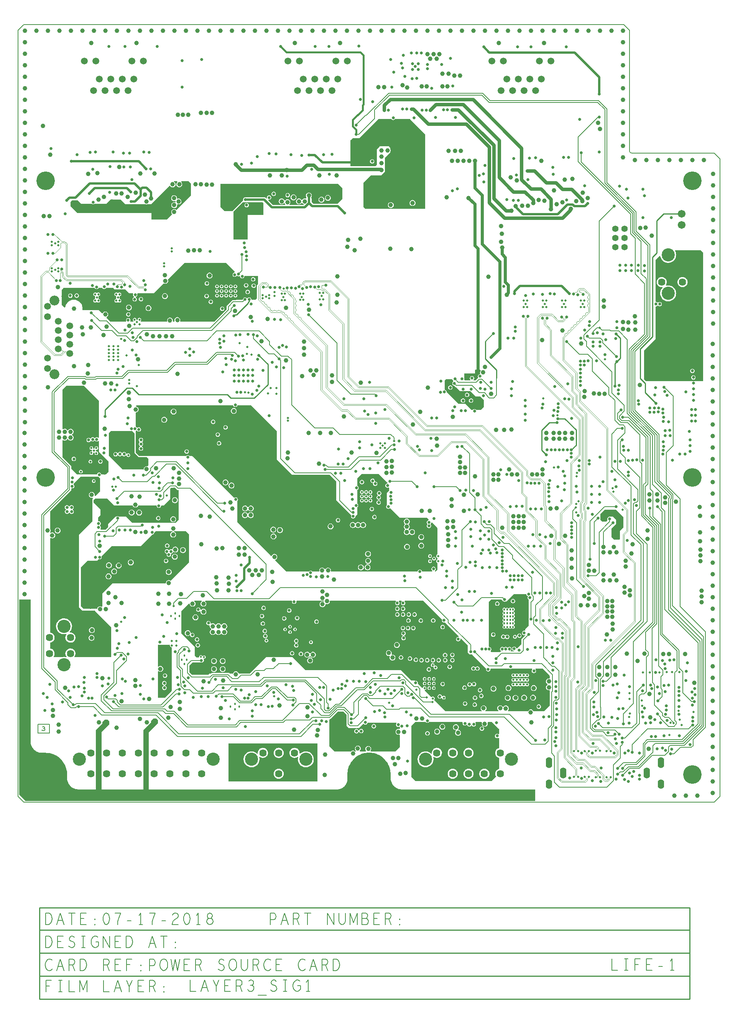
<source format=gbr>
G04 CAM350 V10.0.1 (Build 314) Date:  Tue Jul 17 14:42:55 2018 *
G04 Database: D:\LGR\2018\JULY\REL50470_POWER SOURCE BOARD\REL50470_FINAL.cam *
G04 Layer 5: L3S *
%FSLAX25Y25*%
%MOIN*%
%SFA1.000B1.000*%

%MIA0B0*%
%IPPOS*%
%ADD10C,0.00600*%
%ADD12C,0.01000*%
%ADD16C,0.00800*%
%ADD78C,0.05512*%
%ADD79C,0.06378*%
%ADD83C,0.02000*%
%ADD86C,0.11417*%
%ADD88C,0.05906*%
%ADD89C,0.05866*%
%ADD97C,0.06700*%
%ADD99C,0.01800*%
%ADD103O,0.05512X0.08268*%
%ADD104O,0.05512X0.09449*%
%ADD105C,0.08543*%
%ADD110C,0.01500*%
%ADD113C,0.00400*%
%ADD114C,0.03000*%
%ADD116C,0.02500*%
%ADD117C,0.03937*%
%ADD118C,0.03900*%
%ADD119C,0.02600*%
%ADD120C,0.16100*%
%ADD121C,0.00553*%
%LNL3S*%
%LPD*%
G36*
X388100Y367083D02*
G01Y372000D01*
X388126Y372098*
X388197Y372171*
X388296Y372200*
X397300*
Y375022*
X397316Y375096*
X397359Y375159*
X397741Y375541*
X397806Y375585*
X397883Y375600*
X401517*
X401594Y375585*
X401659Y375541*
X402286Y374914*
X402325Y374858*
X402343Y374791*
X402346Y374756*
X402328Y374688*
X402308Y374659*
X402096Y374294*
X401948Y373900*
X401866Y373487*
X401853Y373066*
X401910Y372648*
X402035Y372246*
X402053Y372201*
X402044Y372105*
X401819Y371749*
X401736Y371700*
X401688Y371697*
X401314Y371637*
X400960Y371504*
X400638Y371304*
X400363Y371044*
X400145Y370734*
X399993Y370388*
X399912Y370018*
X399907Y369640*
X399976Y369267*
X400118Y368916*
X400138Y368793*
X400082Y368682*
X397659Y366259*
X397594Y366215*
X397517Y366200*
X396521*
X396412Y366232*
X396338Y366318*
X396189Y366651*
X396173Y366763*
X396221Y366866*
X396443Y367173*
X396600Y367518*
X396685Y367887*
X396695Y368266*
X396630Y368639*
X396492Y368992*
X396287Y369310*
X396023Y369581*
X395710Y369795*
X395361Y369942*
X394989Y370018*
X394611*
X394239Y369942*
X393890Y369795*
X393577Y369581*
X393313Y369310*
X393108Y368992*
X392970Y368639*
X392905Y368266*
X392915Y367887*
X393000Y367518*
X393157Y367173*
X393379Y366866*
X393427Y366763*
X393411Y366651*
X393262Y366318*
X393188Y366232*
X393079Y366200*
X388983*
X388906Y366215*
X388841Y366259*
X388159Y366941*
X388115Y367006*
X388100Y367083*
G37*
G36*
X506500Y245083D02*
G01Y249917D01*
X506515Y249994*
X506559Y250059*
X510441Y253941*
X510506Y253985*
X510583Y254000*
X519917*
X519994Y253985*
X520059Y253941*
X526441Y247559*
X526485Y247494*
X526500Y247417*
Y238583*
X526485Y238506*
X526441Y238441*
X523559Y235559*
X523515Y235494*
X523500Y235417*
Y228583*
X523485Y228506*
X523441Y228441*
X523059Y228059*
X522994Y228015*
X522917Y228000*
X518083*
X518006Y228015*
X517941Y228059*
X516059Y229941*
X516015Y230006*
X516000Y230083*
Y237417*
X516015Y237494*
X516059Y237559*
X519941Y241441*
X519985Y241506*
X520000Y241583*
Y244917*
X519985Y244994*
X519941Y245059*
X517059Y247941*
X516994Y247985*
X516917Y248000*
X514083*
X514006Y247985*
X513941Y247941*
X512559Y246559*
X512515Y246494*
X512500Y246417*
Y244583*
X512485Y244506*
X512441Y244441*
X511559Y243559*
X511494Y243515*
X511417Y243500*
X508083*
X508006Y243515*
X507941Y243559*
X506559Y244941*
X506515Y245006*
X506500Y245083*
G37*
G36*
X121600Y90700D02*
G01Y113363D01*
X121630Y113468*
X121712Y113542*
X122085Y113726*
X122199Y113714*
X122244Y113679*
X122611Y113444*
X123013Y113274*
X123438Y113176*
X123874Y113151*
X124307Y113201*
X124726Y113324*
X125118Y113517*
X125470Y113773*
X125775Y114086*
X126021Y114446*
X126202Y114843*
X126313Y115265*
X126350Y115700*
X126313Y116135*
X126202Y116557*
X126021Y116954*
X125775Y117314*
X125470Y117627*
X125118Y117883*
X124726Y118076*
X124307Y118199*
X123874Y118249*
X123438Y118224*
X123013Y118126*
X122611Y117956*
X122244Y117721*
X122199Y117686*
X122085Y117674*
X121712Y117858*
X121630Y117932*
X121600Y118037*
Y136300*
X121627Y136400*
X121700Y136473*
X121800Y136500*
X131802*
X131881Y136484*
X131947Y136438*
X132175Y136198*
X132204Y136121*
X132202Y136080*
X132218Y135762*
X132296Y135453*
X132435Y135166*
X132627Y134911*
X132866Y134701*
X133142Y134541*
X133444Y134440*
X133513Y134424*
X133600Y134315*
Y96483*
X133585Y96406*
X133541Y96341*
X127759Y90559*
X127694Y90515*
X127617Y90500*
X121800*
X121700Y90527*
X121627Y90600*
X121600Y90700*
G37*
G36*
X187300Y489083D02*
G01Y512517D01*
X187315Y512594*
X187359Y512659*
X195541Y520841*
X195606Y520885*
X195683Y520900*
X212717*
X212794Y520885*
X212859Y520841*
X213341Y520359*
X213385Y520294*
X213400Y520217*
Y510100*
X213373Y510000*
X213300Y509927*
X213200Y509900*
X200000*
X199900Y509800*
Y488600*
X199873Y488500*
X199800Y488427*
X199700Y488400*
X187983*
X187906Y488415*
X187841Y488459*
X187359Y488941*
X187315Y489006*
X187300Y489083*
G37*
G36*
X371100Y358271D02*
G01Y365917D01*
X371115Y365994*
X371159Y366059*
X372341Y367241*
X372406Y367285*
X372483Y367300*
X377117*
X377194Y367285*
X377259Y367241*
X378341Y366159*
X378385Y366094*
X378400Y366017*
Y365149*
X378380Y365062*
X378324Y364992*
X378047Y364725*
X377831Y364408*
X377682Y364053*
X377608Y363676*
X377611Y363291*
X377692Y362915*
X377847Y362563*
X378069Y362249*
X378350Y361987*
X378679Y361786*
X379040Y361656*
X379067Y361650*
X379114Y361623*
X380334Y360403*
X380399Y360359*
X380476Y360344*
X380573*
X380650Y360329*
X380714Y360286*
X383941Y357059*
X384006Y357015*
X384083Y357000*
X386105*
X386190Y356981*
X386504Y356866*
X386833Y356807*
X387167*
X387496Y356866*
X387810Y356981*
X387895Y357000*
X393105*
X393190Y356981*
X393495Y356868*
X393520Y356861*
X393565Y356835*
X398141Y352259*
X398206Y352215*
X398283Y352200*
X402017*
X402094Y352185*
X402159Y352141*
X405041Y349259*
X405085Y349194*
X405100Y349117*
Y343083*
X405085Y343006*
X405041Y342941*
X402859Y340759*
X402794Y340715*
X402717Y340700*
X398566*
X398484Y340717*
X398416Y340767*
X398156Y341008*
X397856Y341196*
X397526Y341326*
X397177Y341392*
X396823*
X396474Y341326*
X396144Y341196*
X395844Y341008*
X395584Y340767*
X395516Y340717*
X395434Y340700*
X394083*
X394006Y340715*
X393941Y340759*
X388959Y345741*
X388894Y345785*
X388817Y345800*
X383283*
X383206Y345815*
X383141Y345859*
X372730Y356270*
X372700Y356339*
X372699Y356376*
X372653Y356723*
X372544Y357055*
X372376Y357362*
X372154Y357633*
X371887Y357859*
X371583Y358031*
X371252Y358146*
X371185Y358162*
X371100Y358271*
G37*
G36*
X79200Y300783D02*
G01Y320617D01*
X79215Y320694*
X79259Y320759*
X80641Y322141*
X80706Y322185*
X80783Y322200*
X99417*
X99494Y322185*
X99559Y322141*
X101341Y320359*
X101385Y320294*
X101400Y320217*
Y303383*
X101415Y303306*
X101459Y303241*
X101469Y303231*
X101500Y303157*
Y303129*
X101530Y303055*
X104827Y299758*
X104892Y299715*
X104969Y299700*
X111817*
X111894Y299685*
X111959Y299641*
X113441Y298159*
X113485Y298094*
X113500Y298017*
Y292583*
X113485Y292506*
X113441Y292441*
X112606Y291606*
X112507Y291577*
X112457Y291589*
X112014Y291648*
X111568Y291628*
X111131Y291532*
X110719Y291360*
X110342Y291119*
X110014Y290816*
X109743Y290461*
X109539Y290063*
X109407Y289636*
X109351Y289193*
X109349Y289112*
X109232Y289000*
X90983*
X90906Y289015*
X90841Y289059*
X79259Y300641*
X79215Y300706*
X79200Y300783*
G37*
G36*
X409400Y135098D02*
G01Y173617D01*
X409415Y173694*
X409459Y173759*
X411441Y175741*
X411506Y175785*
X411583Y175800*
X420217*
X420294Y175785*
X420359Y175741*
X421841Y174259*
X421906Y174215*
X421983Y174200*
X422398*
X422437Y174182*
X422739Y174076*
X423055Y174022*
X423376*
X423692Y174076*
X423994Y174182*
X424034Y174200*
X424917*
X424994Y174215*
X425059Y174259*
X431241Y180441*
X431306Y180485*
X431383Y180500*
X442010*
X442121Y180409*
X442135Y180338*
X442239Y179987*
X442408Y179662*
X442637Y179376*
X442917Y179139*
X443237Y178960*
X443275Y178943*
X443332Y178881*
X443455Y178524*
X443448Y178440*
X443428Y178403*
X443292Y178085*
X443216Y177748*
X443202Y177402*
X443251Y177060*
X443362Y176732*
X443530Y176430*
X443750Y176163*
X444014Y175941*
X444077Y175869*
X444100Y175776*
Y153183*
X444085Y153106*
X444041Y153041*
X441159Y150159*
X441115Y150094*
X441100Y150017*
Y149129*
X441080Y149041*
X441023Y148971*
X440737Y148749*
X440646Y148730*
X440601Y148741*
X440229Y148798*
X439854Y148780*
X439489Y148688*
X439150Y148527*
X438848Y148302*
X438598Y148021*
X438407Y147697*
X438284Y147342*
X438233Y146970*
X438256Y146594*
X438353Y146231*
X438520Y145894*
X438749Y145596*
X439033Y145350*
X439360Y145164*
X439717Y145046*
X440090Y145000*
X440465Y145029*
X440827Y145132*
X440862Y145146*
X440900*
X441000Y145119*
X441073Y145046*
X441100Y144946*
Y144877*
X441085Y144801*
X441041Y144736*
X437958Y141653*
X437915Y141588*
X437900Y141511*
Y137483*
X437885Y137406*
X437841Y137341*
X434006Y133506*
X433917Y133455*
X433813*
X433426Y133559*
X433351Y133635*
X433337Y133687*
X433205Y134040*
X433005Y134359*
X432747Y134634*
X432440Y134852*
X432095Y135005*
X431728Y135087*
X431351Y135094*
X430980Y135028*
X430630Y134889*
X430313Y134684*
X430044Y134421*
X429832Y134110*
X429685Y133762*
X429610Y133393*
X429609Y133016*
X429682Y132647*
X429827Y132299*
X430038Y131987*
X430306Y131722*
X430621Y131515*
X430971Y131375*
X431341Y131306*
X431376Y131304*
X431441Y131274*
X431466Y131249*
X431517Y131159*
Y131055*
X431466Y130966*
X431359Y130859*
X431294Y130815*
X431217Y130800*
X428850*
X428737Y130835*
X428663Y130928*
X428506Y131334*
X428534Y131454*
X428580Y131496*
X428830Y131773*
X429020Y132093*
X429145Y132444*
X429198Y132812*
X429179Y133184*
X429087Y133546*
X428927Y133882*
X428704Y134180*
X428427Y134430*
X428107Y134620*
X427756Y134745*
X427387Y134798*
X427015Y134779*
X426654Y134687*
X426318Y134527*
X426019Y134304*
X425992Y134279*
X425922Y134252*
X425578*
X425508Y134279*
X425481Y134304*
X425201Y134515*
X424887Y134672*
X424549Y134768*
X424200Y134800*
X423851Y134768*
X423513Y134672*
X423199Y134515*
X422919Y134304*
X422892Y134279*
X422822Y134252*
X422478*
X422408Y134279*
X422381Y134304*
X422090Y134522*
X421764Y134680*
X421414Y134774*
X421052Y134800*
X420692Y134756*
X420347Y134645*
X420029Y134470*
X419751Y134238*
X419521Y133957*
X419349Y133638*
X419241Y133292*
X419200Y132931*
X419229Y132570*
X419326Y132220*
X419487Y131896*
X419707Y131607*
X419978Y131366*
X420290Y131181*
X420343Y131156*
X420405Y131058*
Y131000*
X420378Y130900*
X420305Y130827*
X420205Y130800*
X419920*
X419843Y130785*
X419779Y130742*
X419196Y130159*
X419131Y130115*
X419054Y130100*
X411783*
X411706Y130115*
X411641Y130159*
X410975Y130825*
X410931Y130892*
X410917Y130971*
X410923Y131300*
X410957Y131374*
X410987Y131402*
X411235Y131680*
X411424Y132000*
X411547Y132352*
X411599Y132720*
X411578Y133092*
X411485Y133452*
X411323Y133787*
X411100Y134085*
X410823Y134333*
X410502Y134523*
X410151Y134646*
X409783Y134698*
X409744Y134700*
X409674Y134732*
X409456Y134960*
X409414Y135023*
X409400Y135098*
G37*
G36*
X270600Y48483D02*
G01Y71317D01*
X270615Y71394*
X270659Y71459*
X271241Y72041*
X271306Y72085*
X271383Y72100*
X271639*
X271715Y72115*
X271780Y72158*
X278063Y78441*
X278128Y78485*
X278204Y78500*
X283096*
X283172Y78485*
X283237Y78441*
X285541Y76137*
X285585Y76072*
X285600Y75996*
Y67261*
X285615Y67185*
X285658Y67120*
X285841Y66937*
X285885Y66872*
X285900Y66796*
Y66083*
X285915Y66006*
X285959Y65941*
X287741Y64159*
X287806Y64115*
X287883Y64100*
X296117*
X296194Y64115*
X296259Y64159*
X300032Y67932*
X300102Y67977*
X300184Y67990*
X300523Y67973*
X300599Y67935*
X300625Y67902*
X300877Y67646*
X301172Y67442*
X301500Y67297*
X301849Y67216*
X302207Y67203*
X302562Y67257*
X302900Y67376*
X303209Y67557*
X303479Y67793*
X303700Y68075*
X303864Y68394*
X303965Y68738*
X303979Y68809*
X304090Y68900*
X328793*
X328898Y68870*
X328971Y68790*
X329157Y68419*
X329147Y68306*
X329113Y68260*
X328918Y67938*
X328791Y67583*
X328736Y67210*
X328756Y66834*
X328850Y66469*
X329014Y66130*
X329242Y65830*
X329524Y65580*
X329850Y65392*
X330207Y65271*
X330581Y65223*
X330956Y65249*
X331319Y65350*
X331656Y65520*
X331739Y65550*
X331828Y65540*
X331947Y65500*
X332023Y65453*
X332071Y65379*
X332086Y65337*
X332100Y65302*
Y63840*
X332079Y63751*
X332021Y63680*
X331729Y63459*
X331637Y63442*
X331591Y63455*
X331152Y63538*
X330704Y63543*
X330263Y63469*
X329841Y63320*
X329451Y63099*
X329107Y62813*
X328817Y62472*
X328592Y62085*
X328438Y61665*
X328360Y61224*
Y60776*
X328438Y60335*
X328592Y59915*
X328817Y59528*
X329107Y59187*
X329451Y58901*
X329841Y58680*
X330263Y58531*
X330704Y58457*
X331152Y58462*
X331591Y58545*
X331637Y58558*
X331729Y58541*
X332021Y58320*
X332079Y58249*
X332100Y58160*
Y47683*
X332085Y47606*
X332041Y47541*
X328559Y44059*
X328494Y44015*
X328417Y44000*
X306935*
X306829Y44030*
X306756Y44112*
X306572Y44485*
X306583Y44599*
X306618Y44644*
X306854Y45011*
X307023Y45413*
X307122Y45838*
X307147Y46274*
X307097Y46707*
X306974Y47126*
X306781Y47518*
X306525Y47870*
X306212Y48175*
X305851Y48421*
X305454Y48602*
X305032Y48713*
X304598Y48750*
X304163Y48713*
X303741Y48602*
X303344Y48421*
X302984Y48175*
X302671Y47870*
X302414Y47518*
X302221Y47126*
X302098Y46707*
X302048Y46274*
X302073Y45838*
X302172Y45413*
X302341Y45011*
X302577Y44644*
X302612Y44599*
X302623Y44485*
X302440Y44112*
X302366Y44030*
X302260Y44000*
X297572*
X297461Y44034*
X297387Y44124*
X297224Y44523*
X297248Y44642*
X297291Y44685*
X297580Y45024*
X297805Y45409*
X297960Y45827*
X298039Y46266*
X298041Y46712*
X297966Y47151*
X297815Y47570*
X297593Y47957*
X297307Y48299*
X296966Y48586*
X296581Y48810*
X296162Y48963*
X295723Y49040*
X295277*
X294838Y48963*
X294419Y48810*
X294034Y48586*
X293693Y48299*
X293407Y47957*
X293185Y47570*
X293034Y47151*
X292959Y46712*
X292961Y46266*
X293040Y45827*
X293195Y45409*
X293420Y45024*
X293709Y44685*
X293752Y44642*
X293776Y44523*
X293613Y44124*
X293539Y44034*
X293428Y44000*
X293149*
X293078Y44028*
X293051Y44055*
X292715Y44321*
X292341Y44528*
X291936Y44670*
X291514Y44741*
X291086*
X290664Y44670*
X290259Y44528*
X289885Y44321*
X289549Y44055*
X289486Y44014*
X289412Y44000*
X275083*
X275006Y44015*
X274941Y44059*
X270659Y48341*
X270615Y48406*
X270600Y48483*
G37*
G36*
X176100Y516883D02*
G01Y536800D01*
X176127Y536900*
X176200Y536973*
X176300Y537000*
X278417*
X278494Y536985*
X278559Y536941*
X282141Y533359*
X282185Y533294*
X282200Y533217*
Y523883*
X282185Y523806*
X282141Y523741*
X278159Y519759*
X278094Y519715*
X278017Y519700*
X256894*
X256818Y519715*
X256753Y519759*
X255370Y521142*
X255327Y521206*
X255311Y521283*
Y524093*
X255296Y524169*
X255253Y524234*
X255220Y524267*
X255177Y524332*
X255161Y524409*
Y525483*
X255174Y525533*
X255187Y525555*
X255368Y525958*
X255478Y526386*
X255511Y526826*
X255469Y527266*
X255351Y527691*
X255161Y528090*
X254905Y528450*
X254592Y528761*
X254229Y529013*
X253828Y529198*
X253401Y529312*
X252961Y529350*
X252521Y529312*
X252094Y529198*
X251694Y529013*
X251331Y528761*
X251017Y528450*
X250761Y528090*
X250572Y527691*
X250454Y527266*
X250411Y526826*
X250445Y526386*
X250554Y525958*
X250736Y525555*
X250748Y525533*
X250761Y525483*
Y524486*
X250738Y524394*
X250676Y524323*
X250368Y524107*
X250271Y524094*
X250225Y524110*
X249807Y524222*
X249375Y524261*
X248943Y524227*
X248523Y524119*
X248127Y523943*
X247767Y523701*
X247453Y523403*
X247194Y523055*
X247121Y522986*
X247024Y522961*
X246684*
X246587Y522986*
X246514Y523055*
X246251Y523407*
X245932Y523709*
X245566Y523951*
X245164Y524127*
X244737Y524231*
X244299Y524261*
X243862Y524215*
X243440Y524094*
X243044Y523903*
X242687Y523647*
X242380Y523334*
X242130Y522972*
X241947Y522573*
X241835Y522148*
X241797Y521711*
X241835Y521273*
X241947Y520849*
X242130Y520450*
X242380Y520088*
X242687Y519775*
X243044Y519519*
X243440Y519328*
X243862Y519207*
X244299Y519161*
X244737Y519191*
X245164Y519295*
X245566Y519471*
X245932Y519713*
X246251Y520015*
X246514Y520367*
X246587Y520436*
X246684Y520461*
X247024*
X247121Y520436*
X247194Y520367*
X247432Y520043*
X247718Y519761*
X248044Y519527*
X248404Y519347*
X248450Y519329*
X248514Y519251*
X248591Y518875*
X248586Y518778*
X248536Y518694*
X248501Y518659*
X248436Y518615*
X248360Y518600*
X236397*
X236287Y518633*
X236213Y518721*
X236044Y519115*
X236066Y519233*
X236107Y519276*
X236376Y519610*
X236585Y519983*
X236728Y520386*
X236802Y520807*
X236805Y521235*
X236736Y521657*
X236598Y522062*
X236394Y522438*
X236130Y522774*
X235813Y523062*
X235453Y523293*
X235059Y523460*
X234643Y523559*
X234216Y523587*
X233791Y523543*
X233378Y523429*
X232991Y523248*
X232639Y523004*
X232333Y522705*
X232300Y522667*
X232205Y522631*
X231772Y522690*
X231691Y522750*
X231669Y522796*
X231442Y523186*
X231150Y523529*
X230802Y523815*
X230409Y524036*
X229984Y524184*
X229539Y524255*
X229088Y524247*
X228646Y524159*
X228226Y523995*
X227842Y523759*
X227505Y523460*
X227226Y523106*
X227014Y522709*
X226875Y522280*
X226814Y521834*
X226832Y521383*
X226929Y520943*
X227102Y520527*
X227346Y520148*
X227652Y519818*
X228012Y519547*
X228414Y519343*
X228846Y519213*
X229293Y519162*
X229743Y519189*
X230181Y519296*
X230593Y519478*
X230967Y519730*
X231291Y520043*
X231324Y520082*
X231419Y520117*
X231852Y520058*
X231933Y519998*
X231955Y519952*
X232159Y519595*
X232418Y519276*
X232459Y519233*
X232481Y519115*
X232313Y518721*
X232239Y518633*
X232129Y518600*
X221694*
X221618Y518615*
X221553Y518659*
X217768Y522444*
X217712Y522554*
X217731Y522675*
X217932Y523072*
X218047Y523132*
X218111Y523122*
X218492Y523102*
X218868Y523158*
X219226Y523289*
X219551Y523488*
X219829Y523747*
X220050Y524057*
X220205Y524405*
X220287Y524777*
X220294Y525158*
X220224Y525532*
X220082Y525885*
X219872Y526202*
X219602Y526472*
X219285Y526682*
X218932Y526824*
X218558Y526894*
X218177Y526887*
X217805Y526805*
X217457Y526650*
X217147Y526429*
X216888Y526151*
X216689Y525826*
X216558Y525468*
X216502Y525092*
X216522Y524711*
X216532Y524647*
X216472Y524532*
X216075Y524331*
X215954Y524312*
X215844Y524368*
X214970Y525242*
X214905Y525285*
X214829Y525300*
X197863*
X197481Y525267*
X197110Y525167*
X196763Y525005*
X196448Y524785*
X196177Y524514*
X195957Y524200*
X195795Y523852*
X195696Y523481*
X195663Y523099*
X195696Y522717*
X195705Y522669*
X195676Y522576*
X186459Y513359*
X186394Y513315*
X186317Y513300*
X179683*
X179606Y513315*
X179541Y513359*
X176159Y516741*
X176115Y516806*
X176100Y516883*
G37*
G36*
X183000Y18100D02*
G01Y50600D01*
X183027Y50700*
X183100Y50773*
X183200Y50800*
X260300*
X260400Y50773*
X260473Y50700*
X260500Y50600*
Y18100*
X260473Y18000*
X260400Y17927*
X260300Y17900*
X183200*
X183100Y17927*
X183027Y18000*
X183000Y18100*
G37*
G36*
X65700Y260383D02*
G01Y262117D01*
X65715Y262194*
X65759Y262259*
X67141Y263641*
X67206Y263685*
X67283Y263700*
X77517*
X77594Y263685*
X77659Y263641*
X83641Y257659*
X83706Y257615*
X83783Y257600*
X99665*
X99769Y257526*
X99790Y257466*
X99974Y257055*
X100228Y256683*
X100543Y256361*
X100910Y256100*
X101317Y255908*
X101751Y255790*
X102200Y255750*
X102648Y255790*
X103083Y255908*
X103490Y256100*
X103856Y256361*
X104172Y256683*
X104425Y257055*
X104610Y257466*
X104631Y257526*
X104735Y257600*
X120202*
X120277Y257586*
X120340Y257544*
X120568Y257326*
X120600Y257256*
X120602Y257217*
X120658Y256835*
X120790Y256472*
X120992Y256143*
X121257Y255862*
X121574Y255641*
X121929Y255488*
X122307Y255410*
X122693*
X123071Y255488*
X123426Y255641*
X123743Y255862*
X124008Y256143*
X124210Y256472*
X124342Y256835*
X124398Y257217*
X124400Y257256*
X124432Y257326*
X124660Y257544*
X124723Y257586*
X124798Y257600*
X127017*
X127094Y257615*
X127159Y257659*
X132241Y262741*
X132285Y262806*
X132300Y262883*
Y272054*
X132315Y272131*
X132359Y272196*
X133004Y272841*
X133069Y272885*
X133146Y272900*
X136354*
X136431Y272885*
X136496Y272841*
X138279Y271058*
X138343Y271015*
X138420Y271000*
X139500*
X139600Y270973*
X139673Y270900*
X139700Y270800*
Y245283*
X139685Y245206*
X139641Y245141*
X136959Y242459*
X136894Y242415*
X136817Y242400*
X108775*
X108748Y242408*
X108396Y242475*
X108037*
X107685Y242408*
X107658Y242400*
X99583*
X99506Y242415*
X99441Y242459*
X93959Y247941*
X93894Y247985*
X93817Y248000*
X87833*
X87716Y248038*
X87424Y248212*
X87105Y248332*
X86770Y248393*
X86430*
X86095Y248332*
X85776Y248212*
X85484Y248038*
X85459Y248019*
X85399Y248000*
X84883*
X84806Y247985*
X84741Y247941*
X78359Y241559*
X78315Y241494*
X78300Y241417*
Y238762*
X78285Y238685*
X78241Y238620*
X76080Y236459*
X76015Y236415*
X75938Y236400*
X72683*
X72606Y236415*
X72541Y236459*
X71756Y237244*
X71741Y237387*
X71781Y237446*
X71945Y237749*
X72052Y238076*
X72098Y238418*
X72082Y238762*
X72004Y239098*
X71866Y239413*
X71674Y239699*
X71433Y239946*
X71381Y240014*
X71363Y240098*
Y240402*
X71381Y240486*
X71433Y240554*
X71699Y240833*
X71904Y241159*
X72038Y241519*
X72098Y241900*
X72079Y242284*
X71983Y242657*
X71814Y243003*
X71579Y243308*
X71287Y243559*
X70950Y243746*
X70583Y243861*
X70200Y243900*
X70123Y243915*
X70059Y243959*
X69859Y244159*
X69815Y244224*
X69800Y244300*
Y247117*
X69815Y247194*
X69859Y247259*
X71641Y249041*
X71685Y249106*
X71700Y249183*
Y254217*
X71685Y254294*
X71641Y254359*
X65759Y260241*
X65715Y260306*
X65700Y260383*
G37*
G36*
X38800Y299538D02*
G01Y314014D01*
X38827Y314114*
X38901Y314188*
X39249Y314387*
X39357Y314386*
X39403Y314358*
X39806Y314166*
X40236Y314047*
X40681Y314004*
X41125Y314040*
X41557Y314153*
X41963Y314339*
X42330Y314593*
X42647Y314907*
X42904Y315272*
X42977Y315345*
X43077Y315371*
X43423*
X43523Y315345*
X43596Y315272*
X43851Y314909*
X44166Y314596*
X44530Y314343*
X44933Y314156*
X45362Y314042*
X45804Y314004*
X46246Y314043*
X46674Y314159*
X47076Y314346*
X47440Y314601*
X47753Y314915*
X48008Y315278*
X48196Y315680*
X48311Y316109*
X48350Y316551*
X48312Y316993*
X48198Y317422*
X48012Y317824*
X47758Y318188*
X47445Y318503*
X47083Y318759*
X47010Y318832*
X46983Y318931*
Y319277*
X47010Y319377*
X47083Y319450*
X47445Y319706*
X47758Y320020*
X48012Y320385*
X48198Y320787*
X48312Y321216*
X48350Y321658*
X48311Y322100*
X48196Y322529*
X48008Y322931*
X47753Y323294*
X47440Y323608*
X47076Y323862*
X46674Y324050*
X46246Y324165*
X45804Y324205*
X45362Y324167*
X44933Y324053*
X44530Y323866*
X44166Y323612*
X43851Y323300*
X43596Y322937*
X43523Y322864*
X43423Y322838*
X43077*
X42977Y322864*
X42904Y322937*
X42647Y323302*
X42330Y323616*
X41963Y323870*
X41557Y324056*
X41125Y324169*
X40681Y324205*
X40236Y324162*
X39806Y324043*
X39403Y323850*
X39357Y323823*
X39249Y323822*
X38901Y324021*
X38827Y324094*
X38800Y324195*
Y358217*
X38815Y358294*
X38859Y358359*
X42041Y361541*
X42106Y361585*
X42183Y361600*
X57117*
X57194Y361585*
X57259Y361541*
X70341Y348459*
X70385Y348394*
X70400Y348317*
Y316744*
X70368Y316636*
X70283Y316562*
X69900Y316386*
X69784Y316402*
X69739Y316441*
X69440Y316651*
X69107Y316801*
X68750Y316884*
X68385Y316897*
X68024Y316840*
X67680Y316714*
X67367Y316525*
X67096Y316280*
X67067Y316249*
X66990Y316215*
X66610*
X66533Y316249*
X66504Y316280*
X66240Y316520*
X65936Y316706*
X65602Y316833*
X65251Y316894*
X64894Y316889*
X64545Y316817*
X64215Y316681*
X63916Y316486*
X63659Y316239*
X63453Y315947*
X63430Y315907*
X63353Y315855*
X62948Y315799*
X62860Y315828*
X62827Y315860*
X62532Y316095*
X62197Y316268*
X61835Y316370*
X61460Y316400*
X61086Y316354*
X60728Y316236*
X60401Y316050*
X60117Y315803*
X59887Y315504*
X59721Y315166*
X59624Y314802*
X59601Y314426*
X59653Y314053*
X59777Y313698*
X59970Y313374*
X60222Y313094*
X60524Y312870*
X60865Y312709*
X61231Y312619*
X61607Y312603*
X61979Y312661*
X62332Y312792*
X62653Y312989*
X62928Y313246*
X63147Y313553*
X63170Y313593*
X63247Y313645*
X63652Y313701*
X63740Y313672*
X63773Y313640*
X64071Y313403*
X64410Y313230*
X64776Y313128*
X65156Y313101*
X65533Y313150*
X65893Y313273*
X66221Y313466*
X66504Y313720*
X66533Y313751*
X66610Y313785*
X66990*
X67067Y313751*
X67096Y313720*
X67367Y313475*
X67680Y313286*
X68024Y313160*
X68385Y313103*
X68750Y313116*
X69107Y313199*
X69440Y313349*
X69739Y313559*
X69784Y313598*
X69900Y313614*
X70283Y313438*
X70368Y313364*
X70400Y313256*
Y304483*
X70415Y304406*
X70459Y304341*
X78841Y295959*
X78885Y295894*
X78900Y295817*
Y286883*
X78885Y286806*
X78841Y286741*
X76859Y284759*
X76794Y284715*
X76717Y284700*
X72516*
X72413Y284773*
X72391Y284833*
X72225Y285185*
X71990Y285495*
X71697Y285751*
X71358Y285942*
X70987Y286060*
X70600Y286100*
X70213Y286060*
X69842Y285942*
X69503Y285751*
X69210Y285495*
X68975Y285185*
X68809Y284833*
X68787Y284773*
X68684Y284700*
X51183*
X51106Y284715*
X51041Y284759*
X46559Y289241*
X46515Y289306*
X46500Y289383*
Y291517*
X46485Y291594*
X46441Y291659*
X46359Y291741*
X46315Y291806*
X46300Y291883*
Y291912*
X46270Y291985*
X38859Y299396*
X38815Y299461*
X38800Y299538*
G37*
G36*
X45700Y517483D02*
G01Y520917D01*
X45715Y520994*
X45759Y521059*
X47341Y522641*
X47406Y522685*
X47483Y522700*
X51011*
X51012*
X51717*
X51794Y522685*
X51859Y522641*
X54741Y519759*
X54806Y519715*
X54883Y519700*
X63930*
X64070Y519643*
X64356Y519412*
X64682Y519241*
X65034Y519135*
X65400Y519100*
X65766Y519135*
X66118Y519241*
X66444Y519412*
X66730Y519643*
X66870Y519700*
X76917*
X76994Y519715*
X77059Y519759*
X80341Y523041*
X80406Y523085*
X80483Y523100*
X89317*
X89394Y523085*
X89459Y523041*
X93091Y519409*
X93156Y519365*
X93233Y519350*
X98032*
X98052Y519346*
X98275Y519311*
X98500Y519300*
X102568*
X102642Y519330*
X102662Y519350*
X110351*
X110441Y519328*
X110811Y519175*
X111201Y519081*
X111600Y519050*
X111999Y519081*
X112389Y519175*
X112759Y519328*
X112849Y519350*
X115867*
X115944Y519365*
X116009Y519409*
X131717Y535117*
X131792Y535164*
X131881Y535174*
X132237Y535134*
X132314Y535085*
X132339Y535046*
X132608Y534690*
X132936Y534386*
X133312Y534144*
X133724Y533971*
X134160Y533873*
X134607Y533852*
X135050Y533910*
X135476Y534044*
X135873Y534251*
X136227Y534523*
X136528Y534854*
X136767Y535232*
X136936Y535645*
X137030Y536082*
X137047Y536529*
X136985Y536972*
X136847Y537397*
X136637Y537791*
X136361Y538143*
X136028Y538441*
X135648Y538677*
X135620Y538691*
X135597Y538714*
X135545Y538804*
Y538907*
X135597Y538997*
X135641Y539041*
X135706Y539085*
X135783Y539100*
X138334*
X138448Y539065*
X138521Y538971*
X138677Y538564*
X138647Y538443*
X138601Y538402*
X138300Y538082*
X138058Y537716*
X137883Y537313*
X137779Y536887*
X137750Y536449*
X137797Y536013*
X137917Y535591*
X138109Y535196*
X138365Y534839*
X138678Y534532*
X139040Y534283*
X139438Y534100*
X139863Y533988*
X140300Y533950*
X140737Y533988*
X141162Y534100*
X141560Y534283*
X141922Y534532*
X142235Y534839*
X142491Y535196*
X142683Y535591*
X142803Y536013*
X142850Y536449*
X142821Y536887*
X142717Y537313*
X142542Y537716*
X142300Y538082*
X141999Y538402*
X141953Y538443*
X141923Y538564*
X142079Y538971*
X142152Y539065*
X142266Y539100*
X148317*
X148394Y539085*
X148459Y539041*
X150441Y537059*
X150485Y536994*
X150500Y536917*
Y526983*
X150485Y526906*
X150441Y526841*
X137895Y514295*
X137805Y514243*
X137701*
X137612Y514295*
X137611*
X137271Y514583*
X136886Y514808*
X136467Y514961*
X136028Y515040*
X135583Y515041*
X135144Y514964*
X134725Y514812*
X134338Y514590*
X133997Y514303*
X133710Y513962*
X133488Y513575*
X133336Y513156*
X133259Y512717*
X133260Y512272*
X133339Y511833*
X133492Y511414*
X133717Y511029*
X134005Y510689*
Y510688*
X134057Y510599*
Y510495*
X134005Y510405*
X129459Y505859*
X129394Y505815*
X129317Y505800*
X116400*
X116303Y505825*
X116230Y505894*
X116200Y505990*
Y511400*
X51773*
X51701Y511417*
X51641Y511459*
X45759Y517341*
X45715Y517406*
X45700Y517483*
G37*
G36*
X342100Y22083D02*
G01Y66017D01*
X342115Y66094*
X342159Y66159*
X345341Y69341*
X345406Y69385*
X345483Y69400*
X354556*
X354634Y69384*
X354700Y69339*
X354990Y69095*
X355323Y68913*
X355686Y68801*
X356063Y68763*
X356441Y68801*
X356803Y68913*
X357136Y69095*
X357426Y69339*
X357492Y69384*
X357570Y69400*
X386405*
X386496Y69378*
X386566Y69318*
X386785Y69019*
X386801Y68924*
X386786Y68879*
X386709Y68515*
X386704Y68143*
X386771Y67777*
X386909Y67431*
X387111Y67118*
X387371Y66852*
X387677Y66640*
X388019Y66493*
X388383Y66415*
X388755Y66409*
X389121Y66476*
X389467Y66614*
X389780Y66816*
X390047Y67075*
X390083Y67117*
X390188Y67153*
X390642Y67053*
X390723Y66977*
X390738Y66923*
X390879Y66562*
X391090Y66238*
X391363Y65963*
X391686Y65749*
X392045Y65605*
X392426Y65537*
X392814Y65547*
X393191Y65636*
X393542Y65799*
X393852Y66031*
X394110Y66320*
X394219Y66423*
X394359Y66479*
X394509*
X394649Y66423*
X394759Y66320*
X395016Y66031*
X395327Y65799*
X395678Y65636*
X396055Y65547*
X396442Y65537*
X396824Y65605*
X397183Y65749*
X397506Y65963*
X397779Y66238*
X397990Y66563*
X398131Y66923*
X398196Y67305*
X398182Y67692*
X398090Y68069*
X397924Y68418*
X397690Y68727*
X397649Y68771*
X397629Y68889*
X397799Y69280*
X397873Y69367*
X397983Y69400*
X403124*
X403217Y69377*
X403288Y69315*
X403504Y69007*
X403517Y68910*
X403501Y68864*
X403387Y68435*
X403350Y67993*
X403390Y67551*
X403505Y67123*
X403694Y66721*
X403949Y66358*
X404263Y66045*
X404627Y65790*
X405029Y65603*
X405458Y65488*
X405900Y65450*
X406342Y65488*
X406771Y65603*
X407173Y65790*
X407537Y66045*
X407851Y66358*
X408106Y66721*
X408295Y67123*
X408410Y67551*
X408450Y67993*
X408413Y68435*
X408299Y68864*
X408283Y68910*
X408296Y69007*
X408512Y69315*
X408583Y69377*
X408676Y69400*
X412217*
X412294Y69385*
X412359Y69341*
X418241Y63459*
X418285Y63394*
X418300Y63317*
Y59298*
X418271Y59194*
X418193Y59121*
X417831Y58930*
X417720Y58936*
X417674Y58968*
X417346Y59148*
X416988Y59260*
X416616Y59300*
X416243Y59266*
X415884Y59160*
X415553Y58985*
X415262Y58749*
X415023Y58461*
X414846Y58131*
X414737Y57773*
X414700Y57400*
X414737Y57027*
X414846Y56669*
X415023Y56339*
X415262Y56051*
X415553Y55815*
X415884Y55640*
X416243Y55534*
X416616Y55500*
X416988Y55540*
X417346Y55652*
X417674Y55832*
X417720Y55864*
X417831Y55870*
X418193Y55679*
X418271Y55606*
X418300Y55502*
Y47038*
X418219Y46931*
X418155Y46912*
X417621Y46722*
X417116Y46464*
X416648Y46143*
X416226Y45765*
X415855Y45335*
X415544Y44862*
X415296Y44352*
X415116Y43814*
X415007Y43257*
X414970Y42692*
X415007Y42126*
X415116Y41569*
X415296Y41032*
X415544Y40522*
X415855Y40048*
X416226Y39618*
X416648Y39240*
X417116Y38919*
X417621Y38661*
X418155Y38471*
X418219Y38452*
X418300Y38346*
Y28928*
X418219Y28821*
X418155Y28802*
X417613Y28609*
X417102Y28346*
X416629Y28018*
X416203Y27632*
X415832Y27193*
X415520Y26710*
X415275Y26190*
X415100Y25642*
X414998Y25076*
X414971Y24502*
X415019Y23929*
X415141Y23367*
X415336Y22826*
X415600Y22315*
X415636Y22256*
X415619Y22119*
X411859Y18359*
X411794Y18315*
X411717Y18300*
X345883*
X345806Y18315*
X345741Y18359*
X342159Y21941*
X342115Y22006*
X342100Y22083*
G37*
G36*
X289200Y552400D02*
G01Y574817D01*
X289215Y574894*
X289259Y574959*
X290941Y576641*
X291006Y576685*
X291083Y576700*
X296917*
X296994Y576715*
X297059Y576759*
X313341Y593041*
X313406Y593085*
X313483Y593100*
X324688*
X324775Y593080*
X324844Y593025*
X325108Y592756*
X325420Y592544*
X325768Y592398*
X326137Y592324*
X326515*
X326884Y592398*
X327232Y592544*
X327544Y592756*
X327808Y593025*
X327877Y593080*
X327964Y593100*
X340917*
X340994Y593085*
X341059Y593041*
X354141Y579959*
X354185Y579894*
X354200Y579817*
Y515500*
X354173Y515400*
X354100Y515327*
X354000Y515300*
X302083*
X302006Y515315*
X301941Y515359*
X300559Y516741*
X300515Y516806*
X300500Y516883*
Y537617*
X300515Y537694*
X300559Y537759*
X307041Y544241*
X307106Y544285*
X307183Y544300*
X315917*
X315994Y544315*
X316059Y544359*
X319141Y547441*
X319185Y547506*
X319200Y547583*
Y559617*
X319215Y559694*
X319259Y559759*
X323841Y564341*
X323885Y564406*
X323900Y564483*
Y565137*
X323911Y565169*
X324015Y565579*
X324050Y566000*
X324015Y566421*
X323911Y566831*
X323900Y566863*
Y568217*
X323885Y568294*
X323841Y568359*
X322859Y569341*
X322794Y569385*
X322717Y569400*
X314583*
X314506Y569385*
X314441Y569341*
X312059Y566959*
X312015Y566894*
X312000Y566817*
Y553483*
X311985Y553406*
X311941Y553341*
X310859Y552259*
X310794Y552215*
X310717Y552200*
X289400*
X289300Y552227*
X289227Y552300*
X289200Y552400*
G37*
G36*
X544300Y367483D02*
G01Y392017D01*
X544315Y392094*
X544359Y392159*
X554241Y402041*
X554285Y402106*
X554300Y402183*
Y430205*
X554317Y430284*
X554363Y430351*
X554607Y430579*
X554685Y430607*
X554726Y430604*
X555107Y430617*
X555478Y430707*
X555824Y430868*
X556131Y431096*
X556158Y431121*
X556228Y431148*
X556572*
X556642Y431121*
X556669Y431096*
X556975Y430869*
X557321Y430707*
X557691Y430618*
X558072Y430604*
X558448Y430666*
X558804Y430802*
X559125Y431007*
X559400Y431271*
X559616Y431585*
X559765Y431936*
X559841Y432309*
Y432691*
X559765Y433064*
X559616Y433415*
X559400Y433729*
X559125Y433993*
X558804Y434198*
X558448Y434334*
X558072Y434396*
X557691Y434382*
X557321Y434293*
X556975Y434131*
X556669Y433904*
X556642Y433879*
X556572Y433852*
X556228*
X556158Y433879*
X556131Y433904*
X555824Y434132*
X555478Y434293*
X555107Y434383*
X554726Y434396*
X554685Y434393*
X554607Y434421*
X554363Y434649*
X554317Y434716*
X554300Y434795*
Y470517*
X554315Y470594*
X554359Y470659*
X557891Y474191*
X557985Y474244*
X558092Y474241*
X558484Y474119*
X558558Y474036*
X558568Y473981*
X558737Y473272*
X558981Y472584*
X559296Y471926*
X559678Y471305*
X560124Y470728*
X560628Y470201*
X561184Y469730*
X561788Y469320*
X562431Y468976*
X563107Y468702*
X563808Y468501*
X564526Y468374*
X565254Y468324*
X565982Y468351*
X566704Y468455*
X567411Y468634*
X568095Y468887*
X568749Y469210*
X569365Y469601*
X569936Y470054*
X570457Y470565*
X570920Y471128*
X571322Y471737*
X571657Y472385*
X571922Y473064*
X572114Y473768*
X572231Y474488*
X572271Y475216*
X572234Y475944*
X572121Y476665*
X571932Y477369*
X571670Y478050*
X571338Y478699*
X571311Y478746*
Y478853*
X571511Y479200*
X571584Y479273*
X571684Y479300*
X593717*
X593794Y479285*
X593859Y479241*
X595841Y477259*
X595885Y477194*
X595900Y477117*
Y365800*
X595873Y365700*
X595800Y365627*
X595700Y365600*
X587910*
X587880Y365609*
X587593Y365677*
X587300Y365700*
X587007Y365677*
X586720Y365609*
X586690Y365600*
X546183*
X546106Y365615*
X546041Y365659*
X544359Y367341*
X544315Y367406*
X544300Y367483*
G37*
G36*
X54700Y170183D02*
G01Y203717D01*
X54715Y203794*
X54759Y203859*
X60241Y209341*
X60306Y209385*
X60383Y209400*
X68517*
X68594Y209415*
X68659Y209459*
X70130Y210930*
X70247Y210954*
X70303Y210932*
X70656Y210831*
X71021Y210800*
X71386Y210840*
X71737Y210949*
X72060Y211123*
X72344Y211356*
X72577Y211640*
X72751Y211963*
X72860Y212314*
X72900Y212679*
X72869Y213044*
X72768Y213397*
X72746Y213453*
X72770Y213570*
X81241Y222041*
X81306Y222085*
X81383Y222100*
X106717*
X106794Y222115*
X106859Y222159*
X117035Y232335*
X117080Y232361*
X117105Y232368*
X117411Y232482*
X117694Y232646*
X117944Y232856*
X118154Y233106*
X118318Y233389*
X118432Y233695*
X118439Y233720*
X118465Y233765*
X119941Y235241*
X120006Y235285*
X120083Y235300*
X133954*
X134037Y235282*
X134373Y235156*
X134461Y235102*
X134510Y235012*
X134508Y234909*
X134456Y234820*
X134366Y234770*
X133948Y234623*
X133562Y234406*
X133219Y234125*
X132930Y233789*
X132703Y233408*
X132546Y232993*
X132463Y232558*
X132457Y232115*
X132527Y231677*
X132672Y231258*
X132888Y230871*
X133167Y230527*
X133502Y230236*
X133882Y230008*
X134296Y229849*
X134731Y229764*
X135174Y229756*
X135612Y229824*
X136031Y229968*
X136420Y230181*
X136765Y230459*
X137057Y230793*
X137287Y231171*
X137448Y231584*
X137535Y232019*
X137545Y232462*
X137479Y232900*
X137337Y233321*
X137125Y233710*
X136849Y234056*
X136517Y234350*
X136139Y234582*
X135727Y234744*
X135639Y234798*
X135590Y234888*
X135592Y234991*
X135644Y235080*
X135734Y235130*
X135952Y235196*
X136163Y235282*
X136246Y235300*
X145917*
X145994Y235285*
X146059Y235241*
X148841Y232459*
X148885Y232394*
X148900Y232317*
Y208483*
X148885Y208406*
X148841Y208341*
X132804Y192304*
X132663Y192290*
X132603Y192329*
X132233Y192532*
X131834Y192670*
X131418Y192741*
X130996Y192742*
X130580Y192674*
X130181Y192538*
X129809Y192338*
X129476Y192079*
X129189Y191769*
X128958Y191416*
X128788Y191030*
X128685Y190621*
X128650Y190200*
X128508Y190059*
X128444Y190015*
X128367Y190000*
X82283*
X82206Y189985*
X82141Y189941*
X73359Y181159*
X73315Y181094*
X73300Y181017*
Y170083*
X73285Y170006*
X73241Y169941*
X72883Y169583*
X72748Y169566*
X72689Y169600*
X72296Y169788*
X71877Y169905*
X71443Y169950*
X71009Y169920*
X70586Y169817*
X70186Y169643*
X69822Y169404*
X69505Y169106*
X69242Y168759*
X69042Y168372*
X68911Y167956*
X68896Y167888*
X68786Y167800*
X57083*
X57006Y167815*
X56941Y167859*
X54759Y170041*
X54715Y170106*
X54700Y170183*
G37*
G36*
X28100Y133459D02*
G01Y138341D01*
X28194Y138452*
X28266Y138465*
X28834Y138602*
X29379Y138814*
X29891Y139097*
X30360Y139445*
X30780Y139853*
X31141Y140312*
X31438Y140816*
X31666Y141354*
X31820Y141918*
X31898Y142497*
Y143082*
X31820Y143661*
X31666Y144225*
X31438Y144764*
X31141Y145267*
X30780Y145727*
X30360Y146134*
X29891Y146482*
X29379Y146765*
X28834Y146977*
X28266Y147115*
X28194Y147127*
X28100Y147239*
Y229003*
X28126Y229102*
X28197Y229175*
X28538Y229378*
X28643Y229380*
X28690Y229355*
X29092Y229181*
X29518Y229078*
X29956Y229050*
X30392Y229098*
X30813Y229219*
X31207Y229410*
X31563Y229666*
X31869Y229980*
X32118Y230341*
X32301Y230739*
X32413Y231163*
X32450Y231600*
X32413Y232037*
X32301Y232461*
X32118Y232859*
X31869Y233220*
X31563Y233534*
X31207Y233790*
X30813Y233981*
X30392Y234102*
X29956Y234150*
X29518Y234122*
X29092Y234019*
X28690Y233845*
X28643Y233820*
X28538Y233822*
X28197Y234025*
X28126Y234098*
X28100Y234197*
Y234698*
X28118Y234737*
X28266Y235150*
X28341Y235581*
Y236019*
X28266Y236450*
X28118Y236863*
X28100Y236946*
Y252462*
X28115Y252539*
X28159Y252604*
X46242Y270687*
X46285Y270751*
X46300Y270828*
Y272055*
X46320Y272141*
X46375Y272211*
X46654Y272434*
X46743Y272455*
X46787Y272445*
X47171Y272400*
X47556Y272433*
X47926Y272544*
X48266Y272727*
X48562Y272975*
X48802Y273278*
X48975Y273623*
X49076Y273996*
X49098Y274382*
X49043Y274764*
X48911Y275127*
X48708Y275456*
X48443Y275737*
X48412Y275764*
X48376Y275839*
X48364Y276174*
X48378Y276254*
X48422Y276322*
X54541Y282441*
X54606Y282485*
X54683Y282500*
X69705*
X69790Y282481*
X69963Y282410*
X70005Y282395*
X71341Y281059*
X71385Y280994*
X71400Y280917*
Y269983*
X71385Y269906*
X71341Y269841*
X67359Y265859*
X67287Y265813*
X67202Y265801*
X67120Y265825*
X66726Y266043*
X66671Y266166*
X66686Y266231*
X66747Y266665*
X66732Y267103*
X66643Y267532*
X66481Y267939*
X66253Y268313*
X65963Y268642*
X65622Y268917*
X65238Y269129*
X64824Y269273*
X64391Y269343*
X63953Y269338*
X63522Y269258*
X63111Y269106*
X62732Y268885*
X62397Y268603*
X62115Y268268*
X61894Y267889*
X61742Y267478*
X61662Y267047*
X61657Y266609*
X61727Y266176*
X61871Y265762*
X62083Y265378*
X62358Y265037*
X62687Y264747*
X63061Y264519*
X63468Y264357*
X63897Y264268*
X64335Y264253*
X64769Y264314*
X64834Y264329*
X64957Y264274*
X65175Y263880*
X65199Y263798*
X65187Y263713*
X65141Y263641*
X64759Y263259*
X64715Y263194*
X64700Y263117*
Y243783*
X64685Y243706*
X64641Y243641*
X53059Y232059*
X53015Y231994*
X53000Y231917*
Y169383*
X53015Y169306*
X53059Y169241*
X56141Y166159*
X56206Y166115*
X56283Y166100*
X66917*
X66994Y166085*
X67059Y166041*
X81141Y151959*
X81185Y151894*
X81200Y151817*
Y126000*
X81173Y125900*
X81100Y125827*
X81000Y125800*
X49506*
X49402Y125829*
X49328Y125909*
X49141Y126277*
X49149Y126389*
X49183Y126435*
X49490Y126924*
X49731Y127450*
X49901Y128003*
X49996Y128574*
X50015Y129152*
X49958Y129728*
X49827Y130291*
X49622Y130832*
X49347Y131341*
X49009Y131810*
X48611Y132230*
X48162Y132595*
X47668Y132897*
X47140Y133131*
X46585Y133294*
X46013Y133383*
X45435Y133395*
X44860Y133332*
X44298Y133193*
X43760Y132982*
X43254Y132701*
X42789Y132357*
X42373Y131955*
X42014Y131501*
X41718Y131004*
X41490Y130473*
X41334Y129916*
X41252Y129343*
X41246Y128765*
X41316Y128190*
X41462Y127631*
X41679Y127095*
X41965Y126592*
X42315Y126131*
X42339Y126104*
X42364Y126036*
Y126000*
X42338Y125900*
X42264Y125827*
X42164Y125800*
X41973*
X41946Y125808*
X41319Y125957*
X40681Y126047*
X40038Y126077*
X39394Y126047*
X38756Y125957*
X38129Y125808*
X38074Y125800*
X31396*
X31292Y125829*
X31218Y125909*
X31030Y126277*
X31039Y126389*
X31072Y126435*
X31369Y126904*
X31604Y127408*
X31774Y127937*
X31875Y128483*
X31907Y129038*
X31869Y129592*
X31760Y130137*
X31584Y130664*
X31342Y131164*
X31040Y131630*
X30681Y132054*
X30271Y132429*
X29817Y132749*
X29326Y133010*
X28806Y133206*
X28266Y133335*
X28194Y133348*
X28100Y133459*
G37*
G36*
X38000Y432183D02*
G01Y444817D01*
X38015Y444894*
X38059Y444959*
X39441Y446341*
X39506Y446385*
X39583Y446400*
X66610*
X66708Y446375*
X66781Y446305*
X67016Y445998*
X67309Y445744*
X67646Y445556*
X68015Y445439*
X68400Y445400*
X68785Y445439*
X69154Y445556*
X69491Y445744*
X69784Y445998*
X70019Y446305*
X70092Y446375*
X70190Y446400*
X73304*
X73392Y446380*
X73487Y446334*
X73521Y446307*
X73534Y446291*
X73798Y446029*
X74107Y445823*
X74450Y445681*
X74814Y445609*
X75186*
X75550Y445681*
X75893Y445823*
X76202Y446029*
X76466Y446291*
X76479Y446307*
X76513Y446334*
X76608Y446380*
X76696Y446400*
X83017*
X83094Y446385*
X83159Y446341*
X84241Y445259*
X84306Y445215*
X84383Y445200*
X93117*
X93194Y445185*
X93259Y445141*
X96341Y442059*
X96406Y442015*
X96483Y442000*
X99857*
X99952Y441976*
X100024Y441910*
X100207Y441633*
X100236Y441589*
X100245Y441489*
X100225Y441444*
X100116Y441098*
X100074Y440738*
X100102Y440376*
X100197Y440027*
X100357Y439701*
X100576Y439413*
X100846Y439171*
X100883Y439136*
X100904Y439109*
X100938Y439048*
X100953Y439005*
X100914Y438676*
X100874Y438579*
X100816Y438503*
X100738Y438441*
X100737Y438440*
X100405Y438253*
X100116Y438002*
X99884Y437699*
X99717Y437356*
X99622Y436986*
X99602Y436605*
X99660Y436227*
X99792Y435868*
X99992Y435544*
X100254Y435265*
X100566Y435045*
X100916Y434892*
X101289Y434812*
X101671Y434808*
X102046Y434880*
X102399Y435026*
X102716Y435240*
X102983Y435512*
X103191Y435833*
X103330Y436189*
X103395Y436565*
X103384Y436947*
X103297Y437318*
X103137Y437665*
X102911Y437973*
X102628Y438229*
X102591Y438264*
X102570Y438291*
X102534Y438357*
X102526Y438431*
Y438436*
X102560Y438724*
X102600Y438821*
X102658Y438898*
X102736Y438959*
X102737Y438960*
X103059Y439140*
X103341Y439380*
X103571Y439670*
X103740Y439999*
X103843Y440354*
X103874Y440723*
X103834Y441091*
X103723Y441444*
X103703Y441490*
X103712Y441590*
X103924Y441910*
X103996Y441976*
X104091Y442000*
X118417*
X118494Y442015*
X118559Y442059*
X126760Y450260*
X126846Y450311*
X126946Y450314*
X126992Y450303*
X127012Y450294*
X127430Y450139*
X127869Y450060*
X128316Y450059*
X128755Y450135*
X129175Y450287*
X129561Y450510*
X129903Y450797*
X130190Y451139*
X130413Y451525*
X130565Y451945*
X130641Y452384*
X130640Y452831*
X130561Y453270*
X130406Y453688*
X130397Y453708*
X130386Y453754*
X130389Y453854*
X130440Y453940*
X144641Y468141*
X144706Y468185*
X144783Y468200*
X180817*
X180894Y468185*
X180959Y468141*
X188531Y460569*
X188584Y460472*
X188578Y460362*
Y460361*
X188439Y459967*
X188349Y459895*
X188292Y459889*
X187919Y459809*
X187569Y459657*
X187257Y459438*
X186995Y459160*
X186794Y458837*
X186661Y458479*
X186603Y458102*
X186620Y457721*
X186714Y457352*
X186879Y457008*
X187110Y456705*
X187397Y456453*
X187728Y456264*
X188090Y456145*
X188469Y456100*
X188849Y456132*
X189214Y456239*
X189552Y456417*
X189846Y456659*
X190087Y456955*
X190111Y456991*
X190183Y457037*
X190563Y457093*
X190645Y457069*
X190678Y457042*
X190954Y456850*
X191261Y456709*
X191587Y456625*
X191923Y456600*
X192258Y456635*
X192582Y456728*
X192624Y456744*
X192715Y456737*
X193063Y456535*
X193114Y456460*
X193121Y456415*
X193213Y456053*
X193374Y455716*
X193598Y455417*
X193875Y455168*
X194197Y454978*
X194549Y454854*
X194918Y454801*
X195291Y454822*
X195652Y454915*
X195988Y455077*
X196287Y455301*
X196535Y455580*
X196724Y455901*
X196847Y456254*
X196899Y456624*
X196915Y456696*
X196957Y456757*
X197042Y456841*
X197106Y456885*
X197183Y456900*
X200000*
X208500*
X208600Y456873*
X208673Y456800*
X208700Y456700*
Y449763*
X208685Y449686*
X208641Y449622*
X207903Y448884*
X207860Y448819*
X207845Y448742*
Y437828*
X207830Y437751*
X207786Y437686*
X206408Y436308*
X206343Y436265*
X206267Y436249*
X203395*
X203322Y436264*
X203259Y436304*
X203031Y436517*
X202999Y436586*
X202996Y436624*
X202931Y437007*
X202790Y437369*
X202578Y437695*
X202304Y437970*
X201979Y438185*
X201618Y438328*
X201235Y438396*
X200847Y438383*
X200469Y438292*
X200117Y438126*
X199807Y437892*
X199551Y437600*
X199541Y437586*
X199514Y437560*
X199452Y437517*
X199378Y437501*
X199063Y437493*
X198983Y437507*
X198916Y437551*
X198898Y437569*
X198891Y437578*
X198637Y437842*
X198338Y438053*
X198004Y438202*
X197647Y438284*
X197281Y438296*
X196920Y438239*
X196576Y438112*
X196263Y437923*
X195993Y437677*
X195774Y437383*
X195616Y437053*
X195524Y436699*
X195467Y436589*
X195186Y436308*
X195122Y436265*
X195045Y436249*
X189932*
X189856Y436234*
X189791Y436191*
X189559Y435959*
X189494Y435915*
X189417Y435900*
X186661*
X186585Y435885*
X186520Y435842*
X181558Y430880*
X181515Y430815*
X181500Y430739*
Y428104*
X181485Y428028*
X181441Y427963*
X170737Y417259*
X170672Y417215*
X170596Y417200*
X141376*
X141283Y417223*
X141212Y417285*
X141024Y417553*
X140989Y417641*
X140999Y417736*
X141004Y417750*
X141010Y417767*
X141118Y418194*
X141150Y418634*
X141106Y419072*
X140987Y419497*
X140797Y419895*
X140541Y420254*
X140228Y420563*
X139865Y420814*
X139465Y420999*
X139039Y421112*
X138600Y421150*
X138161Y421112*
X137735Y420999*
X137335Y420814*
X136972Y420563*
X136659Y420254*
X136403Y419895*
X136213Y419497*
X136094Y419072*
X136050Y418634*
X136082Y418194*
X136190Y417767*
X136201Y417735*
Y417651*
X136164Y417536*
X135988Y417285*
X135917Y417223*
X135824Y417200*
X135089*
X135003Y417219*
X134933Y417274*
X134739Y417514*
X134702Y417583*
X134695Y417660*
X134697Y417681*
X134699Y417691*
X134749Y418118*
X134727Y418547*
X134632Y418966*
X134469Y419364*
X134241Y419729*
X133956Y420050*
X133620Y420318*
X133244Y420527*
X132839Y420669*
X132415Y420741*
X131985*
X131561Y420669*
X131156Y420527*
X130780Y420318*
X130444Y420050*
X130159Y419729*
X129931Y419364*
X129768Y418966*
X129673Y418547*
X129651Y418118*
X129701Y417691*
X129703Y417681*
X129705Y417660*
X129698Y417583*
X129661Y417514*
X129467Y417274*
X129397Y417219*
X129311Y417200*
X107120*
X107012Y417232*
X106939Y417316*
X106786Y417646*
X106770Y417758*
X106816Y417860*
X107009Y418142*
X107138Y418458*
X107197Y418795*
X107183Y419136*
X107096Y419467*
X106942Y419771*
X106727Y420036*
X106460Y420250*
X106154Y420401*
X105822Y420485*
X105481Y420496*
X105145Y420434*
X104830Y420303*
X104550Y420107*
X104317Y419857*
X104143Y419563*
X104036Y419238*
X104000Y418899*
Y418898*
X103984Y418819*
X103938Y418753*
X103728Y418553*
X103659Y418511*
X103620Y418496*
X103500Y418500*
X103424Y418515*
X103359Y418559*
X103131Y418787*
X103100Y418860*
Y418900*
X103064Y419238*
X102958Y419561*
X102785Y419853*
X102555Y420103*
X102277Y420299*
X101965Y420431*
X101631Y420495*
X101291Y420486*
X100961Y420407*
X100655Y420259*
X100387Y420050*
X100170Y419789*
X100012Y419488*
X99921Y419161*
X99902Y418822*
X99954Y418486*
X100077Y418169*
X100263Y417885*
X100284Y417859*
X100312Y417783*
X100324Y417706*
X100306Y417631*
X100161Y417316*
X100088Y417232*
X99980Y417200*
X98023*
X97928Y417224*
X97856Y417290*
X97672Y417569*
X97640Y417662*
X97656Y417758*
X97769Y418116*
X97811Y418489*
X97778Y418863*
X97672Y419223*
X97498Y419555*
X97262Y419846*
X96973Y420086*
X96643Y420264*
X96284Y420374*
X95911Y420411*
X95537Y420374*
X95178Y420264*
X94848Y420086*
X94559Y419846*
X94323Y419555*
X94149Y419223*
X94043Y418863*
X94010Y418489*
X94052Y418116*
X94166Y417758*
X94181Y417662*
X94149Y417569*
X93965Y417290*
X93893Y417224*
X93798Y417200*
X80383*
X80306Y417215*
X80241Y417259*
X76959Y420541*
X76910Y420622*
X76904Y420717*
X76952Y420992*
X76991Y421079*
X77058Y421167*
X77094Y421196*
X77115Y421206*
X77493Y421433*
X77827Y421721*
X78106Y422062*
X78322Y422446*
X78469Y422862*
X78542Y423296*
X78539Y423737*
X78460Y424171*
X78308Y424585*
X78087Y424966*
X77803Y425303*
X77466Y425587*
X77085Y425808*
X76671Y425960*
X76237Y426039*
X75796Y426042*
X75362Y425969*
X74946Y425822*
X74562Y425606*
X74221Y425327*
X73933Y424993*
X73706Y424615*
X73696Y424594*
X73667Y424558*
X73579Y424491*
X73492Y424452*
X73217Y424404*
X73122Y424410*
X73041Y424459*
X70259Y427241*
X70194Y427285*
X70117Y427300*
X56523*
X56441Y427318*
X56373Y427368*
X56175Y427592*
X56134Y427665*
X56121Y427706*
X56126Y427749*
X56181Y428506*
X56160Y429264*
X56063Y430017*
X55892Y430756*
X55647Y431475*
X55332Y432165*
X54950Y432820*
X54503Y433434*
X53998Y434000*
X53439Y434513*
X52831Y434967*
X52180Y435358*
X51494Y435683*
X50779Y435937*
X50042Y436118*
X49291Y436224*
X48533Y436255*
X47775Y436210*
X47026Y436089*
X46293Y435894*
X45582Y435627*
X44902Y435290*
X44260Y434887*
X43660Y434421*
X43111Y433898*
X42616Y433323*
X42181Y432700*
X41811Y432038*
X41509Y431342*
X41278Y430619*
X41121Y429877*
X41120Y429876*
X41080Y429784*
X41000Y429724*
X40985Y429718*
X40646Y429608*
X40538Y429604*
X40443Y429657*
X38059Y432041*
X38015Y432106*
X38000Y432183*
G37*
G36*
X142100Y146683D02*
G01Y165617D01*
X142115Y165694*
X142159Y165759*
X148682Y172282*
X148780Y172336*
X148891Y172329*
X149286Y172189*
X149357Y172098*
X149363Y172040*
X149444Y171612*
X149597Y171204*
X149817Y170828*
X150098Y170495*
X150432Y170215*
X150808Y169996*
X151216Y169843*
X151644Y169763*
X152080Y169756*
X152510Y169824*
X152923Y169964*
X153305Y170172*
X153647Y170442*
X153938Y170766*
X154169Y171136*
X154334Y171539*
X154428Y171964*
X154448Y172399*
X154394Y172832*
X154267Y173248*
X154071Y173637*
X153812Y173987*
X153497Y174288*
X153447Y174328*
X153413Y174450*
X153559Y174866*
X153632Y174963*
X153748Y175000*
X159452*
X159568Y174963*
X159641Y174866*
X159788Y174450*
X159753Y174328*
X159703Y174288*
X159379Y173978*
X159115Y173615*
X158919Y173212*
X158796Y172781*
X158750Y172335*
X158783Y171888*
X158894Y171453*
X159080Y171045*
X159334Y170676*
X159649Y170356*
X160015Y170097*
X160420Y169906*
X160853Y169789*
X161300Y169750*
X161747Y169789*
X162180Y169906*
X162585Y170097*
X162951Y170356*
X163266Y170676*
X163520Y171045*
X163706Y171453*
X163817Y171888*
X163850Y172335*
X163804Y172781*
X163681Y173212*
X163485Y173615*
X163221Y173978*
X162897Y174288*
X162847Y174328*
X162813Y174450*
X162959Y174866*
X163032Y174963*
X163148Y175000*
X237979*
X238068Y174979*
X238138Y174922*
X238360Y174632*
X238378Y174541*
X238366Y174496*
X238303Y174114*
X238319Y173728*
X238413Y173353*
X238582Y173004*
X238817Y172697*
X239109Y172444*
X239447Y172256*
X239815Y172139*
X240200Y172100*
X240585Y172139*
X240953Y172256*
X241291Y172444*
X241583Y172697*
X241818Y173004*
X241987Y173353*
X242081Y173728*
X242097Y174114*
X242034Y174496*
X242022Y174541*
X242040Y174632*
X242262Y174922*
X242332Y174979*
X242421Y175000*
X263770*
X263845Y174985*
X264218Y174867*
X264604Y174807*
X264996*
X265382Y174867*
X265755Y174985*
X265791Y175000*
X265979*
X266079Y174973*
X266152Y174900*
X266179Y174800*
Y174785*
X266177Y174771*
X266155Y174565*
X266152Y174519*
X266105Y174438*
X265763Y174209*
X265671Y174198*
X265626Y174213*
X265202Y174318*
X264766Y174350*
X264331Y174307*
X263910Y174190*
X263515Y174003*
X263157Y173751*
X262848Y173442*
X262597Y173084*
X262410Y172689*
X262293Y172268*
X262250Y171833*
X262282Y171397*
X262388Y170972*
X262565Y170573*
X262807Y170209*
X263108Y169892*
X263459Y169631*
X263849Y169434*
X264267Y169306*
X264701Y169252*
X265138Y169272*
X265565Y169367*
X265969Y169534*
X266339Y169767*
X266664Y170059*
X266933Y170403*
X267141Y170788*
X267279Y171203*
X267345Y171635*
X267348Y171681*
X267395Y171762*
X267737Y171991*
X267829Y172003*
X267874Y171987*
X268279Y171885*
X268695Y171850*
X269112Y171883*
X269517Y171984*
X269901Y172150*
X270252Y172377*
X270562Y172657*
X270821Y172985*
X271024Y173350*
X271164Y173744*
X271238Y174155*
X271244Y174573*
X271241Y174614*
X271269Y174693*
X271497Y174936*
X271564Y174983*
X271643Y175000*
X328351*
X328464Y174965*
X328537Y174872*
X328694Y174467*
X328666Y174346*
X328620Y174304*
X328366Y174022*
X328174Y173694*
X328050Y173335*
X328001Y172959*
X328027Y172580*
X328128Y172214*
X328300Y171875*
X328536Y171577*
X328826Y171332*
X329159Y171150*
X329522Y171038*
X329900Y171000*
X330278Y171038*
X330641Y171150*
X330974Y171332*
X331264Y171577*
X331500Y171875*
X331672Y172214*
X331773Y172580*
X331799Y172959*
X331750Y173335*
X331626Y173694*
X331434Y174022*
X331180Y174304*
X331134Y174346*
X331106Y174467*
X331263Y174872*
X331336Y174965*
X331449Y175000*
X333351*
X333464Y174965*
X333537Y174872*
X333694Y174467*
X333666Y174346*
X333620Y174304*
X333366Y174022*
X333174Y173694*
X333050Y173335*
X333001Y172959*
X333027Y172580*
X333128Y172214*
X333300Y171875*
X333536Y171577*
X333826Y171332*
X334159Y171150*
X334522Y171038*
X334900Y171000*
X335278Y171038*
X335641Y171150*
X335974Y171332*
X336264Y171577*
X336500Y171875*
X336672Y172214*
X336773Y172580*
X336799Y172959*
X336750Y173335*
X336626Y173694*
X336434Y174022*
X336180Y174304*
X336134Y174346*
X336106Y174467*
X336263Y174872*
X336336Y174965*
X336449Y175000*
X352217*
X352294Y174985*
X352359Y174941*
X368701Y158599*
X368727Y158486*
X368708Y158431*
X368617Y158055*
X368604Y157667*
X368671Y157285*
X368813Y156925*
X369026Y156600*
X369300Y156326*
X369625Y156113*
X369985Y155971*
X370367Y155904*
X370755Y155917*
X371131Y156008*
X371186Y156027*
X371299Y156001*
X383221Y144079*
X383276Y143974*
X383262Y143855*
X383083Y143458*
X382976Y143393*
X382914Y143397*
X382533Y143381*
X382162Y143290*
X381817Y143126*
X381511Y142896*
X381258Y142610*
X381067Y142280*
X380946Y141917*
X380900Y141538*
X380931Y141157*
X381037Y140790*
X381215Y140452*
X381456Y140156*
X381752Y139915*
X382090Y139737*
X382457Y139631*
X382838Y139600*
X383217Y139646*
X383580Y139767*
X383910Y139958*
X384196Y140211*
X384426Y140517*
X384590Y140862*
X384681Y141233*
X384697Y141614*
X384693Y141676*
X384758Y141783*
X385155Y141962*
X385274Y141976*
X385379Y141921*
X390941Y136359*
X390985Y136294*
X391000Y136217*
Y130083*
X391015Y130006*
X391059Y129941*
X392841Y128159*
X392906Y128115*
X392983Y128100*
X394917*
X394994Y128085*
X395058Y128042*
X407094Y116006*
X407120Y115895*
X407101Y115841*
X407016Y115477*
X407004Y115104*
X407065Y114735*
X407197Y114386*
X407395Y114069*
X407651Y113797*
X407955Y113580*
X408296Y113427*
X408660Y113344*
X409033Y113333*
X409401Y113396*
X409750Y113529*
X410066Y113728*
X410337Y113986*
X410553Y114291*
X410704Y114632*
X410786Y114997*
X410795Y115370*
X410792Y115412*
X410819Y115491*
X411047Y115736*
X411114Y115783*
X411194Y115800*
X427405*
X427490Y115781*
X427804Y115666*
X428133Y115607*
X428467*
X428796Y115666*
X429110Y115781*
X429195Y115800*
X446874*
X446982Y115768*
X447056Y115682*
X447230Y115296*
X447213Y115180*
X447174Y115136*
X446953Y114828*
X446798Y114483*
X446714Y114115*
X446705Y113737*
X446771Y113364*
X446910Y113012*
X447115Y112695*
X447379Y112424*
X447692Y112211*
X448040Y112064*
X448411Y111989*
X448789*
X449160Y112064*
X449508Y112211*
X449821Y112424*
X450085Y112695*
X450290Y113012*
X450429Y113364*
X450495Y113737*
X450486Y114115*
X450402Y114483*
X450247Y114828*
X450026Y115136*
X449987Y115180*
X449970Y115296*
X450144Y115682*
X450218Y115768*
X450326Y115800*
X456117*
X456194Y115785*
X456259Y115741*
X462241Y109759*
X462285Y109694*
X462300Y109617*
Y107735*
X462283Y107654*
X462234Y107586*
X461982Y107359*
X461902Y107333*
X461859Y107337*
X461427Y107344*
X460999Y107279*
X460589Y107141*
X460208Y106937*
X459867Y106671*
X459576Y106351*
X459343Y105987*
X459175Y105589*
X459076Y105168*
X459051Y104736*
X459098Y104306*
X459217Y103890*
X459405Y103501*
X459657Y103149*
X459963Y102844*
X460318Y102596*
X460390Y102523*
X460417Y102423*
Y102077*
X460390Y101977*
X460318Y101904*
X459963Y101656*
X459657Y101351*
X459405Y100999*
X459217Y100610*
X459098Y100194*
X459051Y99764*
X459076Y99332*
X459175Y98911*
X459343Y98513*
X459576Y98149*
X459867Y97829*
X460208Y97563*
X460589Y97359*
X460999Y97221*
X461427Y97156*
X461859Y97163*
X461902Y97167*
X461982Y97141*
X462234Y96914*
X462283Y96846*
X462300Y96765*
Y83783*
X462285Y83706*
X462241Y83641*
X457459Y78859*
X457394Y78815*
X457317Y78800*
X448400*
X448298Y78870*
X448276Y78927*
X448083Y79319*
X447826Y79671*
X447513Y79975*
X447153Y80221*
X446756Y80402*
X446335Y80513*
X445900Y80550*
X445465Y80513*
X445044Y80402*
X444647Y80221*
X444287Y79975*
X443974Y79671*
X443717Y79319*
X443524Y78927*
X443502Y78870*
X443400Y78800*
X426272*
X426161Y78834*
X426087Y78924*
X425924Y79323*
X425948Y79442*
X425991Y79485*
X426278Y79822*
X426503Y80204*
X426657Y80618*
X426738Y81054*
X426743Y81497*
X426670Y81933*
X426523Y82351*
X426306Y82737*
X426026Y83080*
X425691Y83369*
X425310Y83596*
X424896Y83753*
X424462Y83837*
X424019Y83844*
X423582Y83774*
X423163Y83630*
X422776Y83415*
X422431Y83137*
X422140Y82803*
X422111Y82763*
X422020Y82719*
X421588Y82737*
X421502Y82788*
X421476Y82830*
X421212Y83188*
X420890Y83494*
X420520Y83739*
X420113Y83917*
X419682Y84021*
X419239Y84049*
X418797Y84000*
X418371Y83875*
X417973Y83678*
X417616Y83415*
X417309Y83094*
X417063Y82724*
X416884Y82318*
X416779Y81886*
X416750Y81443*
X416799Y81002*
X416923Y80575*
X417120Y80177*
X417382Y79819*
X417703Y79512*
X417753Y79472*
X417788Y79350*
X417641Y78934*
X417568Y78837*
X417452Y78800*
X406866*
X406752Y78835*
X406679Y78929*
X406523Y79336*
X406553Y79457*
X406599Y79498*
X406900Y79818*
X407142Y80184*
X407317Y80587*
X407421Y81013*
X407450Y81451*
X407403Y81887*
X407283Y82309*
X407091Y82704*
X406835Y83061*
X406522Y83368*
X406160Y83617*
X405762Y83800*
X405337Y83912*
X404900Y83950*
X404463Y83912*
X404038Y83800*
X403640Y83617*
X403278Y83368*
X402965Y83061*
X402709Y82704*
X402517Y82309*
X402397Y81887*
X402350Y81451*
X402379Y81013*
X402483Y80587*
X402658Y80184*
X402900Y79818*
X403201Y79498*
X403247Y79457*
X403277Y79336*
X403121Y78929*
X403048Y78835*
X402934Y78800*
X371783*
X371706Y78815*
X371641Y78859*
X361923Y88577*
X361871Y88667*
Y88770*
X361923Y88860*
X361924Y88861*
X362137Y89121*
X362291Y89419*
X362379Y89743*
X362398Y90079*
X362347Y90411*
X362227Y90725*
X362044Y91006*
X361806Y91244*
X361525Y91427*
X361211Y91547*
X360879Y91598*
X360543Y91579*
X360219Y91491*
X359921Y91337*
X359661Y91124*
X359660Y91123*
X359570Y91071*
X359467*
X359377Y91123*
X353738Y96762*
X353686Y96854*
X353688Y96960*
X353803Y97349*
X353883Y97424*
X353937Y97436*
X354262Y97543*
X354557Y97717*
X354808Y97950*
X355003Y98231*
X355135Y98548*
X355196Y98885*
X355184Y99227*
X355100Y99559*
X354946Y99865*
X354731Y100131*
X354465Y100346*
X354159Y100500*
X353827Y100584*
X353485Y100596*
X353148Y100535*
X352831Y100403*
X352550Y100208*
X352317Y99957*
X352143Y99662*
X352036Y99337*
X352024Y99283*
X351949Y99203*
X351560Y99088*
X351454Y99086*
X351362Y99138*
X347707Y102793*
X347680Y102900*
X347696Y102953*
X347768Y103317*
X347767Y103689*
X347694Y104054*
X347552Y104397*
X347345Y104706*
X347082Y104969*
X346773Y105175*
X346430Y105318*
X346066Y105391*
X345694*
X345329Y105320*
X345276Y105304*
X345169Y105331*
X345059Y105441*
X344994Y105485*
X344917Y105500*
X341983*
X341906Y105515*
X341841Y105559*
X332959Y114441*
X332894Y114485*
X332817Y114500*
X250083*
X250006Y114515*
X249941Y114559*
X238559Y125941*
X238494Y125985*
X238417Y126000*
X223004*
X222985Y126004*
X222663Y126045*
X222337*
X222015Y126004*
X221996Y126000*
X215983*
X215906Y125985*
X215841Y125941*
X201659Y111759*
X201594Y111715*
X201517Y111700*
X192035*
X191931Y111774*
X191910Y111834*
X191725Y112245*
X191472Y112617*
X191157Y112939*
X190790Y113200*
X190383Y113392*
X189948Y113510*
X189500Y113550*
X189052Y113510*
X188617Y113392*
X188210Y113200*
X187843Y112939*
X187528Y112617*
X187275Y112245*
X187090Y111834*
X187069Y111774*
X186965Y111700*
X184146*
X184069Y111715*
X184004Y111759*
X183521Y112242*
X183457Y112285*
X183380Y112300*
X168620*
X168543Y112285*
X168479Y112242*
X167996Y111759*
X167931Y111715*
X167854Y111700*
X166583*
X166506Y111685*
X166441Y111641*
X165359Y110559*
X165294Y110515*
X165217Y110500*
X151446*
X151369Y110515*
X151304Y110559*
X149259Y112604*
X149215Y112669*
X149200Y112746*
Y118617*
X149215Y118694*
X149259Y118759*
X151641Y121141*
X151706Y121185*
X151783Y121200*
X158704*
X158738Y121188*
X159064Y121098*
X159400Y121068*
X159736Y121098*
X160062Y121188*
X160096Y121200*
X160417*
X160494Y121215*
X160559Y121259*
X161541Y122241*
X161585Y122306*
X161600Y122383*
Y123917*
X161585Y123994*
X161541Y124059*
X161537Y124063*
X161486Y124152*
Y124256*
X161537Y124346*
X161568Y124376*
X161649Y124407*
X161693Y124404*
X162023Y124416*
X162343Y124501*
X162636Y124654*
X162888Y124867*
X163088Y125130*
X163225Y125431*
X163293Y125754*
X163289Y126085*
X163212Y126406*
X163067Y126703*
X162861Y126961*
X162603Y127167*
X162306Y127312*
X161984Y127389*
X161654Y127393*
X161331Y127325*
X161030Y127187*
X160767Y126988*
X160736Y126959*
X160657Y126930*
X160278Y126957*
X160204Y126997*
X160177Y127030*
X159935Y127273*
X159643Y127455*
X159318Y127566*
X158976Y127600*
X158635Y127555*
X158313Y127434*
X158028Y127243*
X157793Y126991*
X157622Y126693*
X157523Y126364*
X157502Y126021*
X157504Y125980*
X157476Y125903*
X157248Y125662*
X157181Y125616*
X157102Y125600*
X155483*
X155406Y125615*
X155341Y125659*
X153659Y127341*
X153615Y127406*
X153600Y127483*
Y135017*
X153585Y135094*
X153541Y135159*
X142159Y146541*
X142115Y146606*
X142100Y146683*
G37*
G36*
X102500Y303583D02*
G01Y322217D01*
X102568Y322319*
X102624Y322342*
X102838Y322445*
X103036Y322574*
X103068Y322598*
X103144Y322617*
X103500Y322567*
X103568Y322528*
X103592Y322496*
X103858Y322215*
X104176Y321993*
X104531Y321840*
X104911Y321762*
X105298Y321763*
X105677Y321843*
X106033Y321997*
X106349Y322221*
X106613Y322504*
X106815Y322835*
X106945Y323199*
X106999Y323583*
X106974Y323970*
X106871Y324343*
X106694Y324688*
X106451Y324989*
X106152Y325236*
X105809Y325416*
X105437Y325523*
X105051Y325553*
X104666Y325503*
X104300Y325377*
X103967Y325179*
X103936Y325155*
X103859Y325136*
X103504Y325186*
X103436Y325225*
X103412Y325256*
X103186Y325502*
X102921Y325705*
X102624Y325858*
X102568Y325881*
X102500Y325983*
Y338214*
X102524Y338309*
X102590Y338381*
X102682Y338413*
X103118Y338492*
X103533Y338645*
X103916Y338868*
X104255Y339154*
X104539Y339494*
X104760Y339878*
X104911Y340295*
X104988Y340731*
Y341174*
X104911Y341611*
X104760Y342027*
X104539Y342411*
X104255Y342751*
X103916Y343037*
X103533Y343260*
X103118Y343413*
X102682Y343492*
X102590Y343525*
X102524Y343597*
X102500Y343691*
Y343717*
X102515Y343794*
X102559Y343859*
X103141Y344441*
X103206Y344485*
X103283Y344500*
X187084*
X187187Y344427*
X187209Y344367*
X187375Y344015*
X187610Y343705*
X187903Y343449*
X188242Y343258*
X188613Y343140*
X189000Y343100*
X189387Y343140*
X189758Y343258*
X190097Y343449*
X190390Y343705*
X190625Y344015*
X190791Y344367*
X190813Y344427*
X190916Y344500*
X202717*
X202794Y344485*
X202859Y344441*
X224941Y322359*
X224985Y322294*
X225000Y322217*
Y297683*
X225015Y297606*
X225059Y297541*
X238341Y284259*
X238406Y284215*
X238483Y284200*
X270817*
X270894Y284185*
X270959Y284141*
X276841Y278259*
X276885Y278194*
X276900Y278117*
Y262083*
X276915Y262006*
X276959Y261941*
X289772Y249128*
X289794Y249005*
X289769Y248948*
X289648Y248589*
X289600Y248214*
X289628Y247837*
X289731Y247472*
X289903Y247135*
X290139Y246839*
X290428Y246596*
X290761Y246414*
X291122Y246303*
X291499Y246265*
X291876Y246302*
X292237Y246413*
X292570Y246594*
X292860Y246838*
X293096Y247133*
X293269Y247470*
X293371Y247834*
X293400Y248212*
X293399Y248253*
X293429Y248329*
X294941Y249841*
X294985Y249906*
X295000Y249983*
Y255976*
X295023Y256069*
X295086Y256141*
X295364Y256377*
X295592Y256662*
X295761Y256986*
X295865Y257336*
X295900Y257700*
X295865Y258064*
X295761Y258414*
X295592Y258738*
X295364Y259023*
X295086Y259259*
X295023Y259331*
X295000Y259424*
Y270992*
X295065Y271091*
X295119Y271115*
X295439Y271294*
X295718Y271531*
X295946Y271816*
X296115Y272140*
X296220Y272491*
X296255Y272855*
X296220Y273219*
X296115Y273569*
X295946Y273893*
X295718Y274179*
X295439Y274416*
X295119Y274594*
X295065Y274618*
X295000Y274718*
Y280917*
X295015Y280994*
X295059Y281059*
X298941Y284941*
X299006Y284985*
X299083Y285000*
X313617*
X313694Y284985*
X313759Y284941*
X321241Y277459*
X321294Y277364*
X321289Y277255*
X321160Y276862*
X321074Y276789*
X321018Y276781*
X320646Y276685*
X320301Y276517*
X319997Y276283*
X319746Y275992*
X319558Y275657*
X319442Y275292*
X319402Y274910*
X319439Y274528*
X319552Y274161*
X319737Y273824*
X319985Y273532*
X320288Y273295*
X320631Y273124*
X321002Y273025*
X321386Y273004*
X321765Y273059*
X322126Y273190*
X322173Y273212*
X322276Y273206*
X322606Y272999*
X322675Y272926*
X322700Y272829*
Y270583*
X322685Y270506*
X322641Y270441*
X320859Y268659*
X320815Y268594*
X320800Y268517*
Y258070*
X320785Y257994*
X320743Y257930*
X320512Y257644*
X320341Y257319*
X320236Y256968*
X320200Y256602*
X320235Y256237*
X320340Y255885*
X320510Y255559*
X320740Y255273*
X321021Y255036*
X321342Y254858*
X321691Y254744*
X322055Y254700*
X322422Y254727*
X322776Y254824*
X323105Y254987*
X323396Y255211*
X323459Y255250*
X323532Y255264*
X323652Y255265*
X323729Y255250*
X323794Y255206*
X332041Y246959*
X332106Y246915*
X332183Y246900*
X355717*
X355794Y246885*
X355859Y246841*
X357174Y245526*
X357226Y245434*
X357225Y245329*
X357112Y244940*
X357033Y244865*
X356980Y244853*
X356638Y244741*
X356323Y244566*
X356047Y244334*
X355820Y244055*
X355649Y243738*
X355541Y243395*
X355500Y243037*
X355527Y242678*
X355622Y242331*
X355780Y242007*
X355996Y241719*
X356021Y241692*
X356048Y241622*
Y241278*
X356021Y241208*
X355996Y241181*
X355769Y240875*
X355607Y240529*
X355518Y240159*
X355504Y239778*
X355566Y239402*
X355702Y239046*
X355907Y238725*
X356171Y238450*
X356485Y238234*
X356836Y238085*
X357209Y238009*
X357591*
X357964Y238085*
X358315Y238234*
X358629Y238450*
X358893Y238725*
X359098Y239046*
X359234Y239402*
X359296Y239778*
X359282Y240159*
X359193Y240529*
X359031Y240875*
X358804Y241181*
X358779Y241208*
X358752Y241278*
Y241622*
X358779Y241692*
X358804Y241719*
X359003Y241979*
X359154Y242268*
X359253Y242580*
X359265Y242633*
X359340Y242712*
X359729Y242825*
X359834Y242826*
X359926Y242774*
X364541Y238159*
X364585Y238094*
X364600Y238017*
Y215159*
X364573Y215059*
X364500Y214986*
X364229Y214789*
X364005Y214541*
X363838Y214251*
X363735Y213933*
X363700Y213600*
X363735Y213267*
X363838Y212949*
X364005Y212659*
X364229Y212411*
X364500Y212214*
X364573Y212141*
X364600Y212041*
Y210759*
X364573Y210659*
X364500Y210586*
X364229Y210389*
X364005Y210141*
X363838Y209851*
X363735Y209533*
X363700Y209200*
X363735Y208867*
X363838Y208549*
X364005Y208259*
X364229Y208011*
X364500Y207814*
X364573Y207741*
X364600Y207641*
Y201683*
X364585Y201606*
X364541Y201541*
X363359Y200359*
X363294Y200315*
X363217Y200300*
X362832*
X362716Y200337*
X362643Y200434*
X362498Y200851*
X362533Y200973*
X362583Y201013*
X362852Y201274*
X363064Y201583*
X363212Y201927*
X363289Y202294*
X363293Y202669*
X363223Y203037*
X363082Y203385*
X362875Y203697*
X362612Y203964*
X362301Y204173*
X361955Y204317*
X361587Y204391*
X361213*
X360845Y204317*
X360499Y204173*
X360188Y203964*
X359925Y203697*
X359718Y203385*
X359577Y203037*
X359507Y202669*
X359511Y202294*
X359588Y201927*
X359736Y201583*
X359948Y201274*
X360217Y201013*
X360267Y200973*
X360302Y200851*
X360157Y200434*
X360084Y200337*
X359968Y200300*
X351390*
X351279Y200391*
X351265Y200462*
X351158Y200820*
X350983Y201150*
X350747Y201440*
X350459Y201678*
X350130Y201855*
X349772Y201963*
X349400Y202000*
X349028Y201963*
X348670Y201855*
X348341Y201678*
X348053Y201440*
X347817Y201150*
X347642Y200820*
X347535Y200462*
X347521Y200391*
X347410Y200300*
X272523*
X272440Y200318*
X272372Y200369*
X272146Y200628*
X272121Y200711*
X272127Y200754*
X272149Y201192*
X272095Y201626*
X271969Y202045*
X271772Y202437*
X271511Y202788*
X271194Y203091*
X270830Y203334*
X270430Y203511*
X270005Y203618*
X269569Y203650*
X269133Y203607*
X268711Y203490*
X268315Y203303*
X267957Y203051*
X267648Y202741*
X267396Y202383*
X267323Y202310*
X267223Y202283*
X266877*
X266777Y202310*
X266704Y202383*
X266452Y202741*
X266143Y203051*
X265785Y203303*
X265389Y203490*
X264967Y203607*
X264531Y203650*
X264095Y203618*
X263670Y203511*
X263270Y203334*
X262906Y203091*
X262589Y202788*
X262328Y202437*
X262131Y202045*
X262005Y201626*
X261951Y201192*
X261973Y200754*
X261979Y200711*
X261954Y200628*
X261728Y200369*
X261660Y200318*
X261577Y200300*
X256066*
X255984Y200317*
X255916Y200367*
X255656Y200608*
X255356Y200796*
X255026Y200926*
X254677Y200992*
X254323*
X253974Y200926*
X253644Y200796*
X253344Y200608*
X253084Y200367*
X253016Y200317*
X252934Y200300*
X233483*
X233406Y200315*
X233341Y200359*
X223819Y209881*
X223769Y209964*
X223765Y210062*
X223842Y210438*
X223906Y210516*
X223953Y210534*
X224343Y210732*
X224693Y210993*
X224994Y211310*
X225236Y211674*
X225413Y212074*
X225518Y212498*
X225550Y212934*
X225507Y213369*
X225390Y213790*
X225203Y214185*
X224951Y214542*
X224642Y214851*
X224285Y215103*
X223890Y215290*
X223469Y215407*
X223034Y215450*
X222598Y215418*
X222174Y215313*
X221774Y215136*
X221410Y214894*
X221093Y214593*
X220832Y214243*
X220634Y213853*
X220616Y213806*
X220538Y213742*
X220162Y213665*
X220064Y213669*
X219981Y213719*
X190959Y242741*
X190915Y242806*
X190900Y242883*
Y261217*
X190885Y261294*
X190841Y261359*
X190824Y261376*
X190816Y261531*
X190866Y261590*
X191074Y261900*
X191217Y262245*
X191291Y262611*
Y262984*
X191219Y263350*
X191076Y263695*
X190869Y264005*
X190605Y264269*
X190295Y264476*
X189950Y264619*
X189584Y264691*
X189211*
X188845Y264617*
X188500Y264474*
X188190Y264266*
X188131Y264216*
X187976Y264224*
X151559Y300641*
X151494Y300685*
X151417Y300700*
X149170*
X149094Y300715*
X149030Y300757*
X148744Y300988*
X148418Y301159*
X148066Y301265*
X147700Y301300*
X147334Y301265*
X146982Y301159*
X146656Y300988*
X146370Y300757*
X146306Y300715*
X146230Y300700*
X105383*
X105306Y300715*
X105241Y300759*
X102559Y303441*
X102515Y303506*
X102500Y303583*
G37*
G36*
X1000Y6400D02*
G01Y176000D01*
X11000*
Y51451*
X11164Y50608*
X11397Y49781*
X11699Y48976*
X12067Y48200*
X12498Y47456*
X12990Y46752*
X13539Y46091*
X14142Y45478*
X14793Y44918*
X15489Y44414*
X16225Y43970*
X16995Y43589*
X17794Y43273*
X18617Y43025*
X19457Y42847*
X20310Y42740*
X23990*
X25167Y42703*
X26340Y42592*
X27503Y42408*
X28653Y42151*
X29784Y41822*
X30892Y41423*
X31973Y40956*
X33023Y40421*
X34037Y39821*
X35011Y39159*
X35942Y38437*
X36825Y37658*
X37658Y36825*
X38437Y35942*
X39159Y35011*
X39821Y34037*
X40421Y33023*
X40956Y31973*
X41423Y30892*
X41822Y29784*
X42151Y28653*
X42408Y27503*
X42592Y26340*
X42703Y25167*
X42740Y23990*
Y21040*
X42779Y20150*
X42897Y19268*
X43093Y18399*
X43364Y17551*
X43710Y16730*
X44126Y15943*
X44611Y15196*
X45160Y14495*
X45768Y13845*
X46432Y13251*
X47146Y12719*
X47903Y12251*
X48700Y11852*
X49528Y11526*
X50382Y11274*
X51255Y11098*
X52140Y11000*
X67800*
Y62500*
X73500Y68200*
Y69400*
X75700Y71600*
X78100*
X79400Y70300*
Y67600*
X72700Y60900*
Y11000*
X109100*
Y62400*
X115700Y69000*
Y70200*
X117900Y72400*
X120300*
X121600Y71100*
Y68100*
X113900Y60400*
Y11000*
X277310*
X278136Y11037*
X278955Y11148*
X279762Y11332*
X280548Y11587*
X281308Y11912*
X282037Y12304*
X282727Y12759*
X283374Y13274*
X283971Y13846*
X284516Y14468*
X285002Y15137*
X285426Y15847*
X285786Y16591*
X286077Y17365*
X286297Y18162*
X286445Y18976*
X286520Y19799*
Y24170*
X286559Y25371*
X286674Y26568*
X286866Y27754*
X287133Y28926*
X287475Y30078*
X287890Y31206*
X288377Y32305*
X288933Y33371*
X289556Y34399*
X290243Y35385*
X290993Y36324*
X291801Y37214*
X292664Y38050*
X293580Y38829*
X294543Y39548*
X295550Y40204*
X296597Y40794*
X297680Y41315*
X298794Y41766*
X299935Y42145*
X301098Y42450*
X302278Y42680*
X303470Y42833*
X304669Y42910*
X305871*
X307070Y42833*
X308262Y42680*
X309442Y42450*
X310605Y42145*
X311746Y41766*
X312860Y41315*
X313943Y40794*
X314990Y40204*
X315997Y39548*
X316960Y38829*
X317876Y38050*
X318739Y37214*
X319547Y36324*
X320297Y35385*
X320984Y34399*
X321607Y33371*
X322163Y32305*
X322650Y31206*
X323065Y30078*
X323407Y28926*
X323674Y27754*
X323866Y26568*
X323981Y25371*
X324020Y24170*
Y21000*
X324058Y20128*
X324171Y19263*
X324360Y18411*
X324621Y17578*
X324954Y16771*
X325355Y15996*
X325823Y15259*
X326352Y14565*
X326940Y13920*
X327581Y13328*
X328272Y12795*
X329006Y12323*
X329779Y11916*
X330583Y11579*
X331414Y11312*
X332265Y11119*
X333130Y11000*
X449800*
Y1000*
X6400*
X1000Y6400*
G37*
%LPC*%
G36*
X126036Y109429D02*
G01X126144Y109073D01*
X126320Y108744*
X126556Y108456*
X126844Y108220*
X127173Y108044*
X127529Y107936*
X127900Y107900*
X128271Y107936*
X128627Y108044*
X128956Y108220*
X129244Y108456*
X129480Y108744*
X129656Y109073*
X129764Y109429*
X129800Y109800*
X129764Y110171*
X129656Y110527*
X129480Y110856*
X129244Y111144*
X128956Y111380*
X128627Y111556*
X128271Y111664*
X127900Y111700*
X127529Y111664*
X127173Y111556*
X126844Y111380*
X126556Y111144*
X126320Y110856*
X126144Y110527*
X126036Y110171*
X126000Y109800*
X126036Y109429*
G37*
G36*
X125417Y103043D02*
G01X125504Y102678D01*
X125662Y102337*
X125883Y102034*
X126160Y101780*
X126481Y101586*
X126618Y101478*
X126696Y101321*
X126701Y101147*
X126630Y100987*
X126498Y100873*
X126187Y100663*
X125923Y100396*
X125717Y100082*
X125576Y99734*
X125507Y99365*
X125512Y98989*
X125590Y98622*
X125739Y98278*
X125952Y97969*
X126223Y97708*
X126539Y97506*
X126889Y97370*
X127258Y97305*
X127634Y97314*
X128000Y97397*
X128343Y97550*
X128649Y97768*
X128906Y98041*
X129104Y98360*
X129236Y98711*
X129297Y99082*
X129283Y99457*
X129196Y99822*
X129038Y100163*
X128817Y100466*
X128540Y100720*
X128219Y100914*
X128082Y101022*
X128004Y101179*
X127999Y101353*
X128070Y101513*
X128202Y101628*
X128513Y101837*
X128777Y102104*
X128983Y102418*
X129124Y102766*
X129193Y103135*
X129188Y103511*
X129110Y103878*
X128961Y104222*
X128748Y104531*
X128477Y104792*
X128161Y104994*
X127811Y105130*
X127442Y105195*
X127066Y105186*
X126700Y105103*
X126357Y104950*
X126051Y104732*
X125794Y104459*
X125596Y104140*
X125464Y103789*
X125403Y103418*
X125417Y103043*
G37*
G36*
X197045Y518029D02*
G01X197153Y517673D01*
X197328Y517344*
X197565Y517056*
X197853Y516820*
X198181Y516644*
X198538Y516536*
X198908Y516500*
X199279Y516536*
X199636Y516644*
X199964Y516820*
X200252Y517056*
X200488Y517344*
X200664Y517673*
X200772Y518029*
X200809Y518400*
X200772Y518771*
X200664Y519127*
X200488Y519456*
X200252Y519744*
X199964Y519980*
X199636Y520156*
X199279Y520264*
X198908Y520300*
X198538Y520264*
X198181Y520156*
X197853Y519980*
X197565Y519744*
X197328Y519456*
X197153Y519127*
X197045Y518771*
X197008Y518400*
X197045Y518029*
G37*
G36*
X388636Y353329D02*
G01X388744Y352973D01*
X388920Y352644*
X389156Y352356*
X389444Y352120*
X389773Y351944*
X390129Y351836*
X390500Y351800*
X390871Y351836*
X391227Y351944*
X391556Y352120*
X391844Y352356*
X392080Y352644*
X392256Y352973*
X392364Y353329*
X392400Y353700*
X392364Y354071*
X392256Y354427*
X392080Y354756*
X391844Y355044*
X391556Y355280*
X391227Y355456*
X390871Y355564*
X390500Y355600*
X390129Y355564*
X389773Y355456*
X389444Y355280*
X389156Y355044*
X388920Y354756*
X388744Y354427*
X388636Y354071*
X388600Y353700*
X388636Y353329*
G37*
G36*
X385136Y348329D02*
G01X385244Y347973D01*
X385420Y347644*
X385656Y347356*
X385944Y347120*
X386273Y346944*
X386629Y346836*
X387000Y346800*
X387371Y346836*
X387727Y346944*
X388056Y347120*
X388344Y347356*
X388580Y347644*
X388756Y347973*
X388864Y348329*
X388900Y348700*
X388864Y349071*
X388756Y349427*
X388580Y349756*
X388344Y350044*
X388056Y350280*
X387727Y350456*
X387371Y350564*
X387000Y350600*
X386629Y350564*
X386273Y350456*
X385944Y350280*
X385656Y350044*
X385420Y349756*
X385244Y349427*
X385136Y349071*
X385100Y348700*
X385136Y348329*
G37*
G36*
X392136D02*
G01X392244Y347973D01*
X392420Y347644*
X392656Y347356*
X392944Y347120*
X393273Y346944*
X393629Y346836*
X394000Y346800*
X394371Y346836*
X394727Y346944*
X395056Y347120*
X395344Y347356*
X395580Y347644*
X395756Y347973*
X395864Y348329*
X395900Y348700*
X395864Y349071*
X395756Y349427*
X395580Y349756*
X395344Y350044*
X395056Y350280*
X394727Y350456*
X394371Y350564*
X394000Y350600*
X393629Y350564*
X393273Y350456*
X392944Y350280*
X392656Y350044*
X392420Y349756*
X392244Y349427*
X392136Y349071*
X392100Y348700*
X392136Y348329*
G37*
G36*
X374136Y359629D02*
G01X374244Y359273D01*
X374420Y358944*
X374656Y358656*
X374944Y358420*
X375273Y358244*
X375629Y358136*
X376000Y358100*
X376371Y358136*
X376727Y358244*
X377056Y358420*
X377344Y358656*
X377580Y358944*
X377756Y359273*
X377864Y359629*
X377900Y360000*
X377864Y360371*
X377756Y360727*
X377580Y361056*
X377344Y361344*
X377056Y361580*
X376727Y361756*
X376371Y361864*
X376000Y361900*
X375629Y361864*
X375273Y361756*
X374944Y361580*
X374656Y361344*
X374420Y361056*
X374244Y360727*
X374136Y360371*
X374100Y360000*
X374136Y359629*
G37*
G36*
X83015Y301857D02*
G01X83103Y301481D01*
X83265Y301131*
X83495Y300821*
X83782Y300563*
X84116Y300369*
X84482Y300246*
X84865Y300200*
X85250Y300232*
X85620Y300341*
X85960Y300523*
X86257Y300770*
X86498Y301071*
X86525Y301113*
X86611Y301162*
X87041Y301173*
X87129Y301129*
X87159Y301089*
X87417Y300798*
X87729Y300566*
X88082Y300403*
X88461Y300315*
X88850Y300306*
X89232Y300376*
X89592Y300522*
X89915Y300739*
X90187Y301017*
X90295Y301111*
X90428Y301161*
X90572*
X90705Y301111*
X90813Y301017*
X91075Y300747*
X91385Y300535*
X91731Y300387*
X92098Y300310*
X92474Y300308*
X92843Y300379*
X93191Y300522*
X93504Y300730*
X93770Y300996*
X93805Y301039*
X93910Y301076*
X94366Y300983*
X94448Y300907*
X94463Y300854*
X94596Y300531*
X94796Y300246*
X95053Y300010*
X95355Y299835*
X95688Y299731*
X96035Y299700*
X96381Y299746*
X96709Y299865*
X97003Y300053*
X97249Y300300*
X97436Y300594*
X97555Y300922*
X97600Y301268*
X97569Y301615*
X97463Y301947*
X97288Y302249*
X97052Y302506*
X96766Y302705*
X96444Y302837*
X96100Y302897*
X95752Y302881*
X95415Y302789*
X95106Y302627*
X94840Y302402*
X94802Y302362*
X94694Y302332*
X94246Y302459*
X94170Y302540*
X94159Y302595*
X94052Y302936*
X93883Y303251*
X93658Y303529*
X93386Y303760*
X93074Y303935*
X92736Y304050*
X92382Y304098*
X92025Y304080*
X91678Y303995*
X91353Y303847*
X91061Y303641*
X90813Y303383*
X90705Y303289*
X90572Y303239*
X90428*
X90295Y303289*
X90187Y303383*
X89937Y303642*
X89643Y303850*
X89315Y303998*
X88965Y304082*
X88605Y304098*
X88249Y304046*
X87909Y303928*
X87597Y303747*
X87325Y303512*
X87102Y303229*
X87075Y303187*
X86989Y303138*
X86559Y303127*
X86471Y303171*
X86441Y303211*
X86185Y303500*
X85876Y303731*
X85526Y303894*
X85151Y303984*
X84765Y303995*
X84385Y303929*
X84026Y303787*
X83703Y303576*
X83429Y303303*
X83217Y302981*
X83073Y302623*
X83005Y302243*
X83015Y301857*
G37*
G36*
X414936Y171929D02*
G01X415044Y171573D01*
X415220Y171244*
X415456Y170956*
X415744Y170720*
X416073Y170544*
X416429Y170436*
X416800Y170400*
X417171Y170436*
X417527Y170544*
X417856Y170720*
X418144Y170956*
X418380Y171244*
X418556Y171573*
X418664Y171929*
X418700Y172300*
X418664Y172671*
X418556Y173027*
X418380Y173356*
X418144Y173644*
X417856Y173880*
X417527Y174056*
X417171Y174164*
X416800Y174200*
X416429Y174164*
X416073Y174056*
X415744Y173880*
X415456Y173644*
X415220Y173356*
X415044Y173027*
X414936Y172671*
X414900Y172300*
X414936Y171929*
G37*
G36*
X428536Y174229D02*
G01X428644Y173873D01*
X428820Y173544*
X429056Y173256*
X429344Y173020*
X429673Y172844*
X430029Y172736*
X430400Y172700*
X430771Y172736*
X431127Y172844*
X431456Y173020*
X431744Y173256*
X431980Y173544*
X432156Y173873*
X432264Y174229*
X432300Y174600*
X432264Y174971*
X432156Y175327*
X431980Y175656*
X431744Y175944*
X431456Y176180*
X431127Y176356*
X430771Y176464*
X430400Y176500*
X430029Y176464*
X429673Y176356*
X429344Y176180*
X429056Y175944*
X428820Y175656*
X428644Y175327*
X428536Y174971*
X428500Y174600*
X428536Y174229*
G37*
G36*
X421422Y151707D02*
G01X421523Y151416D01*
X421682Y151152*
X421891Y150926*
X422142Y150748*
X422424Y150624*
X422725Y150561*
X423033Y150560*
X423335Y150623*
X423617Y150745*
X423869Y150923*
X423896Y150947*
X423964Y150972*
X424300*
X424368Y150947*
X424395Y150923*
X424654Y150741*
X424945Y150618*
X425255Y150558*
X425571Y150565*
X425879Y150637*
X426164Y150773*
X426415Y150965*
X426443Y150992*
X426515Y151020*
X426867*
X426939Y150992*
X426966Y150965*
X427217Y150773*
X427503Y150637*
X427811Y150565*
X428127Y150558*
X428437Y150618*
X428728Y150741*
X428987Y150923*
X429014Y150947*
X429082Y150972*
X429418*
X429486Y150947*
X429513Y150923*
X429765Y150745*
X430047Y150623*
X430349Y150560*
X430656Y150561*
X430958Y150624*
X431240Y150748*
X431491Y150926*
X431700Y151152*
X431858Y151416*
X431960Y151707*
X432000Y152012*
X431976Y152319*
X431891Y152615*
X431747Y152887*
X431550Y153124*
X431309Y153316*
X431242Y153388*
X431217Y153484*
Y153821*
X431242Y153917*
X431309Y153990*
X431576Y154207*
X431786Y154480*
X431928Y154793*
X431995Y155130*
X431984Y155474*
X431894Y155806*
X431732Y156109*
X431504Y156367*
X431455Y156435*
X431438Y156516*
Y156813*
X431455Y156895*
X431504Y156962*
X431732Y157220*
X431894Y157523*
X431984Y157855*
X431995Y158199*
X431928Y158536*
X431786Y158849*
X431576Y159122*
X431309Y159340*
X431242Y159412*
X431217Y159508*
Y159845*
X431242Y159941*
X431309Y160013*
X431576Y160231*
X431786Y160503*
X431928Y160817*
X431995Y161154*
X431984Y161498*
X431894Y161830*
X431732Y162133*
X431504Y162391*
X431455Y162458*
X431438Y162540*
Y162837*
X431455Y162918*
X431504Y162985*
X431732Y163243*
X431894Y163547*
X431984Y163879*
X431995Y164223*
X431928Y164560*
X431786Y164873*
X431576Y165146*
X431309Y165363*
X431242Y165436*
X431217Y165532*
Y165868*
X431242Y165964*
X431309Y166037*
X431550Y166229*
X431747Y166466*
X431891Y166738*
X431976Y167034*
X432000Y167341*
X431960Y167646*
X431858Y167937*
X431700Y168201*
X431491Y168427*
X431240Y168605*
X430958Y168729*
X430656Y168792*
X430349Y168793*
X430047Y168730*
X429765Y168608*
X429513Y168430*
X429486Y168406*
X429418Y168381*
X429082*
X429014Y168406*
X428987Y168430*
X428728Y168612*
X428437Y168735*
X428127Y168795*
X427811Y168788*
X427503Y168715*
X427217Y168580*
X426966Y168387*
X426939Y168361*
X426867Y168332*
X426515*
X426443Y168361*
X426415Y168387*
X426164Y168580*
X425879Y168715*
X425571Y168788*
X425255Y168795*
X424945Y168735*
X424654Y168612*
X424395Y168430*
X424368Y168406*
X424300Y168381*
X423964*
X423896Y168406*
X423869Y168430*
X423617Y168608*
X423335Y168730*
X423033Y168793*
X422725Y168792*
X422424Y168729*
X422142Y168605*
X421891Y168427*
X421682Y168201*
X421523Y167937*
X421422Y167646*
X421382Y167341*
X421406Y167034*
X421491Y166738*
X421635Y166466*
X421832Y166229*
X422073Y166037*
X422140Y165964*
X422165Y165868*
Y165532*
X422140Y165436*
X422073Y165363*
X421806Y165146*
X421596Y164873*
X421454Y164560*
X421387Y164223*
X421398Y163879*
X421487Y163547*
X421650Y163243*
X421878Y162985*
X421927Y162918*
X421944Y162837*
Y162540*
X421927Y162458*
X421878Y162391*
X421650Y162133*
X421487Y161830*
X421398Y161498*
X421387Y161154*
X421454Y160817*
X421596Y160503*
X421806Y160231*
X422073Y160013*
X422140Y159941*
X422165Y159845*
Y159508*
X422140Y159412*
X422073Y159340*
X421806Y159122*
X421596Y158849*
X421454Y158536*
X421387Y158199*
X421398Y157855*
X421487Y157523*
X421650Y157220*
X421878Y156962*
X421927Y156895*
X421944Y156813*
Y156516*
X421927Y156435*
X421878Y156367*
X421650Y156109*
X421487Y155806*
X421398Y155474*
X421387Y155130*
X421454Y154793*
X421596Y154480*
X421806Y154207*
X422073Y153990*
X422140Y153917*
X422165Y153821*
Y153484*
X422140Y153388*
X422073Y153316*
X421832Y153124*
X421635Y152887*
X421491Y152615*
X421406Y152319*
X421382Y152012*
X421422Y151707*
G37*
G36*
X420127Y143277D02*
G01X420229Y142911D01*
X420402Y142572*
X420638Y142275*
X420929Y142031*
X421262Y141849*
X421625Y141737*
X422003Y141700*
X422381Y141738*
X422744Y141851*
X423077Y142034*
X423367Y142280*
X423504Y142372*
X423666Y142402*
X423827Y142363*
X423958Y142263*
X424233Y142000*
X424555Y141798*
X424910Y141664*
X425285Y141603*
X425665Y141618*
X426034Y141709*
X426377Y141870*
X426682Y142097*
X426935Y142380*
X427127Y142708*
X427250Y143067*
X427299Y143444*
X427273Y143823*
X427171Y144189*
X426998Y144528*
X426762Y144825*
X426471Y145069*
X426138Y145251*
X425775Y145363*
X425397Y145400*
X425019Y145362*
X424656Y145249*
X424323Y145066*
X424033Y144820*
X423896Y144728*
X423734Y144698*
X423573Y144737*
X423442Y144838*
X423167Y145100*
X422845Y145302*
X422490Y145436*
X422115Y145497*
X421735Y145482*
X421366Y145391*
X421023Y145230*
X420718Y145003*
X420465Y144720*
X420273Y144392*
X420150Y144033*
X420101Y143656*
X420127Y143277*
G37*
G36*
X430585Y143217D02*
G01X430688Y142899D01*
X430855Y142609*
X431079Y142361*
X431350Y142164*
X431656Y142028*
X431983Y141959*
X432317*
X432644Y142028*
X432950Y142164*
X433221Y142361*
X433445Y142609*
X433612Y142899*
X433715Y143217*
X433750Y143550*
X433715Y143883*
X433612Y144201*
X433445Y144491*
X433221Y144739*
X432950Y144936*
X432644Y145072*
X432317Y145141*
X431983*
X431656Y145072*
X431350Y144936*
X431079Y144739*
X430855Y144491*
X430688Y144201*
X430585Y143883*
X430550Y143550*
X430585Y143217*
G37*
G36*
X434136Y144129D02*
G01X434244Y143773D01*
X434420Y143444*
X434656Y143156*
X434944Y142920*
X435273Y142744*
X435629Y142636*
X436000Y142600*
X436371Y142636*
X436727Y142744*
X437056Y142920*
X437344Y143156*
X437580Y143444*
X437756Y143773*
X437864Y144129*
X437900Y144500*
X437864Y144871*
X437756Y145227*
X437580Y145556*
X437344Y145844*
X437056Y146080*
X436727Y146256*
X436371Y146364*
X436000Y146400*
X435629Y146364*
X435273Y146256*
X434944Y146080*
X434656Y145844*
X434420Y145556*
X434244Y145227*
X434136Y144871*
X434100Y144500*
X434136Y144129*
G37*
G36*
X411393Y145072D02*
G01X411501Y144716D01*
X411677Y144387*
X411913Y144099*
X412201Y143863*
X412530Y143687*
X412886Y143579*
X413257Y143543*
X413628Y143579*
X413984Y143687*
X414313Y143863*
X414601Y144099*
X414837Y144387*
X415013Y144716*
X415121Y145072*
X415157Y145443*
X415121Y145814*
X415013Y146170*
X414837Y146499*
X414601Y146787*
X414313Y147023*
X413984Y147199*
X413628Y147307*
X413257Y147343*
X412886Y147307*
X412530Y147199*
X412201Y147023*
X411913Y146787*
X411677Y146499*
X411501Y146170*
X411393Y145814*
X411357Y145443*
X411393Y145072*
G37*
G36*
X307536Y65529D02*
G01X307644Y65173D01*
X307820Y64844*
X308056Y64556*
X308344Y64320*
X308673Y64144*
X309029Y64036*
X309400Y64000*
X309771Y64036*
X310127Y64144*
X310456Y64320*
X310744Y64556*
X310980Y64844*
X311156Y65173*
X311264Y65529*
X311300Y65900*
X311264Y66271*
X311156Y66627*
X310980Y66956*
X310744Y67244*
X310456Y67480*
X310127Y67656*
X309771Y67764*
X309400Y67800*
X309029Y67764*
X308673Y67656*
X308344Y67480*
X308056Y67244*
X307820Y66956*
X307644Y66627*
X307536Y66271*
X307500Y65900*
X307536Y65529*
G37*
G36*
X292465Y61366D02*
G01X292548Y60999D01*
X292702Y60655*
X292921Y60348*
X293196Y60091*
X293516Y59893*
X293869Y59762*
X294241Y59703*
X294618Y59719*
X294983Y59808*
X295324Y59968*
X295627Y60192*
X295880Y60472*
X296072Y60795*
X296180Y60934*
X296337Y61014*
X296513Y61018*
X296674Y60946*
X296788Y60813*
X296996Y60499*
X297262Y60232*
X297575Y60023*
X297924Y59880*
X298293Y59808*
X298670Y59810*
X299039Y59887*
X299385Y60035*
X299695Y60249*
X299957Y60519*
X300161Y60836*
X300298Y61187*
X300363Y61558*
X300354Y61934*
X300271Y62301*
X300117Y62645*
X299898Y62952*
X299623Y63209*
X299303Y63407*
X298950Y63538*
X298578Y63597*
X298202Y63581*
X297836Y63492*
X297495Y63332*
X297192Y63108*
X296940Y62828*
X296747Y62505*
X296639Y62366*
X296482Y62286*
X296306Y62282*
X296146Y62354*
X296031Y62487*
X295823Y62801*
X295557Y63068*
X295244Y63277*
X294896Y63420*
X294526Y63492*
X294149Y63490*
X293781Y63413*
X293434Y63265*
X293124Y63051*
X292862Y62781*
X292658Y62464*
X292521Y62113*
X292456Y61742*
X292465Y61366*
G37*
G36*
X232683Y526740D02*
G01X232791Y526384D01*
X232967Y526055*
X233203Y525767*
X233491Y525531*
X233820Y525355*
X234176Y525247*
X234547Y525211*
X234918Y525247*
X235274Y525355*
X235603Y525531*
X235891Y525767*
X236127Y526055*
X236303Y526384*
X236411Y526740*
X236447Y527111*
X236411Y527482*
X236303Y527838*
X236127Y528167*
X235891Y528455*
X235603Y528691*
X235274Y528866*
X234918Y528975*
X234547Y529011*
X234176Y528975*
X233820Y528866*
X233491Y528691*
X233203Y528455*
X232967Y528167*
X232791Y527838*
X232683Y527482*
X232647Y527111*
X232683Y526740*
G37*
G36*
X237089Y524757D02*
G01X237204Y524328D01*
X237391Y523925*
X237646Y523561*
X237961Y523246*
X238325Y522991*
X238728Y522804*
X239157Y522689*
X239600Y522650*
X240043Y522689*
X240472Y522804*
X240875Y522991*
X241239Y523246*
X241554Y523561*
X241809Y523925*
X241996Y524328*
X242111Y524757*
X242150Y525200*
X242111Y525643*
X241996Y526072*
X241809Y526475*
X241554Y526839*
X241239Y527154*
X240875Y527409*
X240472Y527596*
X240043Y527711*
X239600Y527750*
X239157Y527711*
X238728Y527596*
X238325Y527409*
X237961Y527154*
X237646Y526839*
X237391Y526475*
X237204Y526072*
X237089Y525643*
X237050Y525200*
X237089Y524757*
G37*
G36*
X261389Y522757D02*
G01X261504Y522328D01*
X261691Y521925*
X261946Y521561*
X262261Y521246*
X262625Y520991*
X263028Y520804*
X263457Y520689*
X263900Y520650*
X264343Y520689*
X264772Y520804*
X265175Y520991*
X265539Y521246*
X265854Y521561*
X266109Y521925*
X266296Y522328*
X266411Y522757*
X266450Y523200*
X266411Y523643*
X266296Y524072*
X266109Y524475*
X265854Y524839*
X265539Y525154*
X265175Y525409*
X264772Y525596*
X264343Y525711*
X263900Y525750*
X263457Y525711*
X263028Y525596*
X262625Y525409*
X262261Y525154*
X261946Y524839*
X261691Y524475*
X261504Y524072*
X261389Y523643*
X261350Y523200*
X261389Y522757*
G37*
G36*
X266989Y524280D02*
G01X267104Y523851D01*
X267292Y523448*
X267547Y523084*
X267861Y522770*
X268225Y522515*
X268628Y522327*
X269057Y522212*
X269500Y522173*
X269943Y522212*
X270372Y522327*
X270775Y522515*
X271139Y522770*
X271454Y523084*
X271709Y523448*
X271897Y523851*
X272012Y524280*
X272050Y524723*
X272012Y525166*
X271897Y525595*
X271709Y525998*
X271454Y526362*
X271139Y526677*
X270775Y526932*
X270372Y527120*
X269943Y527235*
X269500Y527273*
X269057Y527235*
X268628Y527120*
X268225Y526932*
X267861Y526677*
X267547Y526362*
X267292Y525998*
X267104Y525595*
X266989Y525166*
X266950Y524723*
X266989Y524280*
G37*
G36*
X220492Y527917D02*
G01X220600Y527561D01*
X220776Y527232*
X221012Y526944*
X221300Y526708*
X221629Y526532*
X221985Y526424*
X222356Y526388*
X222727Y526424*
X223083Y526532*
X223412Y526708*
X223700Y526944*
X223936Y527232*
X224112Y527561*
X224220Y527917*
X224256Y528288*
X224220Y528659*
X224112Y529015*
X223936Y529343*
X223700Y529631*
X223412Y529868*
X223083Y530043*
X222727Y530151*
X222356Y530188*
X221985Y530151*
X221629Y530043*
X221300Y529868*
X221012Y529631*
X220776Y529343*
X220600Y529015*
X220492Y528659*
X220456Y528288*
X220492Y527917*
G37*
G36*
X222369Y42119D02*
G01X222481Y41556D01*
X222665Y41012*
X222919Y40497*
X223238Y40020*
X223617Y39588*
X224049Y39209*
X224526Y38890*
X225041Y38637*
X225584Y38452*
X226148Y38340*
X226721Y38302*
X227293Y38340*
X227857Y38452*
X228400Y38637*
X228915Y38890*
X229392Y39209*
X229824Y39588*
X230203Y40020*
X230522Y40497*
X230776Y41012*
X230960Y41556*
X231072Y42119*
X231110Y42692*
X231072Y43265*
X230960Y43828*
X230776Y44371*
X230522Y44886*
X230203Y45364*
X229824Y45795*
X229392Y46174*
X228915Y46493*
X228400Y46747*
X227857Y46931*
X227293Y47043*
X226721Y47081*
X226148Y47043*
X225584Y46931*
X225041Y46747*
X224526Y46493*
X224049Y46174*
X223617Y45795*
X223238Y45364*
X222919Y44886*
X222665Y44371*
X222481Y43828*
X222369Y43265*
X222331Y42692*
X222369Y42119*
G37*
G36*
Y24008D02*
G01X222481Y23445D01*
X222665Y22902*
X222919Y22387*
X223238Y21909*
X223617Y21478*
X224049Y21099*
X224526Y20780*
X225041Y20526*
X225584Y20342*
X226148Y20230*
X226721Y20192*
X227293Y20230*
X227857Y20342*
X228400Y20526*
X228915Y20780*
X229392Y21099*
X229824Y21478*
X230203Y21909*
X230522Y22387*
X230776Y22902*
X230960Y23445*
X231072Y24008*
X231110Y24581*
X231072Y25154*
X230960Y25717*
X230776Y26261*
X230522Y26776*
X230203Y27253*
X229824Y27685*
X229392Y28064*
X228915Y28383*
X228400Y28636*
X227857Y28821*
X227293Y28933*
X226721Y28971*
X226148Y28933*
X225584Y28821*
X225041Y28636*
X224526Y28383*
X224049Y28064*
X223617Y27685*
X223238Y27253*
X222919Y26776*
X222665Y26261*
X222481Y25717*
X222369Y25154*
X222331Y24581*
X222369Y24008*
G37*
G36*
X236164Y42008D02*
G01X236295Y41432D01*
X236502Y40879*
X236782Y40359*
X237128Y39881*
X237536Y39454*
X237997Y39086*
X238504Y38783*
X239046Y38550*
X239615Y38393*
X240200Y38313*
X240790Y38312*
X241375Y38391*
X241945Y38547*
X242488Y38778*
X242995Y39081*
X243141Y39143*
X243300Y39144*
X243447Y39082*
X243558Y38968*
X243616Y38820*
X243612Y38661*
X243485Y37943*
X243434Y37215*
X243461Y36486*
X243564Y35763*
X243743Y35056*
X243996Y34371*
X244319Y33717*
X244709Y33101*
X245163Y32529*
X245674Y32008*
X246237Y31544*
X246846Y31142*
X247494Y30807*
X248174Y30541*
X248877Y30349*
X249598Y30232*
X250326Y30192*
X251055Y30229*
X251776Y30342*
X252481Y30531*
X253161Y30793*
X253811Y31126*
X254422Y31525*
X254987Y31986*
X255501Y32505*
X255957Y33074*
X256350Y33689*
X256676Y34341*
X256932Y35025*
X257114Y35731*
X257221Y36453*
X257251Y37182*
X257204Y37910*
X257080Y38629*
X256882Y39331*
X256610Y40009*
X256268Y40653*
X255861Y41258*
X255391Y41817*
X254866Y42323*
X254290Y42771*
X253670Y43156*
X253013Y43473*
X252326Y43719*
X251617Y43891*
X250893Y43988*
X250164Y44008*
X249437Y43950*
X248719Y43817*
X248020Y43608*
X247347Y43327*
X246707Y42976*
X246108Y42560*
X245556Y42083*
X245421Y41998*
X245264Y41972*
X245110Y42009*
X244982Y42103*
X244901Y42240*
X244879Y42398*
Y42988*
X244800Y43573*
X244643Y44142*
X244410Y44685*
X244107Y45192*
X243739Y45653*
X243313Y46061*
X242835Y46408*
X242315Y46688*
X241762Y46895*
X241187Y47027*
X240599Y47080*
X240009Y47053*
X239428Y46948*
X238867Y46766*
X238335Y46510*
X237842Y46185*
X237397Y45796*
X237009Y45352*
X236683Y44859*
X236427Y44328*
X236244Y43766*
X236139Y43186*
X236112Y42596*
X236164Y42008*
G37*
G36*
X196220Y36453D02*
G01X196327Y35731D01*
X196509Y35025*
X196765Y34341*
X197091Y33689*
X197484Y33074*
X197940Y32505*
X198454Y31986*
X199019Y31525*
X199630Y31126*
X200279Y30793*
X200960Y30531*
X201665Y30342*
X202386Y30229*
X203115Y30192*
X203843Y30232*
X204563Y30349*
X205267Y30541*
X205947Y30807*
X206595Y31142*
X207204Y31544*
X207767Y32008*
X208278Y32529*
X208731Y33101*
X209122Y33717*
X209445Y34371*
X209698Y35056*
X209877Y35763*
X209980Y36486*
X210006Y37215*
X209956Y37943*
X209829Y38661*
X209825Y38820*
X209883Y38968*
X209994Y39082*
X210140Y39144*
X210300Y39143*
X210446Y39081*
X210953Y38778*
X211496Y38547*
X212065Y38391*
X212650Y38312*
X213241Y38313*
X213826Y38393*
X214395Y38550*
X214937Y38783*
X215444Y39086*
X215905Y39454*
X216313Y39881*
X216659Y40359*
X216939Y40879*
X217146Y41432*
X217277Y42008*
X217329Y42596*
X217302Y43186*
X217197Y43766*
X217014Y44328*
X216757Y44859*
X216432Y45352*
X216043Y45796*
X215599Y46185*
X215106Y46510*
X214574Y46766*
X214013Y46948*
X213432Y47053*
X212842Y47080*
X212254Y47027*
X211678Y46895*
X211126Y46688*
X210606Y46408*
X210128Y46061*
X209702Y45653*
X209333Y45192*
X209031Y44685*
X208798Y44142*
X208641Y43573*
X208562Y42988*
X208561Y42398*
X208540Y42240*
X208459Y42103*
X208331Y42009*
X208177Y41972*
X208020Y41998*
X207885Y42083*
X207333Y42560*
X206734Y42976*
X206094Y43327*
X205421Y43608*
X204722Y43817*
X204004Y43950*
X203277Y44008*
X202547Y43988*
X201824Y43891*
X201115Y43719*
X200428Y43473*
X199771Y43156*
X199151Y42771*
X198575Y42323*
X198050Y41817*
X197580Y41258*
X197173Y40653*
X196831Y40009*
X196559Y39331*
X196361Y38629*
X196237Y37910*
X196190Y37182*
X196220Y36453*
G37*
G36*
X102889Y250957D02*
G01X103004Y250528D01*
X103191Y250125*
X103446Y249761*
X103761Y249446*
X104125Y249191*
X104528Y249004*
X104957Y248889*
X105400Y248850*
X105843Y248889*
X106272Y249004*
X106675Y249191*
X107039Y249446*
X107354Y249761*
X107609Y250125*
X107796Y250528*
X107911Y250957*
X107950Y251400*
X107911Y251843*
X107796Y252272*
X107609Y252675*
X107354Y253039*
X107039Y253354*
X106675Y253609*
X106272Y253796*
X105843Y253911*
X105400Y253950*
X104957Y253911*
X104528Y253796*
X104125Y253609*
X103761Y253354*
X103446Y253039*
X103191Y252675*
X103004Y252272*
X102889Y251843*
X102850Y251400*
X102889Y250957*
G37*
G36*
X120136Y246229D02*
G01X120244Y245873D01*
X120420Y245544*
X120656Y245256*
X120944Y245020*
X121273Y244844*
X121629Y244736*
X122000Y244700*
X122371Y244736*
X122727Y244844*
X123056Y245020*
X123344Y245256*
X123580Y245544*
X123756Y245873*
X123864Y246229*
X123900Y246600*
X123864Y246971*
X123756Y247327*
X123580Y247656*
X123344Y247944*
X123056Y248180*
X122727Y248356*
X122371Y248464*
X122000Y248500*
X121629Y248464*
X121273Y248356*
X120944Y248180*
X120656Y247944*
X120420Y247656*
X120244Y247327*
X120136Y246971*
X120100Y246600*
X120136Y246229*
G37*
G36*
X133989Y261757D02*
G01X134104Y261328D01*
X134292Y260925*
X134547Y260561*
X134862Y260246*
X135226Y259991*
X135629Y259804*
X136058Y259689*
X136501Y259650*
X136944Y259689*
X137373Y259804*
X137776Y259991*
X138140Y260246*
X138454Y260561*
X138709Y260925*
X138897Y261328*
X139012Y261757*
X139051Y262200*
X139012Y262643*
X138897Y263072*
X138709Y263475*
X138454Y263839*
X138140Y264154*
X137776Y264409*
X137373Y264596*
X136944Y264711*
X136501Y264750*
X136058Y264711*
X135629Y264596*
X135226Y264409*
X134862Y264154*
X134547Y263839*
X134292Y263475*
X134104Y263072*
X133989Y262643*
X133951Y262200*
X133989Y261757*
G37*
G36*
X132511Y245171D02*
G01X132626Y244742D01*
X132813Y244339*
X133068Y243975*
X133383Y243661*
X133747Y243406*
X134150Y243218*
X134579Y243103*
X135022Y243064*
X135465Y243103*
X135894Y243218*
X136297Y243406*
X136661Y243661*
X136976Y243975*
X137231Y244339*
X137418Y244742*
X137533Y245171*
X137572Y245614*
X137533Y246057*
X137418Y246486*
X137231Y246889*
X136976Y247253*
X136661Y247568*
X136297Y247823*
X135894Y248011*
X135465Y248126*
X135022Y248164*
X134579Y248126*
X134150Y248011*
X133747Y247823*
X133383Y247568*
X133068Y247253*
X132813Y246889*
X132626Y246486*
X132511Y246057*
X132472Y245614*
X132511Y245171*
G37*
G36*
X96389Y251057D02*
G01X96504Y250628D01*
X96691Y250225*
X96946Y249861*
X97261Y249546*
X97625Y249291*
X98028Y249104*
X98457Y248989*
X98900Y248950*
X99343Y248989*
X99772Y249104*
X100175Y249291*
X100539Y249546*
X100854Y249861*
X101109Y250225*
X101296Y250628*
X101411Y251057*
X101450Y251500*
X101411Y251943*
X101296Y252372*
X101109Y252775*
X100854Y253139*
X100539Y253454*
X100175Y253709*
X99772Y253896*
X99343Y254011*
X98900Y254050*
X98457Y254011*
X98028Y253896*
X97625Y253709*
X97261Y253454*
X96946Y253139*
X96691Y252775*
X96504Y252372*
X96389Y251943*
X96350Y251500*
X96389Y251057*
G37*
G36*
X53135Y286667D02*
G01X53238Y286349D01*
X53405Y286059*
X53629Y285811*
X53900Y285614*
X54206Y285478*
X54533Y285409*
X54867*
X55194Y285478*
X55500Y285614*
X55771Y285811*
X55995Y286059*
X56162Y286349*
X56265Y286667*
X56300Y287000*
X56265Y287333*
X56162Y287651*
X55995Y287941*
X55771Y288189*
X55500Y288386*
X55194Y288522*
X54867Y288591*
X54533*
X54206Y288522*
X53900Y288386*
X53629Y288189*
X53405Y287941*
X53238Y287651*
X53135Y287333*
X53100Y287000*
X53135Y286667*
G37*
G36*
X62384Y302589D02*
G01X62532Y302269D01*
X62748Y301990*
X63019Y301764*
X63333Y301604*
X63674Y301516*
X64027Y301505*
X64373Y301571*
X64696Y301712*
X64981Y301920*
X65213Y302185*
X65382Y302495*
X65478Y302834*
X65498Y303186*
X65496Y303230*
X65527Y303311*
X65808Y303582*
X65890Y303611*
X65934Y303606*
X66184Y303603*
X66228Y303606*
X66311Y303574*
X66584Y303291*
X66613Y303207*
X66608Y303163*
X66611Y302809*
X66692Y302464*
X66847Y302146*
X67068Y301869*
X67345Y301648*
X67663Y301493*
X68008Y301411*
X68362Y301408*
X68708Y301483*
X69030Y301632*
X69310Y301848*
X69537Y302120*
X69697Y302436*
X69785Y302779*
X69795Y303133*
X69726Y303481*
X69583Y303805*
X69372Y304089*
X69104Y304320*
X68791Y304487*
X68450Y304581*
X68096Y304597*
X68052Y304594*
X67969Y304626*
X67696Y304909*
X67667Y304993*
X67672Y305037*
Y305363*
X67667Y305407*
X67696Y305491*
X67969Y305774*
X68052Y305806*
X68096Y305803*
X68450Y305819*
X68791Y305913*
X69104Y306080*
X69372Y306311*
X69583Y306595*
X69726Y306919*
X69795Y307267*
X69785Y307621*
X69697Y307964*
X69537Y308280*
X69310Y308552*
X69030Y308768*
X68708Y308917*
X68362Y308992*
X68008Y308989*
X67663Y308907*
X67345Y308752*
X67068Y308531*
X66847Y308254*
X66692Y307936*
X66611Y307591*
X66608Y307237*
X66613Y307193*
X66584Y307109*
X66311Y306826*
X66228Y306794*
X66184Y306797*
X65927Y306793*
X65883Y306789*
X65798Y306819*
X65517Y307103*
X65487Y307188*
X65491Y307233*
X65489Y307589*
X65407Y307937*
X65251Y308257*
X65028Y308535*
X64748Y308757*
X64427Y308911*
X64079Y308990*
X63723*
X63375Y308912*
X63053Y308758*
X62774Y308537*
X62550Y308259*
X62393Y307939*
X62311Y307592*
X62308Y307235*
X62384Y306887*
X62536Y306564*
X62755Y306282*
X63031Y306057*
X63350Y305897*
X63696Y305813*
X64053Y305807*
X64097Y305811*
X64182Y305781*
X64463Y305497*
X64493Y305412*
X64489Y305367*
X64482Y305114*
X64484Y305070*
X64453Y304989*
X64172Y304718*
X64090Y304689*
X64046Y304694*
X63694Y304687*
X63351Y304603*
X63035Y304446*
X62761Y304224*
X62543Y303948*
X62390Y303630*
X62311Y303286*
X62308Y302933*
X62384Y302589*
G37*
G36*
X61435Y295367D02*
G01X61538Y295049D01*
X61705Y294759*
X61929Y294511*
X62200Y294314*
X62506Y294178*
X62833Y294109*
X63167*
X63494Y294178*
X63800Y294314*
X64071Y294511*
X64295Y294759*
X64462Y295049*
X64565Y295367*
X64600Y295700*
X64565Y296033*
X64462Y296351*
X64295Y296641*
X64071Y296889*
X63800Y297086*
X63494Y297222*
X63167Y297291*
X62833*
X62506Y297222*
X62200Y297086*
X61929Y296889*
X61705Y296641*
X61538Y296351*
X61435Y296033*
X61400Y295700*
X61435Y295367*
G37*
G36*
X69836Y295429D02*
G01X69944Y295073D01*
X70120Y294744*
X70356Y294456*
X70644Y294220*
X70973Y294044*
X71329Y293936*
X71700Y293900*
X72071Y293936*
X72427Y294044*
X72756Y294220*
X73044Y294456*
X73280Y294744*
X73456Y295073*
X73564Y295429*
X73600Y295800*
X73564Y296171*
X73456Y296527*
X73280Y296856*
X73044Y297144*
X72756Y297380*
X72427Y297556*
X72071Y297664*
X71700Y297700*
X71329Y297664*
X70973Y297556*
X70644Y297380*
X70356Y297144*
X70120Y296856*
X69944Y296527*
X69836Y296171*
X69800Y295800*
X69836Y295429*
G37*
G36*
X46768Y297661D02*
G01X46876Y297304D01*
X47052Y296976*
X47288Y296688*
X47576Y296452*
X47904Y296276*
X48261Y296168*
X48631Y296131*
X49002Y296168*
X49359Y296276*
X49687Y296452*
X49975Y296688*
X50211Y296976*
X50387Y297304*
X50495Y297661*
X50532Y298031*
X50495Y298402*
X50387Y298759*
X50211Y299087*
X49975Y299375*
X49687Y299611*
X49359Y299787*
X49002Y299895*
X48631Y299932*
X48261Y299895*
X47904Y299787*
X47576Y299611*
X47288Y299375*
X47052Y299087*
X46876Y298759*
X46768Y298402*
X46731Y298031*
X46768Y297661*
G37*
G36*
X133271Y524173D02*
G01X133365Y523741D01*
X133533Y523332*
X133768Y522958*
X134065Y522631*
X134414Y522360*
X134804Y522152*
X135224Y522016*
X135661Y521954*
X136103Y521968*
X136535Y522058*
X136581Y522072*
X136676Y522055*
X137010Y521800*
X137052Y521713*
X137051Y521665*
X137068Y521296*
X137074Y521246*
X137038Y521153*
X136712Y520871*
X136615Y520849*
X136566Y520862*
X136126Y520940*
X135678Y520941*
X135237Y520863*
X134817Y520709*
X134430Y520484*
X134088Y520195*
X133802Y519850*
X133581Y519461*
X133431Y519040*
X133357Y518598*
X133362Y518151*
X133445Y517711*
X133603Y517292*
X133832Y516907*
X134125Y516569*
X134472Y516287*
X134864Y516070*
X135287Y515924*
X135730Y515855*
X136177Y515865*
X136616Y515952*
X137033Y516115*
X137415Y516348*
X137750Y516645*
X138029Y516995*
X138241Y517389*
X138382Y517814*
X138446Y518257*
X138432Y518704*
X138426Y518754*
X138462Y518847*
X138788Y519129*
X138885Y519151*
X138934Y519138*
X139375Y519060*
X139824*
X140265Y519138*
X140686Y519293*
X141074Y519519*
X141416Y519809*
X141701Y520155*
X141922Y520546*
X142071Y520969*
X142143Y521411*
X142137Y521860*
X142052Y522300*
X141891Y522719*
X141660Y523103*
X141365Y523441*
X141015Y523722*
X140621Y523937*
X140196Y524080*
X139752Y524146*
X139304Y524133*
X138865Y524042*
X138819Y524028*
X138724Y524045*
X138390Y524300*
X138348Y524387*
X138349Y524435*
X138322Y524876*
X138220Y525306*
X138044Y525711*
X137801Y526080*
X137499Y526402*
X137145Y526667*
X136751Y526866*
X136328Y526995*
X135889Y527049*
X135448Y527026*
X135018Y526927*
X134610Y526756*
X134239Y526517*
X133914Y526217*
X133646Y525866*
X133443Y525473*
X133310Y525052*
X133252Y524614*
X133271Y524173*
G37*
G36*
X354199Y59329D02*
G01X354308Y58973D01*
X354483Y58644*
X354719Y58356*
X355007Y58120*
X355336Y57944*
X355692Y57836*
X356063Y57800*
X356434Y57836*
X356790Y57944*
X357119Y58120*
X357407Y58356*
X357643Y58644*
X357819Y58973*
X357927Y59329*
X357963Y59700*
X357927Y60071*
X357819Y60427*
X357643Y60756*
X357407Y61044*
X357119Y61280*
X356790Y61456*
X356434Y61564*
X356063Y61600*
X355692Y61564*
X355336Y61456*
X355007Y61280*
X354719Y61044*
X354483Y60756*
X354308Y60427*
X354199Y60071*
X354163Y59700*
X354199Y59329*
G37*
G36*
X366489Y64957D02*
G01X366604Y64528D01*
X366791Y64125*
X367046Y63761*
X367361Y63446*
X367725Y63191*
X368128Y63004*
X368557Y62889*
X369000Y62850*
X369443Y62889*
X369872Y63004*
X370275Y63191*
X370639Y63446*
X370954Y63761*
X371209Y64125*
X371396Y64528*
X371511Y64957*
X371550Y65400*
X371511Y65843*
X371396Y66272*
X371209Y66675*
X370954Y67039*
X370639Y67354*
X370275Y67609*
X369872Y67796*
X369443Y67911*
X369000Y67950*
X368557Y67911*
X368128Y67796*
X367725Y67609*
X367361Y67354*
X367046Y67039*
X366791Y66675*
X366604Y66272*
X366489Y65843*
X366450Y65400*
X366489Y64957*
G37*
G36*
X361989Y60757D02*
G01X362104Y60328D01*
X362291Y59925*
X362546Y59561*
X362861Y59246*
X363225Y58991*
X363628Y58804*
X364057Y58689*
X364500Y58650*
X364943Y58689*
X365372Y58804*
X365775Y58991*
X366139Y59246*
X366454Y59561*
X366709Y59925*
X366896Y60328*
X367011Y60757*
X367050Y61200*
X367011Y61643*
X366896Y62072*
X366709Y62475*
X366454Y62839*
X366139Y63154*
X365775Y63409*
X365372Y63596*
X364943Y63711*
X364500Y63750*
X364057Y63711*
X363628Y63596*
X363225Y63409*
X362861Y63154*
X362546Y62839*
X362291Y62475*
X362104Y62072*
X361989Y61643*
X361950Y61200*
X361989Y60757*
G37*
G36*
X378307Y64463D02*
G01X378439Y64036D01*
X378644Y63638*
X378915Y63282*
X379245Y62979*
X379622Y62738*
X380036Y62567*
X380473Y62471*
X380632Y62414*
X380754Y62297*
X380816Y62139*
X380808Y61971*
X380731Y61820*
X380478Y61451*
X380293Y61043*
X380183Y60609*
X380150Y60163*
X380196Y59718*
X380319Y59287*
X380515Y58885*
X380779Y58523*
X381101Y58213*
X381473Y57964*
X381883Y57784*
X382318Y57679*
X382765Y57651*
X383209Y57701*
X383638Y57829*
X384039Y58029*
X384397Y58297*
X384704Y58623*
X384949Y58998*
X385124Y59409*
X385225Y59845*
X385248Y60292*
X385193Y60737*
X385061Y61164*
X384856Y61562*
X384585Y61918*
X384255Y62221*
X383878Y62462*
X383464Y62633*
X383027Y62729*
X382868Y62786*
X382746Y62903*
X382684Y63061*
X382692Y63229*
X382769Y63380*
X383022Y63749*
X383207Y64157*
X383317Y64591*
X383350Y65037*
X383304Y65482*
X383181Y65913*
X382985Y66315*
X382721Y66677*
X382399Y66987*
X382027Y67236*
X381617Y67416*
X381182Y67521*
X380735Y67549*
X380291Y67499*
X379862Y67371*
X379461Y67171*
X379103Y66903*
X378796Y66577*
X378551Y66202*
X378376Y65791*
X378275Y65355*
X378252Y64908*
X378307Y64463*
G37*
G36*
X373669Y42119D02*
G01X373781Y41556D01*
X373965Y41012*
X374219Y40497*
X374538Y40020*
X374917Y39588*
X375349Y39209*
X375826Y38890*
X376341Y38637*
X376884Y38452*
X377448Y38340*
X378021Y38302*
X378593Y38340*
X379157Y38452*
X379700Y38637*
X380215Y38890*
X380692Y39209*
X381124Y39588*
X381503Y40020*
X381822Y40497*
X382076Y41012*
X382260Y41556*
X382372Y42119*
X382410Y42692*
X382372Y43265*
X382260Y43828*
X382076Y44371*
X381822Y44886*
X381503Y45364*
X381124Y45795*
X380692Y46174*
X380215Y46493*
X379700Y46747*
X379157Y46931*
X378593Y47043*
X378021Y47081*
X377448Y47043*
X376884Y46931*
X376341Y46747*
X375826Y46493*
X375349Y46174*
X374917Y45795*
X374538Y45364*
X374219Y44886*
X373965Y44371*
X373781Y43828*
X373669Y43265*
X373631Y42692*
X373669Y42119*
G37*
G36*
Y24008D02*
G01X373781Y23445D01*
X373965Y22902*
X374219Y22387*
X374538Y21909*
X374917Y21478*
X375349Y21099*
X375826Y20780*
X376341Y20526*
X376884Y20342*
X377448Y20230*
X378021Y20192*
X378593Y20230*
X379157Y20342*
X379700Y20526*
X380215Y20780*
X380692Y21099*
X381124Y21478*
X381503Y21909*
X381822Y22387*
X382076Y22902*
X382260Y23445*
X382372Y24008*
X382410Y24581*
X382372Y25154*
X382260Y25717*
X382076Y26261*
X381822Y26776*
X381503Y27253*
X381124Y27685*
X380692Y28064*
X380215Y28383*
X379700Y28636*
X379157Y28821*
X378593Y28933*
X378021Y28971*
X377448Y28933*
X376884Y28821*
X376341Y28636*
X375826Y28383*
X375349Y28064*
X374917Y27685*
X374538Y27253*
X374219Y26776*
X373965Y26261*
X373781Y25717*
X373669Y25154*
X373631Y24581*
X373669Y24008*
G37*
G36*
X387448Y42119D02*
G01X387560Y41556D01*
X387745Y41012*
X387999Y40497*
X388318Y40020*
X388696Y39588*
X389128Y39209*
X389605Y38890*
X390120Y38637*
X390664Y38452*
X391227Y38340*
X391800Y38302*
X392373Y38340*
X392936Y38452*
X393480Y38637*
X393995Y38890*
X394472Y39209*
X394904Y39588*
X395282Y40020*
X395601Y40497*
X395855Y41012*
X396040Y41556*
X396152Y42119*
X396189Y42692*
X396152Y43265*
X396040Y43828*
X395855Y44371*
X395601Y44886*
X395282Y45364*
X394904Y45795*
X394472Y46174*
X393995Y46493*
X393480Y46747*
X392936Y46931*
X392373Y47043*
X391800Y47081*
X391227Y47043*
X390664Y46931*
X390120Y46747*
X389605Y46493*
X389128Y46174*
X388696Y45795*
X388318Y45364*
X387999Y44886*
X387745Y44371*
X387560Y43828*
X387448Y43265*
X387411Y42692*
X387448Y42119*
G37*
G36*
Y24008D02*
G01X387560Y23445D01*
X387745Y22902*
X387999Y22387*
X388318Y21909*
X388696Y21478*
X389128Y21099*
X389605Y20780*
X390120Y20526*
X390664Y20342*
X391227Y20230*
X391800Y20192*
X392373Y20230*
X392936Y20342*
X393480Y20526*
X393995Y20780*
X394472Y21099*
X394904Y21478*
X395282Y21909*
X395601Y22387*
X395855Y22902*
X396040Y23445*
X396152Y24008*
X396189Y24581*
X396152Y25154*
X396040Y25717*
X395855Y26261*
X395601Y26776*
X395282Y27253*
X394904Y27685*
X394472Y28064*
X393995Y28383*
X393480Y28636*
X392936Y28821*
X392373Y28933*
X391800Y28971*
X391227Y28933*
X390664Y28821*
X390120Y28636*
X389605Y28383*
X389128Y28064*
X388696Y27685*
X388318Y27253*
X387999Y26776*
X387745Y26261*
X387560Y25717*
X387448Y25154*
X387411Y24581*
X387448Y24008*
G37*
G36*
X401536Y63429D02*
G01X401644Y63073D01*
X401820Y62744*
X402056Y62456*
X402344Y62220*
X402673Y62044*
X403029Y61936*
X403400Y61900*
X403771Y61936*
X404127Y62044*
X404456Y62220*
X404744Y62456*
X404980Y62744*
X405156Y63073*
X405264Y63429*
X405300Y63800*
X405264Y64171*
X405156Y64527*
X404980Y64856*
X404744Y65144*
X404456Y65380*
X404127Y65556*
X403771Y65664*
X403400Y65700*
X403029Y65664*
X402673Y65556*
X402344Y65380*
X402056Y65144*
X401820Y64856*
X401644Y64527*
X401536Y64171*
X401500Y63800*
X401536Y63429*
G37*
G36*
X401228Y24008D02*
G01X401340Y23445D01*
X401525Y22902*
X401778Y22387*
X402097Y21909*
X402476Y21478*
X402908Y21099*
X403385Y20780*
X403900Y20526*
X404444Y20342*
X405007Y20230*
X405580Y20192*
X406153Y20230*
X406716Y20342*
X407259Y20526*
X407774Y20780*
X408252Y21099*
X408683Y21478*
X409062Y21909*
X409381Y22387*
X409635Y22902*
X409819Y23445*
X409931Y24008*
X409969Y24581*
X409931Y25154*
X409819Y25717*
X409635Y26261*
X409381Y26776*
X409062Y27253*
X408683Y27685*
X408252Y28064*
X407774Y28383*
X407259Y28636*
X406716Y28821*
X406153Y28933*
X405580Y28971*
X405007Y28933*
X404444Y28821*
X403900Y28636*
X403385Y28383*
X402908Y28064*
X402476Y27685*
X402097Y27253*
X401778Y26776*
X401525Y26261*
X401340Y25717*
X401228Y25154*
X401190Y24581*
X401228Y24008*
G37*
G36*
X347520Y36453D02*
G01X347627Y35731D01*
X347809Y35025*
X348065Y34341*
X348391Y33689*
X348784Y33074*
X349240Y32505*
X349754Y31986*
X350319Y31525*
X350930Y31126*
X351580Y30793*
X352260Y30531*
X352965Y30342*
X353686Y30229*
X354415Y30192*
X355143Y30232*
X355864Y30349*
X356567Y30541*
X357247Y30807*
X357895Y31142*
X358504Y31544*
X359067Y32008*
X359578Y32529*
X360032Y33101*
X360422Y33717*
X360745Y34371*
X360998Y35056*
X361177Y35763*
X361280Y36486*
X361306Y37215*
X361256Y37943*
X361129Y38661*
X361125Y38820*
X361183Y38968*
X361294Y39082*
X361441Y39144*
X361600Y39143*
X361746Y39081*
X362253Y38778*
X362796Y38547*
X363366Y38391*
X363951Y38312*
X364541Y38313*
X365126Y38393*
X365695Y38550*
X366237Y38783*
X366744Y39086*
X367205Y39454*
X367613Y39881*
X367959Y40359*
X368239Y40879*
X368446Y41432*
X368577Y42008*
X368629Y42596*
X368602Y43186*
X368497Y43766*
X368314Y44328*
X368058Y44859*
X367732Y45352*
X367344Y45796*
X366899Y46185*
X366406Y46510*
X365874Y46766*
X365313Y46948*
X364732Y47053*
X364142Y47080*
X363554Y47027*
X362979Y46895*
X362426Y46688*
X361906Y46408*
X361428Y46061*
X361002Y45653*
X360634Y45192*
X360331Y44685*
X360098Y44142*
X359941Y43573*
X359862Y42988*
Y42398*
X359840Y42240*
X359759Y42103*
X359631Y42009*
X359477Y41972*
X359320Y41998*
X359185Y42083*
X358633Y42560*
X358034Y42976*
X357394Y43327*
X356721Y43608*
X356022Y43817*
X355304Y43950*
X354577Y44008*
X353848Y43988*
X353124Y43891*
X352415Y43719*
X351728Y43473*
X351071Y43156*
X350451Y42771*
X349875Y42323*
X349350Y41817*
X348880Y41259*
X348473Y40653*
X348131Y40009*
X347859Y39331*
X347661Y38629*
X347537Y37910*
X347490Y37182*
X347520Y36453*
G37*
G36*
X321689Y518057D02*
G01X321804Y517628D01*
X321991Y517225*
X322246Y516861*
X322561Y516546*
X322925Y516291*
X323328Y516104*
X323757Y515989*
X324200Y515950*
X324643Y515989*
X325072Y516104*
X325475Y516291*
X325839Y516546*
X326154Y516861*
X326409Y517225*
X326596Y517628*
X326711Y518057*
X326750Y518500*
X326711Y518943*
X326596Y519372*
X326409Y519775*
X326154Y520139*
X325839Y520454*
X325475Y520709*
X325072Y520896*
X324643Y521011*
X324200Y521050*
X323757Y521011*
X323328Y520896*
X322925Y520709*
X322561Y520454*
X322246Y520139*
X321991Y519775*
X321804Y519372*
X321689Y518943*
X321650Y518500*
X321689Y518057*
G37*
G36*
X340589Y519857D02*
G01X340704Y519428D01*
X340891Y519025*
X341146Y518661*
X341461Y518346*
X341825Y518091*
X342228Y517904*
X342657Y517789*
X343100Y517750*
X343543Y517789*
X343972Y517904*
X344375Y518091*
X344739Y518346*
X345054Y518661*
X345309Y519025*
X345496Y519428*
X345611Y519857*
X345650Y520300*
X345611Y520743*
X345496Y521172*
X345309Y521575*
X345054Y521939*
X344739Y522254*
X344375Y522509*
X343972Y522696*
X343543Y522811*
X343100Y522850*
X342657Y522811*
X342228Y522696*
X341825Y522509*
X341461Y522254*
X341146Y521939*
X340891Y521575*
X340704Y521172*
X340589Y520743*
X340550Y520300*
X340589Y519857*
G37*
G36*
X306136Y556066D02*
G01X306244Y555710D01*
X306420Y555381*
X306656Y555093*
X306944Y554857*
X307273Y554681*
X307629Y554573*
X308000Y554537*
X308371Y554573*
X308727Y554681*
X309056Y554857*
X309344Y555093*
X309580Y555381*
X309756Y555710*
X309864Y556066*
X309900Y556437*
X309864Y556808*
X309756Y557164*
X309580Y557493*
X309344Y557781*
X309056Y558017*
X308727Y558193*
X308371Y558301*
X308000Y558337*
X307629Y558301*
X307273Y558193*
X306944Y558017*
X306656Y557781*
X306420Y557493*
X306244Y557164*
X306136Y556808*
X306100Y556437*
X306136Y556066*
G37*
G36*
X573530Y451037D02*
G01X573642Y450474D01*
X573827Y449931*
X574081Y449416*
X574400Y448938*
X574778Y448507*
X575210Y448128*
X575687Y447809*
X576202Y447555*
X576746Y447371*
X577309Y447259*
X577882Y447221*
X578455Y447259*
X579018Y447371*
X579562Y447555*
X580077Y447809*
X580554Y448128*
X580986Y448507*
X581364Y448938*
X581683Y449416*
X581937Y449931*
X582122Y450474*
X582234Y451037*
X582271Y451610*
X582234Y452183*
X582122Y452746*
X581937Y453290*
X581683Y453805*
X581364Y454282*
X580986Y454714*
X580554Y455092*
X580077Y455411*
X579562Y455665*
X579018Y455850*
X578455Y455962*
X577882Y456000*
X577309Y455962*
X576746Y455850*
X576202Y455665*
X575687Y455411*
X575210Y455092*
X574778Y454714*
X574400Y454282*
X574081Y453805*
X573827Y453290*
X573642Y452746*
X573530Y452183*
X573493Y451610*
X573530Y451037*
G37*
G36*
X584536Y374098D02*
G01X584644Y373741D01*
X584820Y373413*
X585056Y373125*
X585344Y372889*
X585673Y372713*
X586029Y372605*
X586400Y372568*
X586771Y372605*
X587127Y372713*
X587456Y372889*
X587744Y373125*
X587980Y373413*
X588156Y373741*
X588264Y374098*
X588300Y374469*
X588264Y374839*
X588156Y375196*
X587980Y375524*
X587744Y375812*
X587456Y376048*
X587127Y376224*
X586771Y376332*
X586400Y376369*
X586029Y376332*
X585673Y376224*
X585344Y376048*
X585056Y375812*
X584820Y375524*
X584644Y375196*
X584536Y374839*
X584500Y374469*
X584536Y374098*
G37*
G36*
X585436Y368429D02*
G01X585544Y368073D01*
X585720Y367744*
X585956Y367456*
X586244Y367220*
X586573Y367044*
X586929Y366936*
X587300Y366900*
X587671Y366936*
X588027Y367044*
X588356Y367220*
X588644Y367456*
X588880Y367744*
X589056Y368073*
X589164Y368429*
X589200Y368800*
X589164Y369171*
X589056Y369527*
X588880Y369856*
X588644Y370144*
X588356Y370380*
X588027Y370556*
X587671Y370664*
X587300Y370700*
X586929Y370664*
X586573Y370556*
X586244Y370380*
X585956Y370144*
X585720Y369856*
X585544Y369527*
X585436Y369171*
X585400Y368800*
X585436Y368429*
G37*
G36*
X555436Y450923D02*
G01X555568Y450348D01*
X555775Y449795*
X556055Y449275*
X556402Y448798*
X556810Y448371*
X557271Y448003*
X557778Y447700*
X558321Y447468*
X558890Y447311*
X559475Y447231*
X560065*
X560223Y447210*
X560360Y447129*
X560454Y447001*
X560492Y446846*
X560466Y446689*
X560380Y446555*
X559903Y446003*
X559487Y445403*
X559137Y444763*
X558855Y444090*
X558647Y443391*
X558513Y442674*
X558456Y441946*
X558475Y441217*
X558572Y440494*
X558744Y439785*
X558990Y439098*
X559307Y438441*
X559692Y437821*
X560140Y437245*
X560646Y436719*
X561205Y436250*
X561810Y435842*
X562455Y435501*
X563132Y435229*
X563834Y435030*
X564553Y434907*
X565281Y434860*
X566010Y434890*
X566732Y434996*
X567439Y435178*
X568122Y435434*
X568775Y435761*
X569389Y436154*
X569959Y436610*
X570477Y437123*
X570938Y437689*
X571337Y438300*
X571670Y438949*
X571932Y439630*
X572121Y440335*
X572234Y441056*
X572271Y441784*
X572231Y442513*
X572114Y443233*
X571922Y443937*
X571656Y444617*
X571321Y445265*
X570919Y445873*
X570455Y446437*
X569934Y446948*
X569362Y447401*
X568746Y447791*
X568092Y448115*
X567407Y448367*
X566700Y448546*
X565978Y448649*
X565248Y448676*
X564521Y448625*
X563802Y448498*
X563643Y448494*
X563495Y448552*
X563381Y448663*
X563320Y448810*
Y448969*
X563383Y449115*
X563685Y449622*
X563916Y450166*
X564073Y450735*
X564151Y451320*
Y451910*
X564071Y452495*
X563913Y453064*
X563680Y453607*
X563377Y454113*
X563009Y454574*
X562582Y454982*
X562104Y455329*
X561584Y455608*
X561031Y455815*
X560455Y455946*
X559867Y455998*
X559278Y455972*
X558697Y455866*
X558135Y455683*
X557604Y455427*
X557111Y455101*
X556667Y454713*
X556278Y454268*
X555953Y453775*
X555697Y453243*
X555515Y452682*
X555410Y452101*
X555383Y451511*
X555436Y450923*
G37*
G36*
X76589Y205157D02*
G01X76704Y204728D01*
X76891Y204325*
X77146Y203961*
X77461Y203646*
X77825Y203391*
X78228Y203204*
X78657Y203089*
X79100Y203050*
X79543Y203089*
X79972Y203204*
X80375Y203391*
X80739Y203646*
X81054Y203961*
X81309Y204325*
X81496Y204728*
X81611Y205157*
X81650Y205600*
X81611Y206043*
X81496Y206472*
X81309Y206875*
X81054Y207239*
X80739Y207554*
X80375Y207809*
X79972Y207996*
X79543Y208111*
X79100Y208150*
X78657Y208111*
X78228Y207996*
X77825Y207809*
X77461Y207554*
X77146Y207239*
X76891Y206875*
X76704Y206472*
X76589Y206043*
X76550Y205600*
X76589Y205157*
G37*
G36*
X85089Y204957D02*
G01X85204Y204528D01*
X85391Y204125*
X85646Y203761*
X85961Y203446*
X86325Y203191*
X86728Y203004*
X87157Y202889*
X87600Y202850*
X88043Y202889*
X88472Y203004*
X88875Y203191*
X89239Y203446*
X89554Y203761*
X89809Y204125*
X89996Y204528*
X90111Y204957*
X90150Y205400*
X90111Y205843*
X89996Y206272*
X89809Y206675*
X89554Y207039*
X89239Y207354*
X88875Y207609*
X88472Y207796*
X88043Y207911*
X87600Y207950*
X87157Y207911*
X86728Y207796*
X86325Y207609*
X85961Y207354*
X85646Y207039*
X85391Y206675*
X85204Y206272*
X85089Y205843*
X85050Y205400*
X85089Y204957*
G37*
G36*
X81189Y199857D02*
G01X81304Y199428D01*
X81491Y199025*
X81746Y198661*
X82061Y198346*
X82425Y198091*
X82828Y197904*
X83257Y197789*
X83700Y197750*
X84143Y197789*
X84572Y197904*
X84975Y198091*
X85339Y198346*
X85654Y198661*
X85909Y199025*
X86096Y199428*
X86211Y199857*
X86250Y200300*
X86211Y200743*
X86096Y201172*
X85909Y201575*
X85654Y201939*
X85339Y202254*
X84975Y202509*
X84572Y202696*
X84143Y202811*
X83700Y202850*
X83257Y202811*
X82828Y202696*
X82425Y202509*
X82061Y202254*
X81746Y201939*
X81491Y201575*
X81304Y201172*
X81189Y200743*
X81150Y200300*
X81189Y199857*
G37*
G36*
X95589Y207657D02*
G01X95704Y207228D01*
X95891Y206825*
X96146Y206461*
X96461Y206146*
X96825Y205891*
X97228Y205704*
X97657Y205589*
X98100Y205550*
X98543Y205589*
X98972Y205704*
X99375Y205891*
X99739Y206146*
X100054Y206461*
X100309Y206825*
X100496Y207228*
X100611Y207657*
X100650Y208100*
X100611Y208543*
X100496Y208972*
X100309Y209375*
X100054Y209739*
X99739Y210054*
X99375Y210309*
X98972Y210496*
X98543Y210611*
X98100Y210650*
X97657Y210611*
X97228Y210496*
X96825Y210309*
X96461Y210054*
X96146Y209739*
X95891Y209375*
X95704Y208972*
X95589Y208543*
X95550Y208100*
X95589Y207657*
G37*
G36*
X127936Y222329D02*
G01X128044Y221973D01*
X128220Y221644*
X128456Y221356*
X128744Y221120*
X129073Y220944*
X129429Y220836*
X129800Y220800*
X130171Y220836*
X130527Y220944*
X130856Y221120*
X131144Y221356*
X131380Y221644*
X131556Y221973*
X131664Y222329*
X131700Y222700*
X131664Y223071*
X131556Y223427*
X131380Y223756*
X131144Y224044*
X130856Y224280*
X130527Y224456*
X130171Y224564*
X129800Y224600*
X129429Y224564*
X129073Y224456*
X128744Y224280*
X128456Y224044*
X128220Y223756*
X128044Y223427*
X127936Y223071*
X127900Y222700*
X127936Y222329*
G37*
G36*
X127623Y217402D02*
G01X127720Y217036D01*
X127886Y216696*
X128117Y216397*
X128403Y216149*
X128732Y215962*
X129092Y215844*
X129131Y215836*
X129196Y215790*
X129391Y215483*
X129405Y215405*
X129396Y215366*
X129350Y214991*
X129380Y214615*
X129483Y214251*
X129656Y213916*
X129892Y213621*
X130182Y213379*
X130513Y213198*
X130874Y213087*
X131250Y213050*
X131626Y213087*
X131987Y213198*
X132318Y213379*
X132608Y213621*
X132844Y213916*
X133017Y214251*
X133120Y214615*
X133150Y214991*
X133104Y215366*
X133095Y215405*
X133109Y215483*
X133304Y215790*
X133369Y215836*
X133408Y215844*
X133762Y215959*
X134087Y216141*
X134370Y216383*
X134600Y216675*
X134769Y217006*
X134786Y217049*
X134853Y217111*
X135238Y217230*
X135329Y217217*
X135366Y217191*
X135760Y216972*
X136186Y216825*
X136632Y216755*
X137082Y216766*
X137524Y216855*
X137943Y217021*
X138327Y217257*
X138663Y217558*
X138940Y217913*
X139151Y218312*
X139288Y218741*
X139348Y219188*
X139328Y219638*
X139229Y220078*
X139054Y220494*
X138808Y220872*
X138500Y221201*
X138139Y221470*
X137736Y221672*
X137304Y221800*
X136856Y221850*
X136406Y221820*
X135968Y221711*
X135557Y221527*
X135184Y221273*
X134862Y220958*
X134601Y220591*
X134408Y220183*
X134289Y219748*
X134281Y219703*
X134228Y219629*
X133873Y219437*
X133782Y219432*
X133740Y219450*
X133413Y219555*
X133074Y219599*
X132731Y219581*
X132398Y219502*
X132084Y219365*
X131799Y219173*
X131554Y218933*
X131486Y218881*
X131402Y218863*
X131098*
X131014Y218881*
X130946Y218933*
X130673Y219195*
X130353Y219398*
X130000Y219533*
X129627Y219596*
X129249Y219584*
X128880Y219496*
X128537Y219338*
X128231Y219115*
X127976Y218835*
X127781Y218511*
X127655Y218154*
X127601Y217780*
X127623Y217402*
G37*
G36*
X126938Y209031D02*
G01X127046Y208675D01*
X127222Y208346*
X127458Y208058*
X127746Y207822*
X128075Y207646*
X128431Y207538*
X128802Y207502*
X129173Y207538*
X129529Y207646*
X129858Y207822*
X130146Y208058*
X130382Y208346*
X130557Y208675*
X130666Y209031*
X130702Y209402*
X130666Y209773*
X130557Y210129*
X130382Y210458*
X130146Y210746*
X129858Y210982*
X129529Y211158*
X129173Y211266*
X128802Y211302*
X128431Y211266*
X128075Y211158*
X127746Y210982*
X127458Y210746*
X127222Y210458*
X127046Y210129*
X126938Y209773*
X126902Y209402*
X126938Y209031*
G37*
G36*
X128589Y199357D02*
G01X128704Y198928D01*
X128891Y198525*
X129146Y198161*
X129461Y197846*
X129825Y197591*
X130228Y197404*
X130657Y197289*
X131100Y197250*
X131543Y197289*
X131972Y197404*
X132375Y197591*
X132739Y197846*
X133054Y198161*
X133309Y198525*
X133496Y198928*
X133611Y199357*
X133650Y199800*
X133611Y200243*
X133496Y200672*
X133309Y201075*
X133054Y201439*
X132739Y201754*
X132375Y202009*
X131972Y202196*
X131543Y202311*
X131100Y202350*
X130657Y202311*
X130228Y202196*
X129825Y202009*
X129461Y201754*
X129146Y201439*
X128891Y201075*
X128704Y200672*
X128589Y200243*
X128550Y199800*
X128589Y199357*
G37*
G36*
X133889Y212657D02*
G01X134004Y212228D01*
X134191Y211825*
X134446Y211461*
X134761Y211146*
X135125Y210891*
X135528Y210704*
X135957Y210589*
X136400Y210550*
X136843Y210589*
X137272Y210704*
X137675Y210891*
X138039Y211146*
X138354Y211461*
X138609Y211825*
X138796Y212228*
X138911Y212657*
X138950Y213100*
X138911Y213543*
X138796Y213972*
X138609Y214375*
X138354Y214739*
X138039Y215054*
X137675Y215309*
X137272Y215496*
X136843Y215611*
X136400Y215650*
X135957Y215611*
X135528Y215496*
X135125Y215309*
X134761Y215054*
X134446Y214739*
X134191Y214375*
X134004Y213972*
X133889Y213543*
X133850Y213100*
X133889Y212657*
G37*
G36*
X140989Y218357D02*
G01X141104Y217928D01*
X141291Y217525*
X141546Y217161*
X141861Y216846*
X142225Y216591*
X142628Y216404*
X143057Y216289*
X143500Y216250*
X143943Y216289*
X144372Y216404*
X144775Y216591*
X145139Y216846*
X145454Y217161*
X145709Y217525*
X145896Y217928*
X146011Y218357*
X146050Y218800*
X146011Y219243*
X145896Y219672*
X145709Y220075*
X145454Y220439*
X145139Y220754*
X144775Y221009*
X144372Y221196*
X143943Y221311*
X143500Y221350*
X143057Y221311*
X142628Y221196*
X142225Y221009*
X141861Y220754*
X141546Y220439*
X141291Y220075*
X141104Y219672*
X140989Y219243*
X140950Y218800*
X140989Y218357*
G37*
G36*
X76289Y195557D02*
G01X76404Y195128D01*
X76591Y194725*
X76846Y194361*
X77161Y194046*
X77525Y193791*
X77928Y193604*
X78357Y193489*
X78800Y193450*
X79243Y193489*
X79672Y193604*
X80075Y193791*
X80439Y194046*
X80754Y194361*
X81009Y194725*
X81196Y195128*
X81311Y195557*
X81350Y196000*
X81311Y196443*
X81196Y196872*
X81009Y197275*
X80754Y197639*
X80439Y197954*
X80075Y198209*
X79672Y198396*
X79243Y198511*
X78800Y198550*
X78357Y198511*
X77928Y198396*
X77525Y198209*
X77161Y197954*
X76846Y197639*
X76591Y197275*
X76404Y196872*
X76289Y196443*
X76250Y196000*
X76289Y195557*
G37*
G36*
X40735Y255635D02*
G01X40846Y255269D01*
X41028Y254933*
X41273Y254640*
X41571Y254402*
X41613Y254375*
X41662Y254289*
X41673Y253859*
X41629Y253771*
X41589Y253741*
X41307Y253492*
X41079Y253192*
X40916Y252853*
X40822Y252489*
X40802Y252113*
X40856Y251741*
X40983Y251386*
X41177Y251064*
X41431Y250786*
X41734Y250563*
X42076Y250405*
X42442Y250317*
X42818Y250303*
X43190Y250364*
X43542Y250496*
X43861Y250696*
X44135Y250954*
X44352Y251261*
X44426Y251335*
X44526Y251363*
X44874*
X44974Y251335*
X45048Y251261*
X45269Y250950*
X45548Y250689*
X45873Y250489*
X46232Y250358*
X46610Y250302*
X46991Y250322*
X47361Y250418*
X47704Y250586*
X48006Y250820*
X48256Y251109*
X48442Y251442*
X48559Y251806*
X48600Y252185*
X48565Y252565*
X48454Y252931*
X48272Y253267*
X48027Y253560*
X47729Y253798*
X47687Y253825*
X47638Y253911*
X47627Y254341*
X47671Y254429*
X47711Y254459*
X47993Y254708*
X48221Y255008*
X48384Y255347*
X48478Y255711*
X48498Y256087*
X48444Y256459*
X48317Y256814*
X48123Y257136*
X47869Y257414*
X47566Y257637*
X47224Y257795*
X46858Y257883*
X46482Y257897*
X46110Y257836*
X45758Y257704*
X45439Y257504*
X45165Y257246*
X44948Y256939*
X44874Y256865*
X44774Y256837*
X44426*
X44326Y256865*
X44252Y256939*
X44031Y257250*
X43752Y257511*
X43427Y257711*
X43068Y257842*
X42690Y257898*
X42309Y257878*
X41939Y257782*
X41596Y257614*
X41294Y257380*
X41044Y257091*
X40858Y256758*
X40741Y256394*
X40700Y256015*
X40735Y255635*
G37*
G36*
X33169Y151887D02*
G01X33286Y151167D01*
X33478Y150463*
X33744Y149783*
X34079Y149135*
X34481Y148527*
X34945Y147963*
X35466Y147452*
X36038Y146999*
X36654Y146609*
X37308Y146285*
X37993Y146033*
X38700Y145854*
X39422Y145751*
X40152Y145724*
X40879Y145775*
X41598Y145902*
X41757Y145906*
X41905Y145848*
X42019Y145737*
X42080Y145590*
Y145431*
X42017Y145285*
X41715Y144778*
X41484Y144234*
X41327Y143665*
X41249Y143080*
Y142490*
X41329Y141905*
X41487Y141336*
X41720Y140793*
X42023Y140287*
X42391Y139826*
X42818Y139418*
X43296Y139071*
X43816Y138792*
X44369Y138585*
X44945Y138454*
X45533Y138402*
X46122Y138428*
X46703Y138534*
X47265Y138717*
X47796Y138973*
X48289Y139299*
X48733Y139687*
X49122Y140132*
X49447Y140625*
X49703Y141157*
X49885Y141718*
X49990Y142299*
X50017Y142889*
X49964Y143477*
X49832Y144052*
X49625Y144605*
X49345Y145125*
X48998Y145602*
X48590Y146029*
X48129Y146397*
X47622Y146700*
X47079Y146932*
X46510Y147089*
X45925Y147169*
X45335*
X45177Y147190*
X45040Y147271*
X44946Y147399*
X44908Y147554*
X44934Y147711*
X45020Y147845*
X45497Y148397*
X45913Y148997*
X46263Y149637*
X46545Y150310*
X46753Y151009*
X46887Y151726*
X46944Y152454*
X46925Y153183*
X46828Y153906*
X46656Y154615*
X46410Y155302*
X46093Y155959*
X45708Y156579*
X45260Y157155*
X44754Y157681*
X44195Y158150*
X43590Y158558*
X42945Y158899*
X42268Y159171*
X41566Y159370*
X40847Y159493*
X40119Y159540*
X39390Y159510*
X38668Y159404*
X37961Y159222*
X37278Y158966*
X36625Y158639*
X36011Y158246*
X35441Y157790*
X34923Y157277*
X34462Y156711*
X34063Y156100*
X33730Y155451*
X33468Y154770*
X33279Y154065*
X33166Y153344*
X33129Y152616*
X33169Y151887*
G37*
G36*
X61789Y148857D02*
G01X61904Y148428D01*
X62091Y148025*
X62346Y147661*
X62661Y147346*
X63025Y147091*
X63428Y146904*
X63857Y146789*
X64300Y146750*
X64743Y146789*
X65172Y146904*
X65575Y147091*
X65939Y147346*
X66254Y147661*
X66509Y148025*
X66696Y148428*
X66811Y148857*
X66850Y149300*
X66811Y149743*
X66696Y150172*
X66509Y150575*
X66254Y150939*
X65939Y151254*
X65575Y151509*
X65172Y151696*
X64743Y151811*
X64300Y151850*
X63857Y151811*
X63428Y151696*
X63025Y151509*
X62661Y151254*
X62346Y150939*
X62091Y150575*
X61904Y150172*
X61789Y149743*
X61750Y149300*
X61789Y148857*
G37*
G36*
X61489Y142157D02*
G01X61604Y141728D01*
X61791Y141325*
X62046Y140961*
X62361Y140646*
X62725Y140391*
X63128Y140204*
X63557Y140089*
X64000Y140050*
X64443Y140089*
X64872Y140204*
X65275Y140391*
X65639Y140646*
X65954Y140961*
X66209Y141325*
X66396Y141728*
X66511Y142157*
X66550Y142600*
X66511Y143043*
X66396Y143472*
X66209Y143875*
X65954Y144239*
X65639Y144554*
X65275Y144809*
X64872Y144996*
X64443Y145111*
X64000Y145150*
X63557Y145111*
X63128Y144996*
X62725Y144809*
X62361Y144554*
X62046Y144239*
X61791Y143875*
X61604Y143472*
X61489Y143043*
X61450Y142600*
X61489Y142157*
G37*
G36*
X64366Y278499D02*
G01X64469Y278180D01*
X64637Y277891*
X64861Y277642*
X65131Y277445*
X65437Y277309*
X65764Y277240*
X66099*
X66426Y277309*
X66731Y277445*
X67002Y277642*
X67226Y277891*
X67393Y278180*
X67497Y278499*
X67531Y278831*
X67497Y279164*
X67393Y279482*
X67226Y279772*
X67002Y280020*
X66731Y280217*
X66426Y280353*
X66099Y280423*
X65764*
X65437Y280353*
X65131Y280217*
X64861Y280020*
X64637Y279772*
X64469Y279482*
X64366Y279164*
X64331Y278831*
X64366Y278499*
G37*
G36*
X31989Y235357D02*
G01X32104Y234928D01*
X32291Y234525*
X32546Y234161*
X32861Y233846*
X33225Y233591*
X33628Y233404*
X34057Y233289*
X34500Y233250*
X34943Y233289*
X35372Y233404*
X35775Y233591*
X36139Y233846*
X36454Y234161*
X36709Y234525*
X36896Y234928*
X37011Y235357*
X37050Y235800*
X37011Y236243*
X36896Y236672*
X36709Y237075*
X36454Y237439*
X36139Y237754*
X35775Y238009*
X35372Y238196*
X34943Y238311*
X34500Y238350*
X34057Y238311*
X33628Y238196*
X33225Y238009*
X32861Y237754*
X32546Y237439*
X32291Y237075*
X32104Y236672*
X31989Y236243*
X31950Y235800*
X31989Y235357*
G37*
G36*
X49214Y439529D02*
G01X49322Y439173D01*
X49497Y438844*
X49734Y438556*
X50022Y438320*
X50350Y438144*
X50706Y438036*
X51077Y438000*
X51448Y438036*
X51804Y438144*
X52133Y438320*
X52421Y438556*
X52657Y438844*
X52833Y439173*
X52941Y439529*
X52977Y439900*
X52941Y440271*
X52833Y440627*
X52657Y440956*
X52421Y441244*
X52133Y441480*
X51804Y441656*
X51448Y441764*
X51077Y441800*
X50706Y441764*
X50350Y441656*
X50022Y441480*
X49734Y441244*
X49497Y440956*
X49322Y440627*
X49214Y440271*
X49177Y439900*
X49214Y439529*
G37*
G36*
X65551Y435153D02*
G01X65642Y434815D01*
X65805Y434505*
X66031Y434238*
X66310Y434027*
X66628Y433881*
X66970Y433808*
X67320Y433811*
X67661Y433890*
X67976Y434041*
X68251Y434257*
X68280Y434285*
X68352Y434314*
X68711*
X68783Y434285*
X68811Y434257*
X69081Y434045*
X69389Y433894*
X69723Y433813*
X70066Y433805*
X70403Y433871*
X70718Y434006*
X70997Y434206*
X71227Y434461*
X71397Y434758*
X71500Y435086*
X71531Y435427*
X71489Y435768*
X71375Y436091*
X71194Y436383*
X70956Y436630*
X70670Y436820*
X70350Y436944*
X70309Y436956*
X70242Y437011*
X70072Y437358*
X70069Y437444*
X70086Y437484*
X70185Y437825*
X70207Y438179*
X70150Y438530*
X70018Y438859*
X69995Y438900*
X69992Y438994*
X70163Y439369*
X70236Y439428*
X70282Y439439*
X70611Y439551*
X70907Y439732*
X71158Y439972*
X71351Y440261*
X71477Y440584*
X71530Y440927*
X71508Y441274*
X71412Y441607*
X71246Y441912*
X71018Y442175*
X70739Y442381*
X70422Y442523*
X70082Y442593*
X69735Y442588*
X69397Y442508*
X69084Y442358*
X68811Y442143*
X68783Y442115*
X68711Y442086*
X68352*
X68280Y442115*
X68251Y442143*
X67973Y442361*
X67653Y442513*
X67308Y442590*
X66954*
X66609Y442512*
X66289Y442360*
X66011Y442142*
X65787Y441868*
X65629Y441551*
X65545Y441207*
X65538Y440853*
X65609Y440507*
X65755Y440184*
X65968Y439902*
X66238Y439673*
X66551Y439509*
X66893Y439418*
X66941Y439410*
X67020Y439354*
X67211Y438978*
Y438881*
X67189Y438838*
X67064Y438519*
X67011Y438182*
X67030Y437840*
X67121Y437511*
X67137Y437469*
X67132Y437380*
X66941Y437032*
X66869Y436979*
X66826Y436971*
X66492Y436867*
X66188Y436693*
X65930Y436457*
X65729Y436170*
X65595Y435847*
X65535Y435502*
X65551Y435153*
G37*
G36*
X83919D02*
G01X84011Y434815D01*
X84173Y434505*
X84400Y434238*
X84678Y434027*
X84996Y433881*
X85339Y433808*
X85688Y433811*
X86029Y433890*
X86345Y434041*
X86620Y434257*
X86648Y434285*
X86721Y434314*
X87079*
X87152Y434285*
X87180Y434257*
X87449Y434045*
X87758Y433894*
X88091Y433813*
X88434Y433805*
X88771Y433871*
X89086Y434006*
X89365Y434206*
X89595Y434461*
X89766Y434758*
X89869Y435086*
X89900Y435427*
X89857Y435768*
X89743Y436091*
X89563Y436383*
X89324Y436630*
X89038Y436820*
X88719Y436944*
X88677Y436956*
X88611Y437011*
X88440Y437358*
X88438Y437444*
X88454Y437484*
X88554Y437825*
X88575Y438179*
X88519Y438530*
X88386Y438859*
X88364Y438900*
X88361Y438994*
X88532Y439369*
X88605Y439428*
X88651Y439439*
X88979Y439551*
X89276Y439732*
X89526Y439972*
X89719Y440261*
X89845Y440584*
X89899Y440927*
X89877Y441274*
X89780Y441607*
X89615Y441912*
X89387Y442175*
X89108Y442381*
X88791Y442523*
X88451Y442593*
X88104Y442588*
X87766Y442508*
X87453Y442358*
X87180Y442143*
X87152Y442115*
X87079Y442086*
X86721*
X86648Y442115*
X86620Y442143*
X86341Y442361*
X86022Y442513*
X85676Y442590*
X85322*
X84977Y442512*
X84658Y442360*
X84379Y442142*
X84156Y441868*
X83998Y441551*
X83913Y441207*
X83907Y440853*
X83978Y440507*
X84123Y440184*
X84336Y439902*
X84606Y439673*
X84920Y439509*
X85262Y439418*
X85310Y439410*
X85388Y439354*
X85580Y438978*
X85579Y438881*
X85557Y438838*
X85433Y438519*
X85379Y438182*
X85398Y437840*
X85489Y437511*
X85506Y437469*
X85501Y437380*
X85310Y437032*
X85238Y436979*
X85194Y436971*
X84860Y436867*
X84557Y436693*
X84298Y436457*
X84097Y436170*
X83963Y435847*
X83903Y435502*
X83919Y435153*
G37*
G36*
X93989Y429057D02*
G01X94104Y428628D01*
X94291Y428225*
X94546Y427861*
X94861Y427546*
X95225Y427291*
X95628Y427104*
X96057Y426989*
X96500Y426950*
X96943Y426989*
X97372Y427104*
X97775Y427291*
X98139Y427546*
X98454Y427861*
X98709Y428225*
X98896Y428628*
X99011Y429057*
X99050Y429500*
X99011Y429943*
X98896Y430372*
X98709Y430775*
X98454Y431139*
X98139Y431454*
X97775Y431709*
X97372Y431896*
X96943Y432011*
X96500Y432050*
X96057Y432011*
X95628Y431896*
X95225Y431709*
X94861Y431454*
X94546Y431139*
X94291Y430775*
X94104Y430372*
X93989Y429943*
X93950Y429500*
X93989Y429057*
G37*
G36*
X94126Y423140D02*
G01X94234Y422783D01*
X94410Y422455*
X94646Y422167*
X94934Y421931*
X95262Y421755*
X95619Y421647*
X95989Y421610*
X96360Y421647*
X96717Y421755*
X97045Y421931*
X97333Y422167*
X97569Y422455*
X97745Y422783*
X97853Y423140*
X97890Y423511*
X97853Y423881*
X97745Y424238*
X97569Y424566*
X97333Y424854*
X97045Y425090*
X96717Y425266*
X96360Y425374*
X95989Y425411*
X95619Y425374*
X95262Y425266*
X94934Y425090*
X94646Y424854*
X94410Y424566*
X94234Y424238*
X94126Y423881*
X94089Y423511*
X94126Y423140*
G37*
G36*
X105136Y436429D02*
G01X105244Y436073D01*
X105420Y435744*
X105656Y435456*
X105944Y435220*
X106273Y435044*
X106629Y434936*
X107000Y434900*
X107371Y434936*
X107727Y435044*
X108056Y435220*
X108344Y435456*
X108580Y435744*
X108756Y436073*
X108864Y436429*
X108900Y436800*
X108864Y437171*
X108756Y437527*
X108580Y437856*
X108344Y438144*
X108056Y438380*
X107727Y438556*
X107371Y438664*
X107000Y438700*
X106629Y438664*
X106273Y438556*
X105944Y438380*
X105656Y438144*
X105420Y437856*
X105244Y437527*
X105136Y437171*
X105100Y436800*
X105136Y436429*
G37*
G36*
X110989Y428557D02*
G01X111104Y428128D01*
X111291Y427725*
X111546Y427361*
X111861Y427046*
X112225Y426791*
X112628Y426604*
X113057Y426489*
X113500Y426450*
X113943Y426489*
X114372Y426604*
X114775Y426791*
X115139Y427046*
X115454Y427361*
X115709Y427725*
X115896Y428128*
X116011Y428557*
X116050Y429000*
X116011Y429443*
X115896Y429872*
X115709Y430275*
X115454Y430639*
X115139Y430954*
X114775Y431209*
X114372Y431396*
X113943Y431511*
X113500Y431550*
X113057Y431511*
X112628Y431396*
X112225Y431209*
X111861Y430954*
X111546Y430639*
X111291Y430275*
X111104Y429872*
X110989Y429443*
X110950Y429000*
X110989Y428557*
G37*
G36*
X125289Y438957D02*
G01X125404Y438528D01*
X125591Y438125*
X125846Y437761*
X126161Y437446*
X126525Y437191*
X126928Y437004*
X127357Y436889*
X127800Y436850*
X128243Y436889*
X128672Y437004*
X129075Y437191*
X129439Y437446*
X129754Y437761*
X130009Y438125*
X130196Y438528*
X130311Y438957*
X130350Y439400*
X130311Y439843*
X130196Y440272*
X130009Y440675*
X129754Y441039*
X129439Y441354*
X129075Y441609*
X128672Y441796*
X128243Y441911*
X127800Y441950*
X127357Y441911*
X126928Y441796*
X126525Y441609*
X126161Y441354*
X125846Y441039*
X125591Y440675*
X125404Y440272*
X125289Y439843*
X125250Y439400*
X125289Y438957*
G37*
G36*
X164089Y456817D02*
G01X164204Y456388D01*
X164391Y455985*
X164646Y455621*
X164961Y455307*
X165325Y455052*
X165728Y454864*
X166157Y454749*
X166600Y454710*
X167043Y454749*
X167472Y454864*
X167875Y455052*
X168239Y455307*
X168554Y455621*
X168809Y455985*
X168996Y456388*
X169111Y456817*
X169150Y457260*
X169111Y457703*
X168996Y458132*
X168809Y458535*
X168554Y458899*
X168239Y459214*
X167875Y459469*
X167472Y459657*
X167043Y459772*
X166600Y459810*
X166157Y459772*
X165728Y459657*
X165325Y459469*
X164961Y459214*
X164646Y458899*
X164391Y458535*
X164204Y458132*
X164089Y457703*
X164050Y457260*
X164089Y456817*
G37*
G36*
X162436Y450029D02*
G01X162544Y449673D01*
X162720Y449344*
X162956Y449056*
X163244Y448820*
X163573Y448644*
X163929Y448536*
X164300Y448500*
X164671Y448536*
X165027Y448644*
X165356Y448820*
X165644Y449056*
X165880Y449344*
X166056Y449673*
X166164Y450029*
X166200Y450400*
X166164Y450771*
X166056Y451127*
X165880Y451456*
X165644Y451744*
X165356Y451980*
X165027Y452156*
X164671Y452264*
X164300Y452300*
X163929Y452264*
X163573Y452156*
X163244Y451980*
X162956Y451744*
X162720Y451456*
X162544Y451127*
X162436Y450771*
X162400Y450400*
X162436Y450029*
G37*
G36*
X162236Y439029D02*
G01X162344Y438673D01*
X162520Y438344*
X162756Y438056*
X163044Y437820*
X163373Y437644*
X163729Y437536*
X164100Y437500*
X164471Y437536*
X164827Y437644*
X165156Y437820*
X165444Y438056*
X165680Y438344*
X165856Y438673*
X165964Y439029*
X166000Y439400*
X165964Y439771*
X165856Y440127*
X165680Y440456*
X165444Y440744*
X165156Y440980*
X164827Y441156*
X164471Y441264*
X164100Y441300*
X163729Y441264*
X163373Y441156*
X163044Y440980*
X162756Y440744*
X162520Y440456*
X162344Y440127*
X162236Y439771*
X162200Y439400*
X162236Y439029*
G37*
G36*
X165836Y434029D02*
G01X165944Y433673D01*
X166120Y433344*
X166356Y433056*
X166644Y432820*
X166973Y432644*
X167329Y432536*
X167700Y432500*
X168071Y432536*
X168427Y432644*
X168756Y432820*
X169044Y433056*
X169280Y433344*
X169456Y433673*
X169564Y434029*
X169600Y434400*
X169564Y434771*
X169456Y435127*
X169280Y435456*
X169044Y435744*
X168756Y435980*
X168427Y436156*
X168071Y436264*
X167700Y436300*
X167329Y436264*
X166973Y436156*
X166644Y435980*
X166356Y435744*
X166120Y435456*
X165944Y435127*
X165836Y434771*
X165800Y434400*
X165836Y434029*
G37*
G36*
X171504Y447497D02*
G01X171608Y447179D01*
X171775Y446889*
X171999Y446640*
X172269Y446444*
X172575Y446308*
X172902Y446238*
X173237*
X173564Y446308*
X173870Y446444*
X174140Y446640*
X174364Y446889*
X174531Y447179*
X174635Y447497*
X174670Y447830*
X174635Y448162*
X174531Y448480*
X174364Y448770*
X174140Y449019*
X173870Y449215*
X173564Y449351*
X173237Y449421*
X172902*
X172575Y449351*
X172269Y449215*
X171999Y449019*
X171775Y448770*
X171608Y448480*
X171504Y448162*
X171469Y447830*
X171504Y447497*
G37*
G36*
Y443497D02*
G01X171608Y443179D01*
X171775Y442889*
X171999Y442640*
X172269Y442444*
X172575Y442308*
X172902Y442238*
X173237*
X173564Y442308*
X173870Y442444*
X174140Y442640*
X174364Y442889*
X174531Y443179*
X174635Y443497*
X174670Y443830*
X174635Y444162*
X174531Y444480*
X174364Y444770*
X174140Y445019*
X173870Y445215*
X173564Y445351*
X173237Y445421*
X172902*
X172575Y445351*
X172269Y445215*
X171999Y445019*
X171775Y444770*
X171608Y444480*
X171504Y444162*
X171469Y443830*
X171504Y443497*
G37*
G36*
Y439497D02*
G01X171608Y439179D01*
X171775Y438889*
X171999Y438640*
X172269Y438444*
X172575Y438308*
X172902Y438238*
X173237*
X173564Y438308*
X173870Y438444*
X174140Y438640*
X174364Y438889*
X174531Y439179*
X174635Y439497*
X174670Y439830*
X174635Y440162*
X174531Y440480*
X174364Y440770*
X174140Y441019*
X173870Y441215*
X173564Y441351*
X173237Y441421*
X172902*
X172575Y441351*
X172269Y441215*
X171999Y441019*
X171775Y440770*
X171608Y440480*
X171504Y440162*
X171469Y439830*
X171504Y439497*
G37*
G36*
X175504Y447497D02*
G01X175608Y447179D01*
X175775Y446889*
X175999Y446640*
X176269Y446444*
X176575Y446308*
X176902Y446238*
X177237*
X177564Y446308*
X177870Y446444*
X178140Y446640*
X178364Y446889*
X178531Y447179*
X178635Y447497*
X178670Y447830*
X178635Y448162*
X178531Y448480*
X178364Y448770*
X178140Y449019*
X177870Y449215*
X177564Y449351*
X177237Y449421*
X176902*
X176575Y449351*
X176269Y449215*
X175999Y449019*
X175775Y448770*
X175608Y448480*
X175504Y448162*
X175469Y447830*
X175504Y447497*
G37*
G36*
Y443497D02*
G01X175608Y443179D01*
X175775Y442889*
X175999Y442640*
X176269Y442444*
X176575Y442308*
X176902Y442238*
X177237*
X177564Y442308*
X177870Y442444*
X178140Y442640*
X178364Y442889*
X178531Y443179*
X178635Y443497*
X178670Y443830*
X178635Y444162*
X178531Y444480*
X178364Y444770*
X178140Y445019*
X177870Y445215*
X177564Y445351*
X177237Y445421*
X176902*
X176575Y445351*
X176269Y445215*
X175999Y445019*
X175775Y444770*
X175608Y444480*
X175504Y444162*
X175469Y443830*
X175504Y443497*
G37*
G36*
Y439497D02*
G01X175608Y439179D01*
X175775Y438889*
X175999Y438640*
X176269Y438444*
X176575Y438308*
X176902Y438238*
X177237*
X177564Y438308*
X177870Y438444*
X178140Y438640*
X178364Y438889*
X178531Y439179*
X178635Y439497*
X178670Y439830*
X178635Y440162*
X178531Y440480*
X178364Y440770*
X178140Y441019*
X177870Y441215*
X177564Y441351*
X177237Y441421*
X176902*
X176575Y441351*
X176269Y441215*
X175999Y441019*
X175775Y440770*
X175608Y440480*
X175504Y440162*
X175469Y439830*
X175504Y439497*
G37*
G36*
X179504Y447497D02*
G01X179608Y447179D01*
X179775Y446889*
X179999Y446640*
X180269Y446444*
X180575Y446308*
X180902Y446238*
X181237*
X181564Y446308*
X181870Y446444*
X182140Y446640*
X182364Y446889*
X182531Y447179*
X182635Y447497*
X182670Y447830*
X182635Y448162*
X182531Y448480*
X182364Y448770*
X182140Y449019*
X181870Y449215*
X181564Y449351*
X181237Y449421*
X180902*
X180575Y449351*
X180269Y449215*
X179999Y449019*
X179775Y448770*
X179608Y448480*
X179504Y448162*
X179469Y447830*
X179504Y447497*
G37*
G36*
Y443497D02*
G01X179608Y443179D01*
X179775Y442889*
X179999Y442640*
X180269Y442444*
X180575Y442308*
X180902Y442238*
X181237*
X181564Y442308*
X181870Y442444*
X182140Y442640*
X182364Y442889*
X182531Y443179*
X182635Y443497*
X182670Y443830*
X182635Y444162*
X182531Y444480*
X182364Y444770*
X182140Y445019*
X181870Y445215*
X181564Y445351*
X181237Y445421*
X180902*
X180575Y445351*
X180269Y445215*
X179999Y445019*
X179775Y444770*
X179608Y444480*
X179504Y444162*
X179469Y443830*
X179504Y443497*
G37*
G36*
Y439497D02*
G01X179608Y439179D01*
X179775Y438889*
X179999Y438640*
X180269Y438444*
X180575Y438308*
X180902Y438238*
X181237*
X181564Y438308*
X181870Y438444*
X182140Y438640*
X182364Y438889*
X182531Y439179*
X182635Y439497*
X182670Y439830*
X182635Y440162*
X182531Y440480*
X182364Y440770*
X182140Y441019*
X181870Y441215*
X181564Y441351*
X181237Y441421*
X180902*
X180575Y441351*
X180269Y441215*
X179999Y441019*
X179775Y440770*
X179608Y440480*
X179504Y440162*
X179469Y439830*
X179504Y439497*
G37*
G36*
X175736Y428029D02*
G01X175844Y427673D01*
X176020Y427344*
X176256Y427056*
X176544Y426820*
X176873Y426644*
X177229Y426536*
X177600Y426500*
X177971Y426536*
X178327Y426644*
X178656Y426820*
X178944Y427056*
X179180Y427344*
X179356Y427673*
X179464Y428029*
X179500Y428400*
X179464Y428771*
X179356Y429127*
X179180Y429456*
X178944Y429744*
X178656Y429980*
X178327Y430156*
X177971Y430264*
X177600Y430300*
X177229Y430264*
X176873Y430156*
X176544Y429980*
X176256Y429744*
X176020Y429456*
X175844Y429127*
X175736Y428771*
X175700Y428400*
X175736Y428029*
G37*
G36*
X183504Y447497D02*
G01X183608Y447179D01*
X183775Y446889*
X183999Y446640*
X184269Y446444*
X184575Y446308*
X184902Y446238*
X185237*
X185564Y446308*
X185870Y446444*
X186140Y446640*
X186364Y446889*
X186531Y447179*
X186635Y447497*
X186670Y447830*
X186635Y448162*
X186531Y448480*
X186364Y448770*
X186140Y449019*
X185870Y449215*
X185564Y449351*
X185237Y449421*
X184902*
X184575Y449351*
X184269Y449215*
X183999Y449019*
X183775Y448770*
X183608Y448480*
X183504Y448162*
X183469Y447830*
X183504Y447497*
G37*
G36*
Y443497D02*
G01X183608Y443179D01*
X183775Y442889*
X183999Y442640*
X184269Y442444*
X184575Y442308*
X184902Y442238*
X185237*
X185564Y442308*
X185870Y442444*
X186140Y442640*
X186364Y442889*
X186531Y443179*
X186635Y443497*
X186670Y443830*
X186635Y444162*
X186531Y444480*
X186364Y444770*
X186140Y445019*
X185870Y445215*
X185564Y445351*
X185237Y445421*
X184902*
X184575Y445351*
X184269Y445215*
X183999Y445019*
X183775Y444770*
X183608Y444480*
X183504Y444162*
X183469Y443830*
X183504Y443497*
G37*
G36*
Y439497D02*
G01X183608Y439179D01*
X183775Y438889*
X183999Y438640*
X184269Y438444*
X184575Y438308*
X184902Y438238*
X185237*
X185564Y438308*
X185870Y438444*
X186140Y438640*
X186364Y438889*
X186531Y439179*
X186635Y439497*
X186670Y439830*
X186635Y440162*
X186531Y440480*
X186364Y440770*
X186140Y441019*
X185870Y441215*
X185564Y441351*
X185237Y441421*
X184902*
X184575Y441351*
X184269Y441215*
X183999Y441019*
X183775Y440770*
X183608Y440480*
X183504Y440162*
X183469Y439830*
X183504Y439497*
G37*
G36*
X187504Y447497D02*
G01X187608Y447179D01*
X187775Y446889*
X187999Y446640*
X188269Y446444*
X188575Y446308*
X188902Y446238*
X189237*
X189564Y446308*
X189870Y446444*
X190140Y446640*
X190364Y446889*
X190531Y447179*
X190635Y447497*
X190670Y447830*
X190635Y448162*
X190531Y448480*
X190364Y448770*
X190140Y449019*
X189870Y449215*
X189564Y449351*
X189237Y449421*
X188902*
X188575Y449351*
X188269Y449215*
X187999Y449019*
X187775Y448770*
X187608Y448480*
X187504Y448162*
X187469Y447830*
X187504Y447497*
G37*
G36*
Y443497D02*
G01X187608Y443179D01*
X187775Y442889*
X187999Y442640*
X188269Y442444*
X188575Y442308*
X188902Y442238*
X189237*
X189564Y442308*
X189870Y442444*
X190140Y442640*
X190364Y442889*
X190531Y443179*
X190635Y443497*
X190670Y443830*
X190635Y444162*
X190531Y444480*
X190364Y444770*
X190140Y445019*
X189870Y445215*
X189564Y445351*
X189237Y445421*
X188902*
X188575Y445351*
X188269Y445215*
X187999Y445019*
X187775Y444770*
X187608Y444480*
X187504Y444162*
X187469Y443830*
X187504Y443497*
G37*
G36*
Y439497D02*
G01X187608Y439179D01*
X187775Y438889*
X187999Y438640*
X188269Y438444*
X188575Y438308*
X188902Y438238*
X189237*
X189564Y438308*
X189870Y438444*
X190140Y438640*
X190364Y438889*
X190531Y439179*
X190635Y439497*
X190670Y439830*
X190635Y440162*
X190531Y440480*
X190364Y440770*
X190140Y441019*
X189870Y441215*
X189564Y441351*
X189237Y441421*
X188902*
X188575Y441351*
X188269Y441215*
X187999Y441019*
X187775Y440770*
X187608Y440480*
X187504Y440162*
X187469Y439830*
X187504Y439497*
G37*
G36*
X196536Y448429D02*
G01X196644Y448073D01*
X196820Y447744*
X197056Y447456*
X197344Y447220*
X197673Y447044*
X198029Y446936*
X198400Y446900*
X198771Y446936*
X199127Y447044*
X199456Y447220*
X199744Y447456*
X199980Y447744*
X200156Y448073*
X200264Y448429*
X200300Y448800*
X200264Y449171*
X200156Y449527*
X199980Y449856*
X199744Y450144*
X199456Y450380*
X199127Y450556*
X198771Y450664*
X198400Y450700*
X198029Y450664*
X197673Y450556*
X197344Y450380*
X197056Y450144*
X196820Y449856*
X196644Y449527*
X196536Y449171*
X196500Y448800*
X196536Y448429*
G37*
G36*
X197936Y442679D02*
G01X198044Y442323D01*
X198220Y441994*
X198456Y441706*
X198744Y441470*
X199073Y441294*
X199429Y441186*
X199800Y441150*
X200171Y441186*
X200527Y441294*
X200856Y441470*
X201144Y441706*
X201380Y441994*
X201556Y442323*
X201664Y442679*
X201700Y443050*
X201664Y443421*
X201556Y443777*
X201380Y444106*
X201144Y444394*
X200856Y444630*
X200527Y444806*
X200171Y444914*
X199800Y444950*
X199429Y444914*
X199073Y444806*
X198744Y444630*
X198456Y444394*
X198220Y444106*
X198044Y443777*
X197936Y443421*
X197900Y443050*
X197936Y442679*
G37*
G36*
X202636Y453629D02*
G01X202744Y453273D01*
X202920Y452944*
X203156Y452656*
X203444Y452420*
X203773Y452244*
X204129Y452136*
X204500Y452100*
X204871Y452136*
X205227Y452244*
X205556Y452420*
X205844Y452656*
X206080Y452944*
X206256Y453273*
X206364Y453629*
X206400Y454000*
X206364Y454371*
X206256Y454727*
X206080Y455056*
X205844Y455344*
X205556Y455580*
X205227Y455756*
X204871Y455864*
X204500Y455900*
X204129Y455864*
X203773Y455756*
X203444Y455580*
X203156Y455344*
X202920Y455056*
X202744Y454727*
X202636Y454371*
X202600Y454000*
X202636Y453629*
G37*
G36*
X203136Y448029D02*
G01X203244Y447673D01*
X203420Y447344*
X203656Y447056*
X203944Y446820*
X204273Y446644*
X204629Y446536*
X205000Y446500*
X205371Y446536*
X205727Y446644*
X206056Y446820*
X206344Y447056*
X206580Y447344*
X206756Y447673*
X206864Y448029*
X206900Y448400*
X206864Y448771*
X206756Y449127*
X206580Y449456*
X206344Y449744*
X206056Y449980*
X205727Y450156*
X205371Y450264*
X205000Y450300*
X204629Y450264*
X204273Y450156*
X203944Y449980*
X203656Y449744*
X203420Y449456*
X203244Y449127*
X203136Y448771*
X203100Y448400*
X203136Y448029*
G37*
G36*
X43714Y439429D02*
G01X43822Y439073D01*
X43997Y438744*
X44234Y438456*
X44522Y438220*
X44850Y438044*
X45206Y437936*
X45577Y437900*
X45948Y437936*
X46304Y438044*
X46633Y438220*
X46921Y438456*
X47157Y438744*
X47333Y439073*
X47441Y439429*
X47477Y439800*
X47441Y440171*
X47333Y440527*
X47157Y440856*
X46921Y441144*
X46633Y441380*
X46304Y441556*
X45948Y441664*
X45577Y441700*
X45206Y441664*
X44850Y441556*
X44522Y441380*
X44234Y441144*
X43997Y440856*
X43822Y440527*
X43714Y440171*
X43677Y439800*
X43714Y439429*
G37*
G36*
X155046Y166683D02*
G01X155168Y166318D01*
X155362Y165984*
X155618Y165697*
X155928Y165467*
X156277Y165305*
X156652Y165216*
X157038Y165205*
X157417Y165272*
X157775Y165413*
X158098Y165625*
X158229Y165696*
X158378Y165713*
X158523Y165675*
X158643Y165586*
X158723Y165459*
X158750Y165312*
X158785Y164875*
X158896Y164450*
X159077Y164050*
X159325Y163687*
X159630Y163372*
X159986Y163114*
X160380Y162921*
X160802Y162799*
X161238Y162750*
X161677Y162778*
X162104Y162880*
X162507Y163053*
X162874Y163294*
X163195Y163593*
X163460Y163944*
X163660Y164334*
X163791Y164754*
X163848Y165189*
X163829Y165628*
X163735Y166057*
X163570Y166463*
X163336Y166835*
X163043Y167162*
X162698Y167433*
X162311Y167641*
X161895Y167780*
X161460Y167845*
X161021Y167835*
X160591Y167750*
X160181Y167592*
X159805Y167366*
X159472Y167079*
X159350Y166993*
X159204Y166958*
X159056Y166979*
X158926Y167053*
X158833Y167170*
X158788Y167313*
X158707Y167689*
X158550Y168042*
X158327Y168355*
X158044Y168617*
X157714Y168817*
X157351Y168946*
X156969Y168999*
X156585Y168974*
X156213Y168872*
X155870Y168697*
X155569Y168456*
X155323Y168160*
X155141Y167820*
X155032Y167450*
X155000Y167066*
X155046Y166683*
G37*
G36*
X151889Y159957D02*
G01X152004Y159528D01*
X152191Y159125*
X152446Y158761*
X152761Y158446*
X153125Y158191*
X153528Y158004*
X153957Y157889*
X154400Y157850*
X154843Y157889*
X155272Y158004*
X155675Y158191*
X156039Y158446*
X156354Y158761*
X156609Y159125*
X156796Y159528*
X156911Y159957*
X156950Y160400*
X156911Y160843*
X156796Y161272*
X156609Y161675*
X156354Y162039*
X156039Y162354*
X155675Y162609*
X155272Y162796*
X154843Y162911*
X154400Y162950*
X153957Y162911*
X153528Y162796*
X153125Y162609*
X152761Y162354*
X152446Y162039*
X152191Y161675*
X152004Y161272*
X151889Y160843*
X151850Y160400*
X151889Y159957*
G37*
G36*
X153836Y140829D02*
G01X153944Y140473D01*
X154120Y140144*
X154356Y139856*
X154644Y139620*
X154973Y139444*
X155329Y139336*
X155700Y139300*
X156071Y139336*
X156427Y139444*
X156756Y139620*
X157044Y139856*
X157280Y140144*
X157456Y140473*
X157564Y140829*
X157600Y141200*
X157564Y141571*
X157456Y141927*
X157280Y142256*
X157044Y142544*
X156756Y142780*
X156427Y142956*
X156071Y143064*
X155700Y143100*
X155329Y143064*
X154973Y142956*
X154644Y142780*
X154356Y142544*
X154120Y142256*
X153944Y141927*
X153836Y141571*
X153800Y141200*
X153836Y140829*
G37*
G36*
X154536Y135829D02*
G01X154644Y135473D01*
X154820Y135144*
X155056Y134856*
X155344Y134620*
X155673Y134444*
X156029Y134336*
X156400Y134300*
X156771Y134336*
X157127Y134444*
X157456Y134620*
X157744Y134856*
X157980Y135144*
X158156Y135473*
X158264Y135829*
X158300Y136200*
X158264Y136571*
X158156Y136927*
X157980Y137256*
X157744Y137544*
X157456Y137780*
X157127Y137956*
X156771Y138064*
X156400Y138100*
X156029Y138064*
X155673Y137956*
X155344Y137780*
X155056Y137544*
X154820Y137256*
X154644Y136927*
X154536Y136571*
X154500Y136200*
X154536Y135829*
G37*
G36*
X163822Y155166D02*
G01X163914Y154803D01*
X164077Y154465*
X164303Y154165*
X164583Y153916*
X164907Y153726*
X165262Y153604*
X165634Y153554*
X166008Y153578*
X166370Y153675*
X166422Y153694*
X166529Y153675*
X166879Y153376*
X166914Y153273*
X166903Y153219*
X166851Y152780*
X166876Y152338*
X166976Y151907*
X167150Y151500*
X167391Y151129*
X167693Y150806*
X168046Y150539*
X168115Y150466*
X168140Y150369*
Y150031*
X168115Y149934*
X168046Y149861*
X167698Y149599*
X167399Y149281*
X167159Y148918*
X166985Y148518*
X166881Y148095*
X166850Y147661*
X166894Y147227*
X167011Y146807*
X167198Y146414*
X167449Y146057*
X167757Y145749*
X168114Y145498*
X168507Y145311*
X168927Y145194*
X169361Y145150*
X169795Y145181*
X170218Y145285*
X170618Y145459*
X170981Y145699*
X171299Y145998*
X171561Y146346*
X171634Y146415*
X171731Y146440*
X172069*
X172166Y146415*
X172239Y146346*
X172497Y146003*
X172808Y145708*
X173165Y145469*
X173557Y145293*
X173972Y145186*
X174400Y145150*
X174828Y145186*
X175243Y145293*
X175635Y145469*
X175992Y145708*
X176303Y146003*
X176561Y146346*
X176634Y146415*
X176731Y146440*
X177069*
X177166Y146415*
X177239Y146346*
X177501Y145998*
X177819Y145699*
X178182Y145459*
X178582Y145285*
X179005Y145181*
X179439Y145150*
X179873Y145194*
X180293Y145311*
X180686Y145498*
X181043Y145749*
X181351Y146057*
X181602Y146414*
X181789Y146807*
X181906Y147227*
X181950Y147661*
X181919Y148095*
X181815Y148518*
X181641Y148918*
X181401Y149281*
X181102Y149599*
X180754Y149861*
X180685Y149934*
X180660Y150031*
Y150369*
X180685Y150466*
X180754Y150539*
X181102Y150801*
X181401Y151119*
X181641Y151482*
X181815Y151882*
X181919Y152305*
X181950Y152739*
X181906Y153173*
X181789Y153593*
X181602Y153986*
X181351Y154343*
X181043Y154651*
X180686Y154902*
X180293Y155089*
X179873Y155206*
X179439Y155250*
X179005Y155219*
X178582Y155115*
X178182Y154941*
X177819Y154701*
X177501Y154402*
X177239Y154054*
X177166Y153985*
X177069Y153960*
X176731*
X176634Y153985*
X176561Y154054*
X176303Y154397*
X175992Y154692*
X175635Y154931*
X175243Y155107*
X174828Y155214*
X174400Y155250*
X173972Y155214*
X173557Y155107*
X173165Y154931*
X172808Y154692*
X172497Y154397*
X172239Y154054*
X172166Y153985*
X172069Y153960*
X171731*
X171634Y153985*
X171561Y154054*
X171305Y154395*
X170996Y154689*
X170642Y154927*
X170253Y155103*
X169840Y155212*
X169415Y155250*
X168990Y155217*
X168576Y155113*
X168185Y154942*
X168137Y154916*
X168028Y154920*
X167641Y155169*
X167592Y155267*
X167596Y155322*
X167585Y155697*
X167500Y156062*
X167345Y156404*
X167126Y156709*
X166852Y156964*
X166532Y157161*
X166180Y157291*
X165810Y157350*
X165435Y157334*
X165070Y157246*
X164730Y157087*
X164428Y156865*
X164175Y156587*
X163982Y156266*
X163856Y155912*
X163802Y155541*
X163822Y155166*
G37*
G36*
X167989Y122057D02*
G01X168104Y121628D01*
X168291Y121225*
X168546Y120861*
X168861Y120546*
X169225Y120291*
X169628Y120104*
X170057Y119989*
X170500Y119950*
X170943Y119989*
X171372Y120104*
X171775Y120291*
X172139Y120546*
X172454Y120861*
X172709Y121225*
X172896Y121628*
X173011Y122057*
X173050Y122500*
X173011Y122943*
X172896Y123372*
X172709Y123775*
X172454Y124139*
X172139Y124454*
X171775Y124709*
X171372Y124896*
X170943Y125011*
X170500Y125050*
X170057Y125011*
X169628Y124896*
X169225Y124709*
X168861Y124454*
X168546Y124139*
X168291Y123775*
X168104Y123372*
X167989Y122943*
X167950Y122500*
X167989Y122057*
G37*
G36*
Y115057D02*
G01X168104Y114628D01*
X168291Y114225*
X168546Y113861*
X168861Y113546*
X169225Y113291*
X169628Y113104*
X170057Y112989*
X170500Y112950*
X170943Y112989*
X171372Y113104*
X171775Y113291*
X172139Y113546*
X172454Y113861*
X172709Y114225*
X172896Y114628*
X173011Y115057*
X173050Y115500*
X173011Y115943*
X172896Y116372*
X172709Y116775*
X172454Y117139*
X172139Y117454*
X171775Y117709*
X171372Y117896*
X170943Y118011*
X170500Y118050*
X170057Y118011*
X169628Y117896*
X169225Y117709*
X168861Y117454*
X168546Y117139*
X168291Y116775*
X168104Y116372*
X167989Y115943*
X167950Y115500*
X167989Y115057*
G37*
G36*
X175489Y122057D02*
G01X175604Y121628D01*
X175791Y121225*
X176046Y120861*
X176361Y120546*
X176725Y120291*
X177128Y120104*
X177557Y119989*
X178000Y119950*
X178443Y119989*
X178872Y120104*
X179275Y120291*
X179639Y120546*
X179954Y120861*
X180209Y121225*
X180396Y121628*
X180511Y122057*
X180550Y122500*
X180511Y122943*
X180396Y123372*
X180209Y123775*
X179954Y124139*
X179639Y124454*
X179275Y124709*
X178872Y124896*
X178443Y125011*
X178000Y125050*
X177557Y125011*
X177128Y124896*
X176725Y124709*
X176361Y124454*
X176046Y124139*
X175791Y123775*
X175604Y123372*
X175489Y122943*
X175450Y122500*
X175489Y122057*
G37*
G36*
Y115057D02*
G01X175604Y114628D01*
X175791Y114225*
X176046Y113861*
X176361Y113546*
X176725Y113291*
X177128Y113104*
X177557Y112989*
X178000Y112950*
X178443Y112989*
X178872Y113104*
X179275Y113291*
X179639Y113546*
X179954Y113861*
X180209Y114225*
X180396Y114628*
X180511Y115057*
X180550Y115500*
X180511Y115943*
X180396Y116372*
X180209Y116775*
X179954Y117139*
X179639Y117454*
X179275Y117709*
X178872Y117896*
X178443Y118011*
X178000Y118050*
X177557Y118011*
X177128Y117896*
X176725Y117709*
X176361Y117454*
X176046Y117139*
X175791Y116775*
X175604Y116372*
X175489Y115943*
X175450Y115500*
X175489Y115057*
G37*
G36*
X211736Y168229D02*
G01X211844Y167873D01*
X212020Y167544*
X212256Y167256*
X212544Y167020*
X212873Y166844*
X213229Y166736*
X213600Y166700*
X213971Y166736*
X214327Y166844*
X214656Y167020*
X214944Y167256*
X215180Y167544*
X215356Y167873*
X215464Y168229*
X215500Y168600*
X215464Y168971*
X215356Y169327*
X215180Y169656*
X214944Y169944*
X214656Y170180*
X214327Y170356*
X213971Y170464*
X213600Y170500*
X213229Y170464*
X212873Y170356*
X212544Y170180*
X212256Y169944*
X212020Y169656*
X211844Y169327*
X211736Y168971*
X211700Y168600*
X211736Y168229*
G37*
G36*
X210336Y161129D02*
G01X210444Y160773D01*
X210620Y160444*
X210856Y160156*
X211144Y159920*
X211473Y159744*
X211829Y159636*
X212200Y159600*
X212571Y159636*
X212927Y159744*
X213256Y159920*
X213544Y160156*
X213780Y160444*
X213956Y160773*
X214064Y161129*
X214100Y161500*
X214064Y161871*
X213956Y162227*
X213780Y162556*
X213544Y162844*
X213256Y163080*
X212927Y163256*
X212571Y163364*
X212200Y163400*
X211829Y163364*
X211473Y163256*
X211144Y163080*
X210856Y162844*
X210620Y162556*
X210444Y162227*
X210336Y161871*
X210300Y161500*
X210336Y161129*
G37*
G36*
X211136Y154629D02*
G01X211244Y154273D01*
X211420Y153944*
X211656Y153656*
X211944Y153420*
X212273Y153244*
X212629Y153136*
X213000Y153100*
X213371Y153136*
X213727Y153244*
X214056Y153420*
X214344Y153656*
X214580Y153944*
X214756Y154273*
X214864Y154629*
X214900Y155000*
X214864Y155371*
X214756Y155727*
X214580Y156056*
X214344Y156344*
X214056Y156580*
X213727Y156756*
X213371Y156864*
X213000Y156900*
X212629Y156864*
X212273Y156756*
X211944Y156580*
X211656Y156344*
X211420Y156056*
X211244Y155727*
X211136Y155371*
X211100Y155000*
X211136Y154629*
G37*
G36*
X212736Y148229D02*
G01X212844Y147873D01*
X213020Y147544*
X213256Y147256*
X213544Y147020*
X213873Y146844*
X214229Y146736*
X214600Y146700*
X214971Y146736*
X215327Y146844*
X215656Y147020*
X215944Y147256*
X216180Y147544*
X216356Y147873*
X216464Y148229*
X216500Y148600*
X216464Y148971*
X216356Y149327*
X216180Y149656*
X215944Y149944*
X215656Y150180*
X215327Y150356*
X214971Y150464*
X214600Y150500*
X214229Y150464*
X213873Y150356*
X213544Y150180*
X213256Y149944*
X213020Y149656*
X212844Y149327*
X212736Y148971*
X212700Y148600*
X212736Y148229*
G37*
G36*
X213236Y143829D02*
G01X213344Y143473D01*
X213520Y143144*
X213756Y142856*
X214044Y142620*
X214373Y142444*
X214729Y142336*
X215100Y142300*
X215471Y142336*
X215827Y142444*
X216156Y142620*
X216444Y142856*
X216680Y143144*
X216856Y143473*
X216964Y143829*
X217000Y144200*
X216964Y144571*
X216856Y144927*
X216680Y145256*
X216444Y145544*
X216156Y145780*
X215827Y145956*
X215471Y146064*
X215100Y146100*
X214729Y146064*
X214373Y145956*
X214044Y145780*
X213756Y145544*
X213520Y145256*
X213344Y144927*
X213236Y144571*
X213200Y144200*
X213236Y143829*
G37*
G36*
X214500Y139933D02*
G01X214604Y139615D01*
X214771Y139325*
X214995Y139077*
X215266Y138880*
X215571Y138744*
X215898Y138674*
X216233*
X216560Y138744*
X216866Y138880*
X217136Y139077*
X217360Y139325*
X217528Y139615*
X217631Y139933*
X217666Y140266*
X217631Y140598*
X217528Y140917*
X217360Y141206*
X217136Y141455*
X216866Y141652*
X216560Y141788*
X216233Y141857*
X215898*
X215571Y141788*
X215266Y141652*
X214995Y141455*
X214771Y141206*
X214604Y140917*
X214500Y140598*
X214466Y140266*
X214500Y139933*
G37*
G36*
X229636Y159129D02*
G01X229744Y158773D01*
X229920Y158444*
X230156Y158156*
X230444Y157920*
X230773Y157744*
X231129Y157636*
X231500Y157600*
X231871Y157636*
X232227Y157744*
X232556Y157920*
X232844Y158156*
X233080Y158444*
X233256Y158773*
X233364Y159129*
X233400Y159500*
X233364Y159871*
X233256Y160227*
X233080Y160556*
X232844Y160844*
X232556Y161080*
X232227Y161256*
X231871Y161364*
X231500Y161400*
X231129Y161364*
X230773Y161256*
X230444Y161080*
X230156Y160844*
X229920Y160556*
X229744Y160227*
X229636Y159871*
X229600Y159500*
X229636Y159129*
G37*
G36*
X230807Y149666D02*
G01X230918Y149349D01*
X231096Y149065*
X231334Y148827*
X231618Y148648*
X231935Y148537*
X232269Y148500*
X232603Y148537*
X232920Y148648*
X233205Y148827*
X233442Y149065*
X233621Y149349*
X233732Y149666*
X233769Y150000*
X233732Y150334*
X233621Y150651*
X233442Y150935*
X233205Y151173*
X232920Y151352*
X232603Y151463*
X232269Y151500*
X231935Y151463*
X231618Y151352*
X231334Y151173*
X231096Y150935*
X230918Y150651*
X230807Y150334*
X230769Y150000*
X230807Y149666*
G37*
G36*
X234036Y166029D02*
G01X234144Y165673D01*
X234320Y165344*
X234556Y165056*
X234844Y164820*
X235173Y164644*
X235529Y164536*
X235900Y164500*
X236271Y164536*
X236627Y164644*
X236956Y164820*
X237244Y165056*
X237480Y165344*
X237656Y165673*
X237764Y166029*
X237800Y166400*
X237764Y166771*
X237656Y167127*
X237480Y167456*
X237244Y167744*
X236956Y167980*
X236627Y168156*
X236271Y168264*
X235900Y168300*
X235529Y168264*
X235173Y168156*
X234844Y167980*
X234556Y167744*
X234320Y167456*
X234144Y167127*
X234036Y166771*
X234000Y166400*
X234036Y166029*
G37*
G36*
X235137Y152028D02*
G01X235248Y151711D01*
X235427Y151427*
X235665Y151189*
X235949Y151011*
X236266Y150900*
X236600Y150862*
X236934Y150900*
X237251Y151011*
X237535Y151189*
X237773Y151427*
X237952Y151711*
X238063Y152028*
X238100Y152362*
X238063Y152696*
X237952Y153013*
X237773Y153298*
X237535Y153535*
X237251Y153714*
X236934Y153825*
X236600Y153862*
X236266Y153825*
X235949Y153714*
X235665Y153535*
X235427Y153298*
X235248Y153013*
X235137Y152696*
X235100Y152362*
X235137Y152028*
G37*
G36*
Y147304D02*
G01X235248Y146987D01*
X235427Y146702*
X235665Y146465*
X235949Y146286*
X236266Y146175*
X236600Y146138*
X236934Y146175*
X237251Y146286*
X237535Y146465*
X237773Y146702*
X237952Y146987*
X238063Y147304*
X238100Y147638*
X238063Y147972*
X237952Y148289*
X237773Y148573*
X237535Y148811*
X237251Y148989*
X236934Y149100*
X236600Y149138*
X236266Y149100*
X235949Y148989*
X235665Y148811*
X235427Y148573*
X235248Y148289*
X235137Y147972*
X235100Y147638*
X235137Y147304*
G37*
G36*
X240858Y159407D02*
G01X240967Y159051D01*
X241142Y158722*
X241378Y158434*
X241666Y158198*
X241995Y158022*
X242351Y157914*
X242722Y157878*
X243093Y157914*
X243449Y158022*
X243778Y158198*
X244066Y158434*
X244302Y158722*
X244478Y159051*
X244586Y159407*
X244622Y159778*
X244586Y160149*
X244478Y160505*
X244302Y160834*
X244066Y161122*
X243778Y161358*
X243449Y161534*
X243093Y161642*
X242722Y161678*
X242351Y161642*
X241995Y161534*
X241666Y161358*
X241378Y161122*
X241142Y160834*
X240967Y160505*
X240858Y160149*
X240822Y159778*
X240858Y159407*
G37*
G36*
X239468Y149666D02*
G01X239579Y149349D01*
X239758Y149065*
X239995Y148827*
X240280Y148648*
X240597Y148537*
X240931Y148500*
X241265Y148537*
X241582Y148648*
X241866Y148827*
X242104Y149065*
X242282Y149349*
X242393Y149666*
X242431Y150000*
X242393Y150334*
X242282Y150651*
X242104Y150935*
X241866Y151173*
X241582Y151352*
X241265Y151463*
X240931Y151500*
X240597Y151463*
X240280Y151352*
X239995Y151173*
X239758Y150935*
X239579Y150651*
X239468Y150334*
X239431Y150000*
X239468Y149666*
G37*
G36*
X240131Y135759D02*
G01X240235Y135397D01*
X240408Y135063*
X240644Y134769*
X240933Y134527*
X241265Y134348*
X241625Y134237*
X242000Y134200*
X242375Y134237*
X242735Y134348*
X243067Y134527*
X243356Y134769*
X243592Y135063*
X243765Y135397*
X243869Y135759*
X243900Y136135*
X243856Y136509*
X243738Y136867*
X243553Y137195*
X243306Y137480*
X243008Y137711*
X242891Y137822*
X242828Y137970*
Y138130*
X242891Y138278*
X243008Y138389*
X243306Y138620*
X243553Y138905*
X243738Y139233*
X243856Y139591*
X243900Y139965*
X243869Y140341*
X243765Y140703*
X243592Y141037*
X243356Y141331*
X243067Y141573*
X242735Y141752*
X242375Y141863*
X242000Y141900*
X241625Y141863*
X241265Y141752*
X240933Y141573*
X240644Y141331*
X240408Y141037*
X240235Y140703*
X240131Y140341*
X240100Y139965*
X240144Y139591*
X240262Y139233*
X240447Y138905*
X240694Y138620*
X240992Y138389*
X241109Y138278*
X241172Y138130*
Y137970*
X241109Y137822*
X240992Y137711*
X240694Y137480*
X240447Y137195*
X240262Y136867*
X240144Y136509*
X240100Y136135*
X240131Y135759*
G37*
G36*
X236505Y128898D02*
G01X236613Y128541D01*
X236789Y128213*
X237025Y127925*
X237313Y127689*
X237641Y127513*
X237998Y127405*
X238369Y127368*
X238739Y127405*
X239096Y127513*
X239424Y127689*
X239712Y127925*
X239948Y128213*
X240124Y128541*
X240232Y128898*
X240269Y129269*
X240232Y129639*
X240124Y129996*
X239948Y130324*
X239712Y130612*
X239424Y130848*
X239096Y131024*
X238739Y131132*
X238369Y131169*
X237998Y131132*
X237641Y131024*
X237313Y130848*
X237025Y130612*
X236789Y130324*
X236613Y129996*
X236505Y129639*
X236468Y129269*
X236505Y128898*
G37*
G36*
X244236Y128329D02*
G01X244344Y127973D01*
X244520Y127644*
X244756Y127356*
X245044Y127120*
X245373Y126944*
X245729Y126836*
X246100Y126800*
X246471Y126836*
X246827Y126944*
X247156Y127120*
X247444Y127356*
X247680Y127644*
X247856Y127973*
X247964Y128329*
X248000Y128700*
X247964Y129071*
X247856Y129427*
X247680Y129756*
X247444Y130044*
X247156Y130280*
X246827Y130456*
X246471Y130564*
X246100Y130600*
X245729Y130564*
X245373Y130456*
X245044Y130280*
X244756Y130044*
X244520Y129756*
X244344Y129427*
X244236Y129071*
X244200Y128700*
X244236Y128329*
G37*
G36*
X253235Y138467D02*
G01X253338Y138149D01*
X253505Y137859*
X253729Y137611*
X254000Y137414*
X254306Y137278*
X254633Y137209*
X254967*
X255294Y137278*
X255600Y137414*
X255871Y137611*
X256095Y137859*
X256262Y138149*
X256365Y138467*
X256400Y138800*
X256365Y139133*
X256262Y139451*
X256095Y139741*
X255871Y139989*
X255600Y140186*
X255294Y140322*
X254967Y140391*
X254633*
X254306Y140322*
X254000Y140186*
X253729Y139989*
X253505Y139741*
X253338Y139451*
X253235Y139133*
X253200Y138800*
X253235Y138467*
G37*
G36*
X257736Y156329D02*
G01X257844Y155973D01*
X258020Y155644*
X258256Y155356*
X258544Y155120*
X258873Y154944*
X259229Y154836*
X259600Y154800*
X259971Y154836*
X260327Y154944*
X260656Y155120*
X260944Y155356*
X261180Y155644*
X261356Y155973*
X261464Y156329*
X261500Y156700*
X261464Y157071*
X261356Y157427*
X261180Y157756*
X260944Y158044*
X260656Y158280*
X260327Y158456*
X259971Y158564*
X259600Y158600*
X259229Y158564*
X258873Y158456*
X258544Y158280*
X258256Y158044*
X258020Y157756*
X257844Y157427*
X257736Y157071*
X257700Y156700*
X257736Y156329*
G37*
G36*
X248988Y127563D02*
G01X249099Y127139D01*
X249282Y126741*
X249531Y126380*
X249837Y126066*
X250193Y125810*
X250588Y125619*
X251009Y125498*
X251445Y125450*
X251882Y125479*
X252308Y125581*
X252711Y125756*
X253077Y125996*
X253397Y126296*
X253661Y126646*
X253772Y126762*
X253920Y126825*
X254080*
X254228Y126762*
X254339Y126646*
X254603Y126296*
X254923Y125996*
X255289Y125756*
X255692Y125581*
X256118Y125479*
X256555Y125450*
X256991Y125498*
X257412Y125619*
X257807Y125810*
X258163Y126066*
X258469Y126380*
X258718Y126741*
X258901Y127139*
X259012Y127563*
X259050Y128000*
X259012Y128437*
X258901Y128861*
X258718Y129259*
X258469Y129620*
X258163Y129934*
X257807Y130190*
X257412Y130381*
X256991Y130502*
X256555Y130550*
X256118Y130521*
X255692Y130419*
X255289Y130244*
X254923Y130004*
X254603Y129704*
X254339Y129354*
X254228Y129238*
X254080Y129175*
X253920*
X253772Y129238*
X253661Y129354*
X253397Y129704*
X253077Y130004*
X252711Y130244*
X252308Y130419*
X251882Y130521*
X251445Y130550*
X251009Y130502*
X250588Y130381*
X250193Y130190*
X249837Y129934*
X249531Y129620*
X249282Y129259*
X249099Y128861*
X248988Y128437*
X248950Y128000*
X248988Y127563*
G37*
G36*
X251489Y122557D02*
G01X251604Y122128D01*
X251791Y121725*
X252046Y121361*
X252361Y121046*
X252725Y120791*
X253128Y120604*
X253557Y120489*
X254000Y120450*
X254443Y120489*
X254872Y120604*
X255275Y120791*
X255639Y121046*
X255954Y121361*
X256209Y121725*
X256396Y122128*
X256511Y122557*
X256550Y123000*
X256511Y123443*
X256396Y123872*
X256209Y124275*
X255954Y124639*
X255639Y124954*
X255275Y125209*
X254872Y125396*
X254443Y125511*
X254000Y125550*
X253557Y125511*
X253128Y125396*
X252725Y125209*
X252361Y124954*
X252046Y124639*
X251791Y124275*
X251604Y123872*
X251489Y123443*
X251450Y123000*
X251489Y122557*
G37*
G36*
X328036Y167529D02*
G01X328144Y167173D01*
X328320Y166844*
X328556Y166556*
X328844Y166320*
X329173Y166144*
X329529Y166036*
X329900Y166000*
X330271Y166036*
X330627Y166144*
X330956Y166320*
X331244Y166556*
X331480Y166844*
X331656Y167173*
X331764Y167529*
X331800Y167900*
X331764Y168271*
X331656Y168627*
X331480Y168956*
X331244Y169244*
X330956Y169480*
X330627Y169656*
X330271Y169764*
X329900Y169800*
X329529Y169764*
X329173Y169656*
X328844Y169480*
X328556Y169244*
X328320Y168956*
X328144Y168627*
X328036Y168271*
X328000Y167900*
X328036Y167529*
G37*
G36*
Y162529D02*
G01X328144Y162173D01*
X328320Y161844*
X328556Y161556*
X328844Y161320*
X329173Y161144*
X329529Y161036*
X329900Y161000*
X330271Y161036*
X330627Y161144*
X330956Y161320*
X331244Y161556*
X331480Y161844*
X331656Y162173*
X331764Y162529*
X331800Y162900*
X331764Y163271*
X331656Y163627*
X331480Y163956*
X331244Y164244*
X330956Y164480*
X330627Y164656*
X330271Y164764*
X329900Y164800*
X329529Y164764*
X329173Y164656*
X328844Y164480*
X328556Y164244*
X328320Y163956*
X328144Y163627*
X328036Y163271*
X328000Y162900*
X328036Y162529*
G37*
G36*
X326989Y135960D02*
G01X327104Y135530D01*
X327291Y135127*
X327546Y134763*
X327861Y134449*
X328225Y134194*
X328628Y134006*
X329057Y133891*
X329500Y133852*
X329943Y133891*
X330372Y134006*
X330775Y134194*
X331139Y134449*
X331454Y134763*
X331709Y135127*
X331896Y135530*
X332011Y135960*
X332050Y136402*
X332011Y136845*
X331896Y137275*
X331709Y137677*
X331454Y138042*
X331139Y138356*
X330775Y138611*
X330372Y138799*
X329943Y138914*
X329500Y138953*
X329057Y138914*
X328628Y138799*
X328225Y138611*
X327861Y138356*
X327546Y138042*
X327291Y137677*
X327104Y137275*
X326989Y136845*
X326950Y136402*
X326989Y135960*
G37*
G36*
X319980Y129007D02*
G01X320086Y128579D01*
X320263Y128175*
X320508Y127808*
X320812Y127489*
X321166Y127227*
X321560Y127029*
X321983Y126903*
X322420Y126851*
X322861Y126875*
X323023Y126865*
X323168Y126791*
X323272Y126665*
X323316Y126508*
X323294Y126347*
X323185Y125920*
X323150Y125480*
X323191Y125041*
X323308Y124616*
X323496Y124217*
X323750Y123857*
X324062Y123546*
X324423Y123293*
X324822Y123106*
X325248Y122990*
X325687Y122950*
X326126Y122986*
X326553Y123097*
X326954Y123279*
X327318Y123529*
X327633Y123837*
X327891Y124194*
X328083Y124591*
X328204Y125015*
X328250Y125454*
X328220Y125893*
X328114Y126321*
X327937Y126725*
X327692Y127092*
X327388Y127411*
X327034Y127673*
X326640Y127871*
X326217Y127997*
X325780Y128049*
X325339Y128025*
X325177Y128035*
X325032Y128109*
X324928Y128235*
X324884Y128392*
X324906Y128553*
X325015Y128980*
X325050Y129420*
X325009Y129859*
X324892Y130284*
X324704Y130683*
X324450Y131043*
X324138Y131354*
X323777Y131607*
X323378Y131794*
X322952Y131910*
X322513Y131950*
X322074Y131914*
X321647Y131803*
X321246Y131621*
X320882Y131371*
X320567Y131063*
X320309Y130706*
X320117Y130309*
X319996Y129885*
X319950Y129446*
X319980Y129007*
G37*
G36*
X333036Y167529D02*
G01X333144Y167173D01*
X333320Y166844*
X333556Y166556*
X333844Y166320*
X334173Y166144*
X334529Y166036*
X334900Y166000*
X335271Y166036*
X335627Y166144*
X335956Y166320*
X336244Y166556*
X336480Y166844*
X336656Y167173*
X336764Y167529*
X336800Y167900*
X336764Y168271*
X336656Y168627*
X336480Y168956*
X336244Y169244*
X335956Y169480*
X335627Y169656*
X335271Y169764*
X334900Y169800*
X334529Y169764*
X334173Y169656*
X333844Y169480*
X333556Y169244*
X333320Y168956*
X333144Y168627*
X333036Y168271*
X333000Y167900*
X333036Y167529*
G37*
G36*
Y162529D02*
G01X333144Y162173D01*
X333320Y161844*
X333556Y161556*
X333844Y161320*
X334173Y161144*
X334529Y161036*
X334900Y161000*
X335271Y161036*
X335627Y161144*
X335956Y161320*
X336244Y161556*
X336480Y161844*
X336656Y162173*
X336764Y162529*
X336800Y162900*
X336764Y163271*
X336656Y163627*
X336480Y163956*
X336244Y164244*
X335956Y164480*
X335627Y164656*
X335271Y164764*
X334900Y164800*
X334529Y164764*
X334173Y164656*
X333844Y164480*
X333556Y164244*
X333320Y163956*
X333144Y163627*
X333036Y163271*
X333000Y162900*
X333036Y162529*
G37*
G36*
X332936Y150729D02*
G01X333044Y150373D01*
X333220Y150044*
X333456Y149756*
X333744Y149520*
X334073Y149344*
X334429Y149236*
X334800Y149200*
X335171Y149236*
X335527Y149344*
X335856Y149520*
X336144Y149756*
X336380Y150044*
X336556Y150373*
X336664Y150729*
X336700Y151100*
X336664Y151471*
X336556Y151827*
X336380Y152156*
X336144Y152444*
X335856Y152680*
X335527Y152856*
X335171Y152964*
X334800Y153000*
X334429Y152964*
X334073Y152856*
X333744Y152680*
X333456Y152444*
X333220Y152156*
X333044Y151827*
X332936Y151471*
X332900Y151100*
X332936Y150729*
G37*
G36*
X333317Y146243D02*
G01X333404Y145878D01*
X333562Y145537*
X333783Y145234*
X334060Y144980*
X334381Y144786*
X334518Y144678*
X334596Y144521*
X334601Y144347*
X334530Y144187*
X334398Y144073*
X334087Y143863*
X333823Y143596*
X333617Y143282*
X333476Y142934*
X333407Y142565*
X333412Y142189*
X333490Y141822*
X333639Y141478*
X333852Y141169*
X334123Y140908*
X334439Y140706*
X334789Y140570*
X335158Y140505*
X335534Y140514*
X335900Y140597*
X336243Y140750*
X336549Y140968*
X336806Y141241*
X337004Y141560*
X337136Y141911*
X337197Y142282*
X337183Y142657*
X337096Y143022*
X336938Y143363*
X336717Y143666*
X336440Y143920*
X336119Y144114*
X335982Y144222*
X335904Y144379*
X335899Y144553*
X335970Y144713*
X336102Y144828*
X336413Y145037*
X336677Y145304*
X336883Y145618*
X337024Y145966*
X337093Y146335*
X337088Y146711*
X337010Y147078*
X336861Y147422*
X336648Y147731*
X336377Y147992*
X336061Y148194*
X335711Y148330*
X335342Y148395*
X334966Y148386*
X334600Y148303*
X334257Y148150*
X333951Y147932*
X333694Y147659*
X333496Y147340*
X333364Y146989*
X333303Y146618*
X333317Y146243*
G37*
G36*
X331236Y125229D02*
G01X331344Y124873D01*
X331520Y124544*
X331756Y124256*
X332044Y124020*
X332373Y123844*
X332729Y123736*
X333100Y123700*
X333471Y123736*
X333827Y123844*
X334156Y124020*
X334444Y124256*
X334680Y124544*
X334856Y124873*
X334964Y125229*
X335000Y125600*
X334964Y125971*
X334856Y126327*
X334680Y126656*
X334444Y126944*
X334156Y127180*
X333827Y127356*
X333471Y127464*
X333100Y127500*
X332729Y127464*
X332373Y127356*
X332044Y127180*
X331756Y126944*
X331520Y126656*
X331344Y126327*
X331236Y125971*
X331200Y125600*
X331236Y125229*
G37*
G36*
X338036Y162529D02*
G01X338144Y162173D01*
X338320Y161844*
X338556Y161556*
X338844Y161320*
X339173Y161144*
X339529Y161036*
X339900Y161000*
X340271Y161036*
X340627Y161144*
X340956Y161320*
X341244Y161556*
X341480Y161844*
X341656Y162173*
X341764Y162529*
X341800Y162900*
X341764Y163271*
X341656Y163627*
X341480Y163956*
X341244Y164244*
X340956Y164480*
X340627Y164656*
X340271Y164764*
X339900Y164800*
X339529Y164764*
X339173Y164656*
X338844Y164480*
X338556Y164244*
X338320Y163956*
X338144Y163627*
X338036Y163271*
X338000Y162900*
X338036Y162529*
G37*
G36*
X337636Y157329D02*
G01X337744Y156973D01*
X337920Y156644*
X338156Y156356*
X338444Y156120*
X338773Y155944*
X339129Y155836*
X339500Y155800*
X339871Y155836*
X340227Y155944*
X340556Y156120*
X340844Y156356*
X341080Y156644*
X341256Y156973*
X341364Y157329*
X341400Y157700*
X341364Y158071*
X341256Y158427*
X341080Y158756*
X340844Y159044*
X340556Y159280*
X340227Y159456*
X339871Y159564*
X339500Y159600*
X339129Y159564*
X338773Y159456*
X338444Y159280*
X338156Y159044*
X337920Y158756*
X337744Y158427*
X337636Y158071*
X337600Y157700*
X337636Y157329*
G37*
G36*
X337336Y150729D02*
G01X337444Y150373D01*
X337620Y150044*
X337856Y149756*
X338144Y149520*
X338473Y149344*
X338829Y149236*
X339200Y149200*
X339571Y149236*
X339927Y149344*
X340256Y149520*
X340544Y149756*
X340780Y150044*
X340956Y150373*
X341064Y150729*
X341100Y151100*
X341064Y151471*
X340956Y151827*
X340780Y152156*
X340544Y152444*
X340256Y152680*
X339927Y152856*
X339571Y152964*
X339200Y153000*
X338829Y152964*
X338473Y152856*
X338144Y152680*
X337856Y152444*
X337620Y152156*
X337444Y151827*
X337336Y151471*
X337300Y151100*
X337336Y150729*
G37*
G36*
X343036Y162529D02*
G01X343144Y162173D01*
X343320Y161844*
X343556Y161556*
X343844Y161320*
X344173Y161144*
X344529Y161036*
X344900Y161000*
X345271Y161036*
X345627Y161144*
X345956Y161320*
X346244Y161556*
X346480Y161844*
X346656Y162173*
X346764Y162529*
X346800Y162900*
X346764Y163271*
X346656Y163627*
X346480Y163956*
X346244Y164244*
X345956Y164480*
X345627Y164656*
X345271Y164764*
X344900Y164800*
X344529Y164764*
X344173Y164656*
X343844Y164480*
X343556Y164244*
X343320Y163956*
X343144Y163627*
X343036Y163271*
X343000Y162900*
X343036Y162529*
G37*
G36*
X341936Y150729D02*
G01X342044Y150373D01*
X342220Y150044*
X342456Y149756*
X342744Y149520*
X343073Y149344*
X343429Y149236*
X343800Y149200*
X344171Y149236*
X344527Y149344*
X344856Y149520*
X345144Y149756*
X345380Y150044*
X345556Y150373*
X345664Y150729*
X345700Y151100*
X345664Y151471*
X345556Y151827*
X345380Y152156*
X345144Y152444*
X344856Y152680*
X344527Y152856*
X344171Y152964*
X343800Y153000*
X343429Y152964*
X343073Y152856*
X342744Y152680*
X342456Y152444*
X342220Y152156*
X342044Y151827*
X341936Y151471*
X341900Y151100*
X341936Y150729*
G37*
G36*
X339036Y124229D02*
G01X339144Y123873D01*
X339320Y123544*
X339556Y123256*
X339844Y123020*
X340173Y122844*
X340529Y122736*
X340900Y122700*
X341271Y122736*
X341627Y122844*
X341956Y123020*
X342244Y123256*
X342480Y123544*
X342656Y123873*
X342764Y124229*
X342800Y124600*
X342764Y124971*
X342656Y125327*
X342480Y125656*
X342244Y125944*
X341956Y126180*
X341627Y126356*
X341271Y126464*
X340900Y126500*
X340529Y126464*
X340173Y126356*
X339844Y126180*
X339556Y125944*
X339320Y125656*
X339144Y125327*
X339036Y124971*
X339000Y124600*
X339036Y124229*
G37*
G36*
X344136Y123229D02*
G01X344244Y122873D01*
X344420Y122544*
X344656Y122256*
X344944Y122020*
X345273Y121844*
X345629Y121736*
X346000Y121700*
X346371Y121736*
X346727Y121844*
X347056Y122020*
X347344Y122256*
X347580Y122544*
X347756Y122873*
X347864Y123229*
X347900Y123600*
X347864Y123971*
X347756Y124327*
X347580Y124656*
X347344Y124944*
X347056Y125180*
X346727Y125356*
X346371Y125464*
X346000Y125500*
X345629Y125464*
X345273Y125356*
X344944Y125180*
X344656Y124944*
X344420Y124656*
X344244Y124327*
X344136Y123971*
X344100Y123600*
X344136Y123229*
G37*
G36*
X348436Y157229D02*
G01X348544Y156873D01*
X348720Y156544*
X348956Y156256*
X349244Y156020*
X349573Y155844*
X349929Y155736*
X350300Y155700*
X350671Y155736*
X351027Y155844*
X351356Y156020*
X351644Y156256*
X351880Y156544*
X352056Y156873*
X352164Y157229*
X352200Y157600*
X352164Y157971*
X352056Y158327*
X351880Y158656*
X351644Y158944*
X351356Y159180*
X351027Y159356*
X350671Y159464*
X350300Y159500*
X349929Y159464*
X349573Y159356*
X349244Y159180*
X348956Y158944*
X348720Y158656*
X348544Y158327*
X348436Y157971*
X348400Y157600*
X348436Y157229*
G37*
G36*
X349036Y122829D02*
G01X349144Y122473D01*
X349320Y122144*
X349556Y121856*
X349844Y121620*
X350173Y121444*
X350529Y121336*
X350900Y121300*
X351271Y121336*
X351627Y121444*
X351956Y121620*
X352244Y121856*
X352480Y122144*
X352656Y122473*
X352764Y122829*
X352800Y123200*
X352764Y123571*
X352656Y123927*
X352480Y124256*
X352244Y124544*
X351956Y124780*
X351627Y124956*
X351271Y125064*
X350900Y125100*
X350529Y125064*
X350173Y124956*
X349844Y124780*
X349556Y124544*
X349320Y124256*
X349144Y123927*
X349036Y123571*
X349000Y123200*
X349036Y122829*
G37*
G36*
X354036D02*
G01X354144Y122473D01*
X354320Y122144*
X354556Y121856*
X354844Y121620*
X355173Y121444*
X355529Y121336*
X355900Y121300*
X356271Y121336*
X356627Y121444*
X356956Y121620*
X357244Y121856*
X357480Y122144*
X357656Y122473*
X357764Y122829*
X357800Y123200*
X357764Y123571*
X357656Y123927*
X357480Y124256*
X357244Y124544*
X356956Y124780*
X356627Y124956*
X356271Y125064*
X355900Y125100*
X355529Y125064*
X355173Y124956*
X354844Y124780*
X354556Y124544*
X354320Y124256*
X354144Y123927*
X354036Y123571*
X354000Y123200*
X354036Y122829*
G37*
G36*
X352035Y106667D02*
G01X352138Y106349D01*
X352305Y106059*
X352529Y105811*
X352800Y105614*
X353106Y105478*
X353433Y105409*
X353767*
X354094Y105478*
X354400Y105614*
X354671Y105811*
X354895Y106059*
X355062Y106349*
X355165Y106667*
X355200Y107000*
X355165Y107333*
X355062Y107651*
X354895Y107941*
X354671Y108189*
X354400Y108386*
X354094Y108522*
X353767Y108591*
X353433*
X353106Y108522*
X352800Y108386*
X352529Y108189*
X352305Y107941*
X352138Y107651*
X352035Y107333*
X352000Y107000*
X352035Y106667*
G37*
G36*
Y102667D02*
G01X352138Y102349D01*
X352305Y102059*
X352529Y101811*
X352800Y101614*
X353106Y101478*
X353433Y101409*
X353767*
X354094Y101478*
X354400Y101614*
X354671Y101811*
X354895Y102059*
X355062Y102349*
X355165Y102667*
X355200Y103000*
X355165Y103333*
X355062Y103651*
X354895Y103941*
X354671Y104189*
X354400Y104386*
X354094Y104522*
X353767Y104591*
X353433*
X353106Y104522*
X352800Y104386*
X352529Y104189*
X352305Y103941*
X352138Y103651*
X352035Y103333*
X352000Y103000*
X352035Y102667*
G37*
G36*
X359236Y157329D02*
G01X359344Y156973D01*
X359520Y156644*
X359756Y156356*
X360044Y156120*
X360373Y155944*
X360729Y155836*
X361100Y155800*
X361471Y155836*
X361827Y155944*
X362156Y156120*
X362444Y156356*
X362680Y156644*
X362856Y156973*
X362964Y157329*
X363000Y157700*
X362964Y158071*
X362856Y158427*
X362680Y158756*
X362444Y159044*
X362156Y159280*
X361827Y159456*
X361471Y159564*
X361100Y159600*
X360729Y159564*
X360373Y159456*
X360044Y159280*
X359756Y159044*
X359520Y158756*
X359344Y158427*
X359236Y158071*
X359200Y157700*
X359236Y157329*
G37*
G36*
X359036Y122829D02*
G01X359144Y122473D01*
X359320Y122144*
X359556Y121856*
X359844Y121620*
X360173Y121444*
X360529Y121336*
X360900Y121300*
X361271Y121336*
X361627Y121444*
X361956Y121620*
X362244Y121856*
X362480Y122144*
X362656Y122473*
X362764Y122829*
X362800Y123200*
X362764Y123571*
X362656Y123927*
X362480Y124256*
X362244Y124544*
X361956Y124780*
X361627Y124956*
X361271Y125064*
X360900Y125100*
X360529Y125064*
X360173Y124956*
X359844Y124780*
X359556Y124544*
X359320Y124256*
X359144Y123927*
X359036Y123571*
X359000Y123200*
X359036Y122829*
G37*
G36*
X367436Y151629D02*
G01X367544Y151273D01*
X367720Y150944*
X367956Y150656*
X368244Y150420*
X368573Y150244*
X368929Y150136*
X369300Y150100*
X369671Y150136*
X370027Y150244*
X370356Y150420*
X370644Y150656*
X370880Y150944*
X371056Y151273*
X371164Y151629*
X371200Y152000*
X371164Y152371*
X371056Y152727*
X370880Y153056*
X370644Y153344*
X370356Y153580*
X370027Y153756*
X369671Y153864*
X369300Y153900*
X368929Y153864*
X368573Y153756*
X368244Y153580*
X367956Y153344*
X367720Y153056*
X367544Y152727*
X367436Y152371*
X367400Y152000*
X367436Y151629*
G37*
G36*
X364036Y122829D02*
G01X364144Y122473D01*
X364320Y122144*
X364556Y121856*
X364844Y121620*
X365173Y121444*
X365529Y121336*
X365900Y121300*
X366271Y121336*
X366627Y121444*
X366956Y121620*
X367244Y121856*
X367480Y122144*
X367656Y122473*
X367764Y122829*
X367800Y123200*
X367764Y123571*
X367656Y123927*
X367480Y124256*
X367244Y124544*
X366956Y124780*
X366627Y124956*
X366271Y125064*
X365900Y125100*
X365529Y125064*
X365173Y124956*
X364844Y124780*
X364556Y124544*
X364320Y124256*
X364144Y123927*
X364036Y123571*
X364000Y123200*
X364036Y122829*
G37*
G36*
X359066Y118543D02*
G01X359203Y118220D01*
X359406Y117934*
X359667Y117700*
X359973Y117528*
X360309Y117427*
X360658Y117401*
X361005Y117452*
X361157Y117462*
X361301Y117415*
X361417Y117317*
X361489Y117183*
X361505Y117032*
X361515Y116681*
X361601Y116341*
X361758Y116028*
X361980Y115757*
X362256Y115540*
X362573Y115389*
X362915Y115311*
X363265Y115308*
X363608Y115383*
X363926Y115530*
X364205Y115743*
X364431Y116011*
X364592Y116323*
X364682Y116661*
X364696Y117012*
X364634Y117357*
X364497Y117680*
X364294Y117966*
X364033Y118200*
X363727Y118372*
X363391Y118473*
X363042Y118499*
X362695Y118448*
X362543Y118438*
X362399Y118485*
X362283Y118583*
X362211Y118717*
X362195Y118868*
X362185Y119219*
X362099Y119559*
X361942Y119872*
X361720Y120143*
X361444Y120360*
X361127Y120511*
X360785Y120589*
X360435Y120592*
X360092Y120517*
X359774Y120370*
X359495Y120157*
X359269Y119889*
X359108Y119577*
X359018Y119239*
X359004Y118888*
X359066Y118543*
G37*
G36*
X355436Y114829D02*
G01X355544Y114473D01*
X355720Y114144*
X355956Y113856*
X356244Y113620*
X356573Y113444*
X356929Y113336*
X357300Y113300*
X357671Y113336*
X358027Y113444*
X358356Y113620*
X358644Y113856*
X358880Y114144*
X359056Y114473*
X359164Y114829*
X359200Y115200*
X359164Y115571*
X359056Y115927*
X358880Y116256*
X358644Y116544*
X358356Y116780*
X358027Y116956*
X357671Y117064*
X357300Y117100*
X356929Y117064*
X356573Y116956*
X356244Y116780*
X355956Y116544*
X355720Y116256*
X355544Y115927*
X355436Y115571*
X355400Y115200*
X355436Y114829*
G37*
G36*
X356035Y106667D02*
G01X356138Y106349D01*
X356305Y106059*
X356529Y105811*
X356800Y105614*
X357106Y105478*
X357433Y105409*
X357767*
X358094Y105478*
X358400Y105614*
X358671Y105811*
X358895Y106059*
X359062Y106349*
X359165Y106667*
X359200Y107000*
X359165Y107333*
X359062Y107651*
X358895Y107941*
X358671Y108189*
X358400Y108386*
X358094Y108522*
X357767Y108591*
X357433*
X357106Y108522*
X356800Y108386*
X356529Y108189*
X356305Y107941*
X356138Y107651*
X356035Y107333*
X356000Y107000*
X356035Y106667*
G37*
G36*
Y102667D02*
G01X356138Y102349D01*
X356305Y102059*
X356529Y101811*
X356800Y101614*
X357106Y101478*
X357433Y101409*
X357767*
X358094Y101478*
X358400Y101614*
X358671Y101811*
X358895Y102059*
X359062Y102349*
X359165Y102667*
X359200Y103000*
X359165Y103333*
X359062Y103651*
X358895Y103941*
X358671Y104189*
X358400Y104386*
X358094Y104522*
X357767Y104591*
X357433*
X357106Y104522*
X356800Y104386*
X356529Y104189*
X356305Y103941*
X356138Y103651*
X356035Y103333*
X356000Y103000*
X356035Y102667*
G37*
G36*
Y98667D02*
G01X356138Y98349D01*
X356305Y98059*
X356529Y97811*
X356800Y97614*
X357106Y97478*
X357433Y97409*
X357767*
X358094Y97478*
X358400Y97614*
X358671Y97811*
X358895Y98059*
X359062Y98349*
X359165Y98667*
X359200Y99000*
X359165Y99333*
X359062Y99651*
X358895Y99941*
X358671Y100189*
X358400Y100386*
X358094Y100522*
X357767Y100591*
X357433*
X357106Y100522*
X356800Y100386*
X356529Y100189*
X356305Y99941*
X356138Y99651*
X356035Y99333*
X356000Y99000*
X356035Y98667*
G37*
G36*
X360035Y106667D02*
G01X360138Y106349D01*
X360305Y106059*
X360529Y105811*
X360800Y105614*
X361106Y105478*
X361433Y105409*
X361767*
X362094Y105478*
X362400Y105614*
X362671Y105811*
X362895Y106059*
X363062Y106349*
X363165Y106667*
X363200Y107000*
X363165Y107333*
X363062Y107651*
X362895Y107941*
X362671Y108189*
X362400Y108386*
X362094Y108522*
X361767Y108591*
X361433*
X361106Y108522*
X360800Y108386*
X360529Y108189*
X360305Y107941*
X360138Y107651*
X360035Y107333*
X360000Y107000*
X360035Y106667*
G37*
G36*
Y102667D02*
G01X360138Y102349D01*
X360305Y102059*
X360529Y101811*
X360800Y101614*
X361106Y101478*
X361433Y101409*
X361767*
X362094Y101478*
X362400Y101614*
X362671Y101811*
X362895Y102059*
X363062Y102349*
X363165Y102667*
X363200Y103000*
X363165Y103333*
X363062Y103651*
X362895Y103941*
X362671Y104189*
X362400Y104386*
X362094Y104522*
X361767Y104591*
X361433*
X361106Y104522*
X360800Y104386*
X360529Y104189*
X360305Y103941*
X360138Y103651*
X360035Y103333*
X360000Y103000*
X360035Y102667*
G37*
G36*
Y98667D02*
G01X360138Y98349D01*
X360305Y98059*
X360529Y97811*
X360800Y97614*
X361106Y97478*
X361433Y97409*
X361767*
X362094Y97478*
X362400Y97614*
X362671Y97811*
X362895Y98059*
X363062Y98349*
X363165Y98667*
X363200Y99000*
X363165Y99333*
X363062Y99651*
X362895Y99941*
X362671Y100189*
X362400Y100386*
X362094Y100522*
X361767Y100591*
X361433*
X361106Y100522*
X360800Y100386*
X360529Y100189*
X360305Y99941*
X360138Y99651*
X360035Y99333*
X360000Y99000*
X360035Y98667*
G37*
G36*
X369536Y127329D02*
G01X369644Y126973D01*
X369820Y126644*
X370056Y126356*
X370344Y126120*
X370673Y125944*
X371029Y125836*
X371400Y125800*
X371771Y125836*
X372127Y125944*
X372456Y126120*
X372744Y126356*
X372980Y126644*
X373156Y126973*
X373264Y127329*
X373300Y127700*
X373264Y128071*
X373156Y128427*
X372980Y128756*
X372744Y129044*
X372456Y129280*
X372127Y129456*
X371771Y129564*
X371400Y129600*
X371029Y129564*
X370673Y129456*
X370344Y129280*
X370056Y129044*
X369820Y128756*
X369644Y128427*
X369536Y128071*
X369500Y127700*
X369536Y127329*
G37*
G36*
X369636Y122829D02*
G01X369744Y122473D01*
X369920Y122144*
X370156Y121856*
X370444Y121620*
X370773Y121444*
X371129Y121336*
X371500Y121300*
X371871Y121336*
X372227Y121444*
X372556Y121620*
X372844Y121856*
X373080Y122144*
X373256Y122473*
X373364Y122829*
X373400Y123200*
X373364Y123571*
X373256Y123927*
X373080Y124256*
X372844Y124544*
X372556Y124780*
X372227Y124956*
X371871Y125064*
X371500Y125100*
X371129Y125064*
X370773Y124956*
X370444Y124780*
X370156Y124544*
X369920Y124256*
X369744Y123927*
X369636Y123571*
X369600Y123200*
X369636Y122829*
G37*
G36*
X3674
... [186843 chars truncated]
</source>
